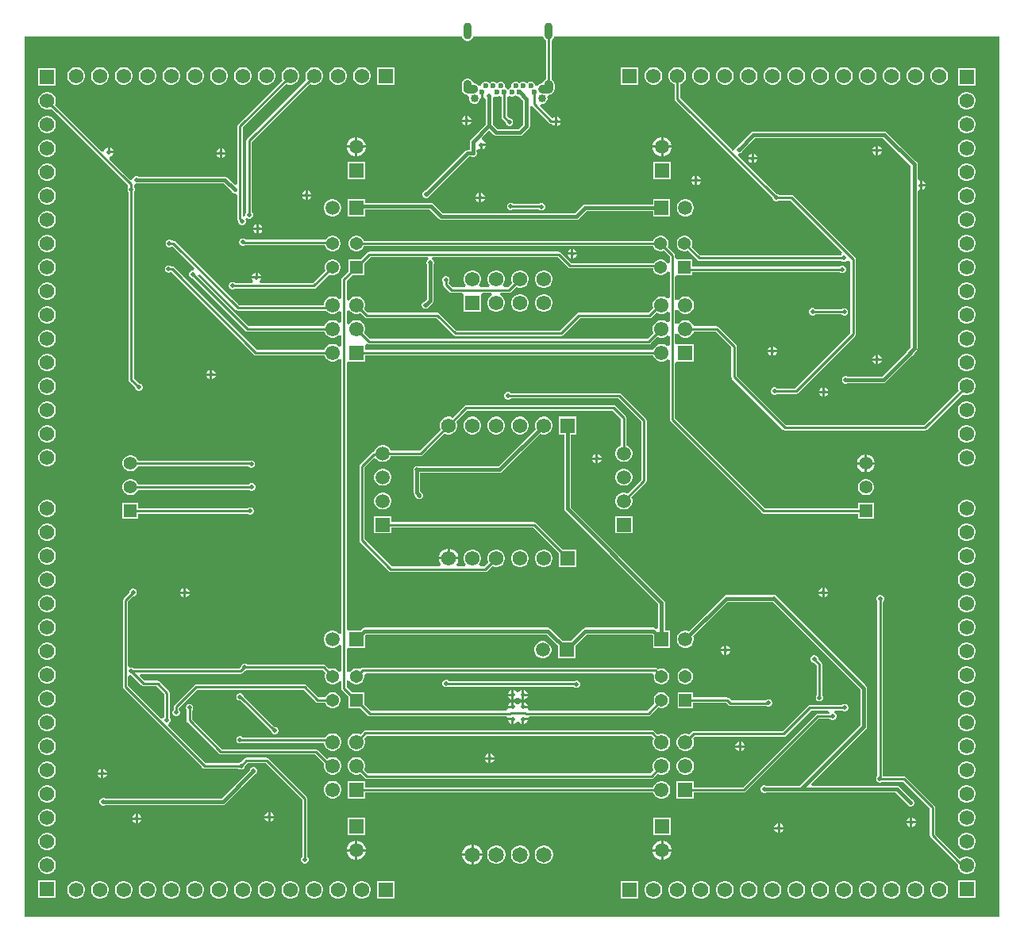
<source format=gbr>
G04*
G04 #@! TF.GenerationSoftware,Altium Limited,Altium Designer,25.8.1 (18)*
G04*
G04 Layer_Physical_Order=2*
G04 Layer_Color=16711680*
%FSLAX44Y44*%
%MOMM*%
G71*
G04*
G04 #@! TF.SameCoordinates,C16DD730-3532-4E92-A171-7A7C9FC4E97E*
G04*
G04*
G04 #@! TF.FilePolarity,Positive*
G04*
G01*
G75*
%ADD15C,0.2540*%
%ADD43C,1.5200*%
%ADD46C,1.5700*%
%ADD48R,1.5700X1.5700*%
%ADD51R,1.5200X1.5200*%
%ADD54R,1.5200X1.5200*%
%ADD56R,1.5700X1.5700*%
%ADD60C,0.5000*%
%ADD63C,0.3810*%
%ADD64C,0.6000*%
%ADD65C,1.3900*%
%ADD66C,1.6500*%
%ADD67C,1.3700*%
%ADD68R,1.3900X1.3900*%
%ADD69C,1.5500*%
%ADD70R,1.5500X1.5500*%
%ADD71R,1.3700X1.3700*%
%ADD72C,0.9000*%
%ADD73C,0.8500*%
%ADD74O,0.9000X1.8000*%
G36*
X1100000Y50000D02*
X60000D01*
Y990000D01*
X526757D01*
X527025Y988649D01*
X528357Y986657D01*
X530350Y985325D01*
X532700Y984858D01*
X535050Y985325D01*
X537043Y986657D01*
X538374Y988649D01*
X538643Y990000D01*
X613357D01*
X613626Y988649D01*
X614957Y986657D01*
X616451Y985658D01*
Y943949D01*
X616284Y943861D01*
X616232Y943798D01*
X616151Y943783D01*
X615751Y943523D01*
X615709Y943462D01*
X615637Y943442D01*
X615457Y943302D01*
X615429Y943252D01*
X615374Y943233D01*
X615194Y943073D01*
X615183Y943050D01*
X615159Y943041D01*
X614989Y942881D01*
X614967Y942832D01*
X614919Y942811D01*
X614759Y942641D01*
X614750Y942617D01*
X614727Y942606D01*
X614567Y942426D01*
X614548Y942371D01*
X614498Y942343D01*
X614358Y942163D01*
X614338Y942091D01*
X614277Y942049D01*
X614017Y941649D01*
X613702Y941159D01*
X612669Y940189D01*
X611721Y939617D01*
X611669Y939592D01*
X611160Y939428D01*
X610930Y939358D01*
X610893Y939328D01*
X610846Y939330D01*
X610626Y939250D01*
X610600Y939227D01*
X610565Y939227D01*
X610345Y939137D01*
X610310Y939102D01*
X610261Y939099D01*
X610051Y938999D01*
X610028Y938974D01*
X609995Y938971D01*
X609785Y938861D01*
X609732Y938798D01*
X609651Y938783D01*
X609451Y938653D01*
X609451Y938653D01*
X609451Y938653D01*
X609251Y938523D01*
X609209Y938462D01*
X609137Y938442D01*
X608957Y938302D01*
X608929Y938252D01*
X608874Y938233D01*
X608694Y938073D01*
X608683Y938050D01*
X608660Y938041D01*
X608489Y937881D01*
X607548Y937423D01*
X606900Y937226D01*
X606453Y937149D01*
X605467Y937140D01*
X604973Y937369D01*
X604524Y937900D01*
X603835Y939563D01*
X602562Y940835D01*
X600900Y941524D01*
X599100D01*
X597437Y940835D01*
X596000Y939694D01*
X594562Y940835D01*
X592900Y941524D01*
X591100D01*
X589437Y940835D01*
X588000Y939694D01*
X586562Y940835D01*
X584900Y941524D01*
X583100D01*
X581437Y940835D01*
X580164Y939563D01*
X579476Y937900D01*
Y936100D01*
X577631Y933915D01*
X577437Y933835D01*
X576000Y932693D01*
X574562Y933835D01*
X574368Y933915D01*
X572524Y936100D01*
Y937900D01*
X571835Y939563D01*
X570563Y940835D01*
X568900Y941524D01*
X567100D01*
X565437Y940835D01*
X564000Y939694D01*
X562562Y940835D01*
X560900Y941524D01*
X559100D01*
X557437Y940835D01*
X556000Y939694D01*
X554562Y940835D01*
X552900Y941524D01*
X551100D01*
X549437Y940835D01*
X548165Y939563D01*
X547476Y937900D01*
X547029Y937371D01*
X546533Y937141D01*
X545547Y937150D01*
X545101Y937226D01*
X544455Y937423D01*
X543511Y937881D01*
X543340Y938041D01*
X543317Y938050D01*
X543306Y938073D01*
X543126Y938233D01*
X543071Y938252D01*
X543043Y938302D01*
X542863Y938442D01*
X542791Y938462D01*
X542749Y938523D01*
X542549Y938653D01*
X542549Y938653D01*
X542549Y938653D01*
X542349Y938783D01*
X542268Y938798D01*
X542215Y938861D01*
X542005Y938971D01*
X541972Y938974D01*
X541949Y938999D01*
X541739Y939099D01*
X541690Y939102D01*
X541655Y939137D01*
X541435Y939227D01*
X541400Y939227D01*
X541374Y939250D01*
X541154Y939330D01*
X541107Y939328D01*
X541070Y939358D01*
X540840Y939428D01*
X540331Y939592D01*
X540279Y939617D01*
X539331Y940189D01*
X538298Y941159D01*
X537983Y941649D01*
X537723Y942049D01*
X537662Y942091D01*
X537642Y942163D01*
X537502Y942343D01*
X537452Y942371D01*
X537433Y942426D01*
X537273Y942606D01*
X537250Y942617D01*
X537241Y942641D01*
X537081Y942811D01*
X537033Y942832D01*
X537011Y942881D01*
X536841Y943041D01*
X536817Y943050D01*
X536806Y943073D01*
X536626Y943233D01*
X536571Y943252D01*
X536543Y943302D01*
X536363Y943442D01*
X536291Y943462D01*
X536249Y943523D01*
X535849Y943783D01*
X535768Y943798D01*
X535715Y943861D01*
X535505Y943971D01*
X535472Y943974D01*
X535449Y943999D01*
X535239Y944099D01*
X535190Y944102D01*
X535154Y944137D01*
X534935Y944227D01*
X534900Y944227D01*
X534874Y944250D01*
X534654Y944330D01*
X534607Y944328D01*
X534570Y944358D01*
X534340Y944428D01*
X534277Y944422D01*
X534226Y944459D01*
X534006Y944509D01*
X533956Y944500D01*
X533951Y944502D01*
X533911Y944527D01*
X533676Y944566D01*
X533453Y944605D01*
X533343Y944581D01*
X533242Y944628D01*
X533012Y944638D01*
X533010Y944638D01*
X533009Y944638D01*
X532769Y944648D01*
X532700Y944623D01*
X532631Y944648D01*
X532391Y944638D01*
X532390Y944638D01*
X532388Y944638D01*
X532159Y944628D01*
X532057Y944581D01*
X531947Y944605D01*
X531724Y944566D01*
X531489Y944527D01*
X531449Y944502D01*
X531444Y944500D01*
X531395Y944509D01*
X531175Y944459D01*
X531123Y944422D01*
X531060Y944428D01*
X530830Y944358D01*
X530793Y944328D01*
X530746Y944330D01*
X530526Y944250D01*
X530500Y944227D01*
X530466Y944227D01*
X530246Y944137D01*
X530210Y944102D01*
X530161Y944099D01*
X529951Y943999D01*
X529928Y943974D01*
X529895Y943971D01*
X529685Y943861D01*
X529632Y943798D01*
X529551Y943783D01*
X529151Y943523D01*
X529109Y943462D01*
X529037Y943442D01*
X528857Y943302D01*
X528829Y943252D01*
X528774Y943233D01*
X528594Y943073D01*
X528583Y943050D01*
X528559Y943041D01*
X528390Y942881D01*
X528368Y942832D01*
X528319Y942811D01*
X528159Y942641D01*
X528150Y942617D01*
X528127Y942606D01*
X527967Y942426D01*
X527948Y942371D01*
X527898Y942343D01*
X527758Y942163D01*
X527738Y942091D01*
X527677Y942049D01*
X527547Y941849D01*
X527547Y941849D01*
X527547Y941849D01*
X527417Y941649D01*
X527402Y941568D01*
X527339Y941515D01*
X527229Y941305D01*
X527226Y941272D01*
X527201Y941249D01*
X527101Y941039D01*
X527098Y940990D01*
X527063Y940955D01*
X526973Y940735D01*
X526973Y940699D01*
X526950Y940674D01*
X526870Y940454D01*
X526872Y940407D01*
X526842Y940370D01*
X526772Y940140D01*
X526778Y940077D01*
X526741Y940026D01*
X526692Y939806D01*
X526700Y939756D01*
X526698Y939751D01*
X526673Y939711D01*
X526634Y939475D01*
X526595Y939252D01*
X526619Y939143D01*
X526572Y939042D01*
X526562Y938812D01*
X526562Y938810D01*
X526562Y938809D01*
X526552Y938569D01*
X526564Y938534D01*
X526550Y938500D01*
Y933500D01*
X526564Y933466D01*
X526552Y933431D01*
X526562Y933191D01*
X526562Y933190D01*
X526562Y933188D01*
X526572Y932958D01*
X526619Y932857D01*
X526595Y932747D01*
X526634Y932521D01*
X526673Y932289D01*
X526698Y932249D01*
X526700Y932244D01*
X526692Y932194D01*
X526741Y931974D01*
X526778Y931923D01*
X526772Y931860D01*
X526842Y931630D01*
X526872Y931593D01*
X526870Y931546D01*
X526950Y931326D01*
X526973Y931300D01*
X526973Y931265D01*
X527063Y931045D01*
X527098Y931010D01*
X527101Y930961D01*
X527201Y930751D01*
X527226Y930728D01*
X527229Y930695D01*
X527339Y930485D01*
X527402Y930432D01*
X527417Y930351D01*
X527547Y930151D01*
X527547Y930151D01*
X527547Y930151D01*
X527677Y929951D01*
X527738Y929909D01*
X527758Y929837D01*
X527898Y929657D01*
X527948Y929629D01*
X527967Y929574D01*
X528127Y929394D01*
X528150Y929383D01*
X528159Y929359D01*
X528319Y929189D01*
X528368Y929167D01*
X528390Y929119D01*
X528559Y928959D01*
X528583Y928950D01*
X528594Y928927D01*
X528774Y928767D01*
X528829Y928748D01*
X528857Y928698D01*
X529037Y928558D01*
X529109Y928538D01*
X529151Y928477D01*
X529551Y928217D01*
X529632Y928202D01*
X529684Y928139D01*
X529895Y928029D01*
X529928Y928026D01*
X529951Y928001D01*
X530161Y927901D01*
X530210Y927898D01*
X530246Y927863D01*
X530466Y927773D01*
X530500Y927773D01*
X530526Y927750D01*
X530746Y927670D01*
X530793Y927672D01*
X530830Y927642D01*
X531060Y927572D01*
X531123Y927578D01*
X531175Y927541D01*
X531395Y927491D01*
X531444Y927500D01*
X531449Y927498D01*
X531489Y927473D01*
X531724Y927434D01*
X531947Y927395D01*
X532057Y927419D01*
X532159Y927372D01*
X532388Y927362D01*
X532390Y927363D01*
X532391Y927362D01*
X532631Y927352D01*
X532731Y927300D01*
X534293Y924810D01*
X534226Y924648D01*
Y922351D01*
X535105Y920229D01*
X536729Y918605D01*
X538851Y917726D01*
X541148D01*
X543271Y918605D01*
X544895Y920229D01*
X545712Y922202D01*
X546730Y924140D01*
Y930000D01*
X549270D01*
Y924529D01*
X549515Y924631D01*
X550517Y924770D01*
X552445Y923093D01*
Y895847D01*
X536008Y879410D01*
X535250Y878276D01*
X534984Y876938D01*
Y868366D01*
X532870D01*
X531532Y868100D01*
X530398Y867342D01*
X530398Y867342D01*
X488366Y825310D01*
X487734D01*
X486255Y824698D01*
X485123Y823566D01*
X484511Y822087D01*
Y820486D01*
X485123Y819007D01*
X486255Y817875D01*
X487734Y817262D01*
X489335D01*
X490814Y817875D01*
X491457Y818518D01*
X491472Y818528D01*
X491482Y818543D01*
X491946Y819007D01*
X492021Y819187D01*
X492353Y819409D01*
X534318Y861374D01*
X536405D01*
X537680Y860846D01*
X539280D01*
X540759Y861459D01*
X541891Y862591D01*
X542504Y864070D01*
Y865670D01*
X541976Y866945D01*
Y868688D01*
X544515Y869741D01*
X546100Y869085D01*
Y874014D01*
X547370D01*
Y875284D01*
X552299D01*
X551643Y876869D01*
X550225Y878287D01*
X548910Y878831D01*
X548190Y880639D01*
X548080Y881594D01*
X555941Y889455D01*
X560900Y884496D01*
X562034Y883738D01*
X563372Y883472D01*
X588772D01*
X590110Y883738D01*
X591244Y884496D01*
X598222Y891474D01*
X598222Y891474D01*
X598980Y892608D01*
X599246Y893946D01*
Y914798D01*
X601786Y915534D01*
X601985Y915236D01*
X619859Y897362D01*
X620783Y896745D01*
X621873Y896528D01*
X621873Y896528D01*
X622656D01*
X622853Y896051D01*
X624271Y894633D01*
X625856Y893977D01*
Y898906D01*
Y903835D01*
X624271Y903179D01*
X623318Y902225D01*
X623053D01*
X609899Y915379D01*
X610545Y916969D01*
X611145Y917726D01*
X613149D01*
X615271Y918605D01*
X616895Y920229D01*
X617774Y922351D01*
Y924648D01*
X617707Y924810D01*
X619269Y927300D01*
X619369Y927352D01*
X619609Y927362D01*
X619610Y927363D01*
X619612Y927362D01*
X619841Y927372D01*
X619943Y927419D01*
X620053Y927395D01*
X620276Y927434D01*
X620511Y927473D01*
X620551Y927498D01*
X620556Y927500D01*
X620605Y927491D01*
X620826Y927541D01*
X620877Y927578D01*
X620940Y927572D01*
X621170Y927642D01*
X621207Y927672D01*
X621254Y927670D01*
X621474Y927750D01*
X621500Y927773D01*
X621535Y927773D01*
X621754Y927863D01*
X621790Y927898D01*
X621839Y927901D01*
X622049Y928001D01*
X622072Y928026D01*
X622105Y928029D01*
X622315Y928139D01*
X622368Y928202D01*
X622449Y928217D01*
X622849Y928477D01*
X622891Y928538D01*
X622963Y928558D01*
X623143Y928698D01*
X623171Y928748D01*
X623226Y928767D01*
X623406Y928927D01*
X623417Y928950D01*
X623441Y928959D01*
X623610Y929119D01*
X623633Y929167D01*
X623681Y929189D01*
X623841Y929359D01*
X623850Y929383D01*
X623873Y929394D01*
X624033Y929574D01*
X624052Y929629D01*
X624102Y929657D01*
X624242Y929837D01*
X624262Y929909D01*
X624323Y929951D01*
X624453Y930151D01*
X624453Y930151D01*
X624453Y930151D01*
X624583Y930351D01*
X624598Y930432D01*
X624661Y930485D01*
X624771Y930695D01*
X624774Y930728D01*
X624799Y930751D01*
X624899Y930961D01*
X624902Y931010D01*
X624937Y931045D01*
X625027Y931265D01*
X625027Y931300D01*
X625050Y931326D01*
X625130Y931546D01*
X625128Y931593D01*
X625158Y931630D01*
X625228Y931860D01*
X625222Y931923D01*
X625258Y931974D01*
X625308Y932194D01*
X625300Y932243D01*
X625303Y932249D01*
X625327Y932289D01*
X625366Y932524D01*
X625405Y932747D01*
X625381Y932857D01*
X625428Y932958D01*
X625438Y933188D01*
X625438Y933190D01*
X625438Y933191D01*
X625448Y933431D01*
X625435Y933466D01*
X625450Y933500D01*
Y938500D01*
X625435Y938534D01*
X625448Y938569D01*
X625438Y938809D01*
X625438Y938810D01*
X625438Y938812D01*
X625428Y939042D01*
X625381Y939143D01*
X625405Y939252D01*
X625366Y939479D01*
X625327Y939711D01*
X625303Y939750D01*
X625300Y939756D01*
X625308Y939806D01*
X625258Y940026D01*
X625222Y940077D01*
X625228Y940140D01*
X625158Y940370D01*
X625128Y940407D01*
X625130Y940454D01*
X625050Y940674D01*
X625027Y940699D01*
X625027Y940735D01*
X624937Y940955D01*
X624902Y940990D01*
X624899Y941039D01*
X624799Y941249D01*
X624774Y941272D01*
X624771Y941305D01*
X624661Y941515D01*
X624598Y941568D01*
X624583Y941649D01*
X624453Y941849D01*
X624453Y941849D01*
X624453Y941849D01*
X624323Y942049D01*
X624262Y942091D01*
X624242Y942163D01*
X624102Y942343D01*
X624052Y942371D01*
X624033Y942426D01*
X623873Y942606D01*
X623850Y942617D01*
X623841Y942641D01*
X623681Y942811D01*
X623633Y942832D01*
X623610Y942881D01*
X623441Y943041D01*
X623417Y943050D01*
X623406Y943073D01*
X623226Y943233D01*
X623171Y943252D01*
X623143Y943302D01*
X622963Y943442D01*
X622891Y943462D01*
X622849Y943523D01*
X622449Y943783D01*
X622368Y943798D01*
X622315Y943861D01*
X622149Y943948D01*
Y985658D01*
X623643Y986657D01*
X624975Y988649D01*
X625243Y990000D01*
X1100000D01*
Y50000D01*
D02*
G37*
G36*
X619540Y942990D02*
X619770Y942980D01*
X620000Y942940D01*
X620240Y942900D01*
X620460Y942850D01*
X620690Y942780D01*
X620910Y942700D01*
X621130Y942610D01*
X621340Y942510D01*
X621550Y942400D01*
X621750Y942270D01*
X621950Y942140D01*
X622130Y942000D01*
X622310Y941840D01*
X622480Y941680D01*
X622640Y941510D01*
X622800Y941330D01*
X622940Y941150D01*
X623070Y940950D01*
X623200Y940750D01*
X623310Y940540D01*
X623410Y940330D01*
X623500Y940110D01*
X623580Y939890D01*
X623650Y939660D01*
X623700Y939440D01*
X623740Y939200D01*
X623780Y938970D01*
X623790Y938740D01*
X623800Y938500D01*
Y933500D01*
X623790Y933260D01*
X623780Y933030D01*
X623740Y932800D01*
X623700Y932560D01*
X623650Y932340D01*
X623580Y932110D01*
X623500Y931890D01*
X623410Y931670D01*
X623310Y931460D01*
X623200Y931250D01*
X623070Y931050D01*
X622940Y930850D01*
X622800Y930670D01*
X622640Y930490D01*
X622480Y930320D01*
X622310Y930160D01*
X622130Y930000D01*
X621950Y929860D01*
X621750Y929730D01*
X621550Y929600D01*
X621340Y929490D01*
X621130Y929390D01*
X620910Y929300D01*
X620690Y929220D01*
X620460Y929150D01*
X620240Y929100D01*
X620000Y929060D01*
X619770Y929020D01*
X619540Y929010D01*
X619300Y929000D01*
X612800D01*
X612560Y929010D01*
X612330Y929020D01*
X612100Y929060D01*
X611860Y929100D01*
X611640Y929150D01*
X611410Y929220D01*
X611190Y929300D01*
X610970Y929390D01*
X610760Y929490D01*
X610550Y929600D01*
X610350Y929730D01*
X610150Y929860D01*
X609970Y930000D01*
X609790Y930160D01*
X609620Y930320D01*
X609460Y930490D01*
X609300Y930670D01*
X609160Y930850D01*
X609030Y931050D01*
X608900Y931250D01*
X608790Y931460D01*
X608690Y931670D01*
X608600Y931890D01*
X608520Y932110D01*
X608450Y932340D01*
X608400Y932560D01*
X608360Y932800D01*
X608320Y933030D01*
X608310Y933260D01*
X608300Y933500D01*
X608310Y933740D01*
X608320Y933970D01*
X608360Y934200D01*
X608400Y934440D01*
X608450Y934660D01*
X608520Y934890D01*
X608600Y935110D01*
X608690Y935330D01*
X608790Y935540D01*
X608900Y935750D01*
X609030Y935950D01*
X609160Y936150D01*
X609300Y936330D01*
X609460Y936510D01*
X609620Y936680D01*
X609790Y936840D01*
X609970Y937000D01*
X610150Y937140D01*
X610350Y937270D01*
X610550Y937400D01*
X610760Y937510D01*
X610970Y937610D01*
X611190Y937700D01*
X611410Y937780D01*
X611640Y937850D01*
X611860Y937900D01*
X612100Y937940D01*
X612330Y937980D01*
X612560Y937990D01*
X612800Y938000D01*
X614800D01*
Y938500D01*
X614810Y938740D01*
X614820Y938970D01*
X614860Y939200D01*
X614900Y939440D01*
X614950Y939660D01*
X615020Y939890D01*
X615100Y940110D01*
X615190Y940330D01*
X615290Y940540D01*
X615400Y940750D01*
X615530Y940950D01*
X615660Y941150D01*
X615800Y941330D01*
X615960Y941510D01*
X616120Y941680D01*
X616290Y941840D01*
X616470Y942000D01*
X616650Y942140D01*
X616850Y942270D01*
X617050Y942400D01*
X617260Y942510D01*
X617470Y942610D01*
X617690Y942700D01*
X617910Y942780D01*
X618140Y942850D01*
X618360Y942900D01*
X618600Y942940D01*
X618830Y942980D01*
X619060Y942990D01*
X619300Y943000D01*
X619540Y942990D01*
D02*
G37*
G36*
X532940D02*
X533170Y942980D01*
X533400Y942940D01*
X533640Y942900D01*
X533860Y942850D01*
X534090Y942780D01*
X534310Y942700D01*
X534530Y942610D01*
X534740Y942510D01*
X534950Y942400D01*
X535150Y942270D01*
X535350Y942140D01*
X535530Y942000D01*
X535710Y941840D01*
X535880Y941680D01*
X536040Y941510D01*
X536200Y941330D01*
X536340Y941150D01*
X536470Y940950D01*
X536600Y940750D01*
X536710Y940540D01*
X536810Y940330D01*
X536900Y940110D01*
X536980Y939890D01*
X537050Y939660D01*
X537100Y939440D01*
X537140Y939200D01*
X537180Y938970D01*
X537190Y938740D01*
X537200Y938500D01*
Y938000D01*
X539200D01*
X539440Y937990D01*
X539670Y937980D01*
X539900Y937940D01*
X540140Y937900D01*
X540360Y937850D01*
X540590Y937780D01*
X540810Y937700D01*
X541030Y937610D01*
X541240Y937510D01*
X541450Y937400D01*
X541650Y937270D01*
X541850Y937140D01*
X542030Y937000D01*
X542210Y936840D01*
X542380Y936680D01*
X542540Y936510D01*
X542700Y936330D01*
X542840Y936150D01*
X542970Y935950D01*
X543100Y935750D01*
X543210Y935540D01*
X543310Y935330D01*
X543400Y935110D01*
X543480Y934890D01*
X543550Y934660D01*
X543600Y934440D01*
X543640Y934200D01*
X543680Y933970D01*
X543690Y933740D01*
X543700Y933500D01*
X543690Y933260D01*
X543680Y933030D01*
X543640Y932800D01*
X543600Y932560D01*
X543550Y932340D01*
X543480Y932110D01*
X543400Y931890D01*
X543310Y931670D01*
X543210Y931460D01*
X543100Y931250D01*
X542970Y931050D01*
X542840Y930850D01*
X542700Y930670D01*
X542540Y930490D01*
X542380Y930320D01*
X542210Y930160D01*
X542030Y930000D01*
X541850Y929860D01*
X541650Y929730D01*
X541450Y929600D01*
X541240Y929490D01*
X541030Y929390D01*
X540810Y929300D01*
X540590Y929220D01*
X540360Y929150D01*
X540140Y929100D01*
X539900Y929060D01*
X539670Y929020D01*
X539440Y929010D01*
X539200Y929000D01*
X532700D01*
X532460Y929010D01*
X532230Y929020D01*
X532000Y929060D01*
X531760Y929100D01*
X531540Y929150D01*
X531310Y929220D01*
X531090Y929300D01*
X530870Y929390D01*
X530660Y929490D01*
X530450Y929600D01*
X530250Y929730D01*
X530050Y929860D01*
X529870Y930000D01*
X529690Y930160D01*
X529520Y930320D01*
X529360Y930490D01*
X529200Y930670D01*
X529060Y930850D01*
X528930Y931050D01*
X528800Y931250D01*
X528690Y931460D01*
X528590Y931670D01*
X528500Y931890D01*
X528420Y932110D01*
X528350Y932340D01*
X528300Y932560D01*
X528260Y932800D01*
X528220Y933030D01*
X528210Y933260D01*
X528200Y933500D01*
Y938500D01*
X528210Y938740D01*
X528220Y938970D01*
X528260Y939200D01*
X528300Y939440D01*
X528350Y939660D01*
X528420Y939890D01*
X528500Y940110D01*
X528590Y940330D01*
X528690Y940540D01*
X528800Y940750D01*
X528930Y940950D01*
X529060Y941150D01*
X529200Y941330D01*
X529360Y941510D01*
X529520Y941680D01*
X529690Y941840D01*
X529870Y942000D01*
X530050Y942140D01*
X530250Y942270D01*
X530450Y942400D01*
X530660Y942510D01*
X530870Y942610D01*
X531090Y942700D01*
X531310Y942780D01*
X531540Y942850D01*
X531760Y942900D01*
X532000Y942940D01*
X532230Y942980D01*
X532460Y942990D01*
X532700Y943000D01*
X532940Y942990D01*
D02*
G37*
G36*
X585437Y926164D02*
X587100Y925476D01*
X588080D01*
X592254Y921302D01*
Y895394D01*
X587324Y890464D01*
X564820D01*
X559437Y895847D01*
Y923690D01*
X559707Y924341D01*
X559948Y924595D01*
X561663Y925471D01*
X562505Y925722D01*
X563100Y925476D01*
X564900D01*
X566562Y926164D01*
X566619Y926210D01*
X569151Y925161D01*
Y903356D01*
X569151Y903356D01*
X569368Y902266D01*
X569985Y901342D01*
X573253Y898074D01*
Y897279D01*
X573866Y895800D01*
X574998Y894668D01*
X576477Y894055D01*
X578078D01*
X579557Y894668D01*
X580688Y895800D01*
X581301Y897279D01*
Y898879D01*
X580688Y900359D01*
X579557Y901490D01*
X578078Y902103D01*
X577282D01*
X574849Y904536D01*
Y925161D01*
X577380Y926210D01*
X577437Y926164D01*
X579100Y925476D01*
X580900D01*
X582562Y926164D01*
X584000Y927306D01*
X585437Y926164D01*
D02*
G37*
%LPC*%
G36*
X1037044Y957024D02*
X1034576D01*
X1032192Y956385D01*
X1030054Y955151D01*
X1028309Y953406D01*
X1027075Y951268D01*
X1026436Y948884D01*
Y946416D01*
X1027075Y944032D01*
X1028309Y941894D01*
X1030054Y940149D01*
X1032192Y938915D01*
X1034576Y938276D01*
X1037044D01*
X1039428Y938915D01*
X1041566Y940149D01*
X1043311Y941894D01*
X1044545Y944032D01*
X1045184Y946416D01*
Y948884D01*
X1044545Y951268D01*
X1043311Y953406D01*
X1041566Y955151D01*
X1039428Y956385D01*
X1037044Y957024D01*
D02*
G37*
G36*
X1011644D02*
X1009176D01*
X1006792Y956385D01*
X1004654Y955151D01*
X1002909Y953406D01*
X1001675Y951268D01*
X1001036Y948884D01*
Y946416D01*
X1001675Y944032D01*
X1002909Y941894D01*
X1004654Y940149D01*
X1006792Y938915D01*
X1009176Y938276D01*
X1011644D01*
X1014028Y938915D01*
X1016166Y940149D01*
X1017911Y941894D01*
X1019145Y944032D01*
X1019784Y946416D01*
Y948884D01*
X1019145Y951268D01*
X1017911Y953406D01*
X1016166Y955151D01*
X1014028Y956385D01*
X1011644Y957024D01*
D02*
G37*
G36*
X986244D02*
X983776D01*
X981392Y956385D01*
X979254Y955151D01*
X977509Y953406D01*
X976275Y951268D01*
X975636Y948884D01*
Y946416D01*
X976275Y944032D01*
X977509Y941894D01*
X979254Y940149D01*
X981392Y938915D01*
X983776Y938276D01*
X986244D01*
X988628Y938915D01*
X990766Y940149D01*
X992511Y941894D01*
X993745Y944032D01*
X994384Y946416D01*
Y948884D01*
X993745Y951268D01*
X992511Y953406D01*
X990766Y955151D01*
X988628Y956385D01*
X986244Y957024D01*
D02*
G37*
G36*
X960844D02*
X958376D01*
X955992Y956385D01*
X953854Y955151D01*
X952109Y953406D01*
X950875Y951268D01*
X950236Y948884D01*
Y946416D01*
X950875Y944032D01*
X952109Y941894D01*
X953854Y940149D01*
X955992Y938915D01*
X958376Y938276D01*
X960844D01*
X963228Y938915D01*
X965366Y940149D01*
X967111Y941894D01*
X968345Y944032D01*
X968984Y946416D01*
Y948884D01*
X968345Y951268D01*
X967111Y953406D01*
X965366Y955151D01*
X963228Y956385D01*
X960844Y957024D01*
D02*
G37*
G36*
X935444D02*
X932976D01*
X930592Y956385D01*
X928454Y955151D01*
X926709Y953406D01*
X925475Y951268D01*
X924836Y948884D01*
Y946416D01*
X925475Y944032D01*
X926709Y941894D01*
X928454Y940149D01*
X930592Y938915D01*
X932976Y938276D01*
X935444D01*
X937828Y938915D01*
X939966Y940149D01*
X941711Y941894D01*
X942945Y944032D01*
X943584Y946416D01*
Y948884D01*
X942945Y951268D01*
X941711Y953406D01*
X939966Y955151D01*
X937828Y956385D01*
X935444Y957024D01*
D02*
G37*
G36*
X910044D02*
X907576D01*
X905192Y956385D01*
X903054Y955151D01*
X901309Y953406D01*
X900075Y951268D01*
X899436Y948884D01*
Y946416D01*
X900075Y944032D01*
X901309Y941894D01*
X903054Y940149D01*
X905192Y938915D01*
X907576Y938276D01*
X910044D01*
X912428Y938915D01*
X914566Y940149D01*
X916311Y941894D01*
X917545Y944032D01*
X918184Y946416D01*
Y948884D01*
X917545Y951268D01*
X916311Y953406D01*
X914566Y955151D01*
X912428Y956385D01*
X910044Y957024D01*
D02*
G37*
G36*
X884644D02*
X882176D01*
X879792Y956385D01*
X877654Y955151D01*
X875909Y953406D01*
X874675Y951268D01*
X874036Y948884D01*
Y946416D01*
X874675Y944032D01*
X875909Y941894D01*
X877654Y940149D01*
X879792Y938915D01*
X882176Y938276D01*
X884644D01*
X887028Y938915D01*
X889166Y940149D01*
X890911Y941894D01*
X892145Y944032D01*
X892784Y946416D01*
Y948884D01*
X892145Y951268D01*
X890911Y953406D01*
X889166Y955151D01*
X887028Y956385D01*
X884644Y957024D01*
D02*
G37*
G36*
X859244D02*
X856776D01*
X854392Y956385D01*
X852254Y955151D01*
X850509Y953406D01*
X849275Y951268D01*
X848636Y948884D01*
Y946416D01*
X849275Y944032D01*
X850509Y941894D01*
X852254Y940149D01*
X854392Y938915D01*
X856776Y938276D01*
X859244D01*
X861628Y938915D01*
X863766Y940149D01*
X865511Y941894D01*
X866745Y944032D01*
X867384Y946416D01*
Y948884D01*
X866745Y951268D01*
X865511Y953406D01*
X863766Y955151D01*
X861628Y956385D01*
X859244Y957024D01*
D02*
G37*
G36*
X833844D02*
X831376D01*
X828992Y956385D01*
X826854Y955151D01*
X825109Y953406D01*
X823875Y951268D01*
X823236Y948884D01*
Y946416D01*
X823875Y944032D01*
X825109Y941894D01*
X826854Y940149D01*
X828992Y938915D01*
X831376Y938276D01*
X833844D01*
X836228Y938915D01*
X838366Y940149D01*
X840111Y941894D01*
X841345Y944032D01*
X841984Y946416D01*
Y948884D01*
X841345Y951268D01*
X840111Y953406D01*
X838366Y955151D01*
X836228Y956385D01*
X833844Y957024D01*
D02*
G37*
G36*
X808444D02*
X805976D01*
X803592Y956385D01*
X801454Y955151D01*
X799709Y953406D01*
X798475Y951268D01*
X797836Y948884D01*
Y946416D01*
X798475Y944032D01*
X799709Y941894D01*
X801454Y940149D01*
X803592Y938915D01*
X805976Y938276D01*
X808444D01*
X810828Y938915D01*
X812966Y940149D01*
X814711Y941894D01*
X815945Y944032D01*
X816584Y946416D01*
Y948884D01*
X815945Y951268D01*
X814711Y953406D01*
X812966Y955151D01*
X810828Y956385D01*
X808444Y957024D01*
D02*
G37*
G36*
X783044D02*
X780576D01*
X778192Y956385D01*
X776054Y955151D01*
X774309Y953406D01*
X773075Y951268D01*
X772436Y948884D01*
Y946416D01*
X773075Y944032D01*
X774309Y941894D01*
X776054Y940149D01*
X778192Y938915D01*
X780576Y938276D01*
X783044D01*
X785428Y938915D01*
X787566Y940149D01*
X789311Y941894D01*
X790545Y944032D01*
X791184Y946416D01*
Y948884D01*
X790545Y951268D01*
X789311Y953406D01*
X787566Y955151D01*
X785428Y956385D01*
X783044Y957024D01*
D02*
G37*
G36*
X732244D02*
X729776D01*
X727392Y956385D01*
X725254Y955151D01*
X723509Y953406D01*
X722275Y951268D01*
X721636Y948884D01*
Y946416D01*
X722275Y944032D01*
X723509Y941894D01*
X725254Y940149D01*
X727392Y938915D01*
X729776Y938276D01*
X732244D01*
X734628Y938915D01*
X736766Y940149D01*
X738511Y941894D01*
X739745Y944032D01*
X740384Y946416D01*
Y948884D01*
X739745Y951268D01*
X738511Y953406D01*
X736766Y955151D01*
X734628Y956385D01*
X732244Y957024D01*
D02*
G37*
G36*
X714984D02*
X696236D01*
Y938276D01*
X714984D01*
Y957024D01*
D02*
G37*
G36*
X454634D02*
X435886D01*
Y938276D01*
X454634D01*
Y957024D01*
D02*
G37*
G36*
X421094D02*
X418626D01*
X416242Y956385D01*
X414104Y955151D01*
X412359Y953406D01*
X411125Y951268D01*
X410486Y948884D01*
Y946416D01*
X411125Y944032D01*
X412359Y941894D01*
X414104Y940149D01*
X416242Y938915D01*
X418626Y938276D01*
X421094D01*
X423478Y938915D01*
X425616Y940149D01*
X427361Y941894D01*
X428595Y944032D01*
X429234Y946416D01*
Y948884D01*
X428595Y951268D01*
X427361Y953406D01*
X425616Y955151D01*
X423478Y956385D01*
X421094Y957024D01*
D02*
G37*
G36*
X395694D02*
X393226D01*
X390842Y956385D01*
X388704Y955151D01*
X386959Y953406D01*
X385725Y951268D01*
X385086Y948884D01*
Y946416D01*
X385725Y944032D01*
X386959Y941894D01*
X388704Y940149D01*
X390842Y938915D01*
X393226Y938276D01*
X395694D01*
X398078Y938915D01*
X400216Y940149D01*
X401961Y941894D01*
X403195Y944032D01*
X403834Y946416D01*
Y948884D01*
X403195Y951268D01*
X401961Y953406D01*
X400216Y955151D01*
X398078Y956385D01*
X395694Y957024D01*
D02*
G37*
G36*
X370294D02*
X367826D01*
X365442Y956385D01*
X363304Y955151D01*
X361559Y953406D01*
X360325Y951268D01*
X359686Y948884D01*
Y946416D01*
X360325Y944032D01*
X360724Y943341D01*
X297706Y880322D01*
X297088Y879398D01*
X296871Y878308D01*
X296871Y878308D01*
Y802180D01*
X296309Y801617D01*
X295696Y800138D01*
Y798793D01*
X294867Y797895D01*
X293615Y796924D01*
X292663Y797334D01*
Y892622D01*
X339353Y939313D01*
X340042Y938915D01*
X342426Y938276D01*
X344894D01*
X347278Y938915D01*
X349416Y940149D01*
X351161Y941894D01*
X352395Y944032D01*
X353034Y946416D01*
Y948884D01*
X352395Y951268D01*
X351161Y953406D01*
X349416Y955151D01*
X347278Y956385D01*
X344894Y957024D01*
X342426D01*
X340042Y956385D01*
X337904Y955151D01*
X336159Y953406D01*
X334925Y951268D01*
X334286Y948884D01*
Y946416D01*
X334925Y944032D01*
X335324Y943341D01*
X287800Y895816D01*
X287182Y894892D01*
X286965Y893802D01*
X286965Y893802D01*
Y832230D01*
X286761Y831987D01*
X284425Y831019D01*
X276361Y839084D01*
X275226Y839842D01*
X273888Y840108D01*
X181775D01*
X180501Y840636D01*
X178900D01*
X177421Y840023D01*
X176290Y838891D01*
X175677Y837412D01*
Y837359D01*
X173137Y836307D01*
X150630Y858814D01*
X150852Y859975D01*
X151516Y861519D01*
X152969Y862121D01*
X154387Y863539D01*
X155043Y865124D01*
X150114D01*
Y866394D01*
X148844D01*
Y871323D01*
X147259Y870667D01*
X145841Y869249D01*
X145239Y867796D01*
X143695Y867132D01*
X142534Y866909D01*
X92609Y916835D01*
X93005Y917522D01*
X93644Y919906D01*
Y922374D01*
X93005Y924758D01*
X91771Y926896D01*
X90026Y928641D01*
X87888Y929875D01*
X85504Y930514D01*
X83036D01*
X80652Y929875D01*
X78514Y928641D01*
X76769Y926896D01*
X75535Y924758D01*
X74896Y922374D01*
Y919906D01*
X75535Y917522D01*
X76769Y915384D01*
X78514Y913639D01*
X80652Y912405D01*
X83036Y911766D01*
X85504D01*
X87888Y912405D01*
X88581Y912805D01*
X170383Y831003D01*
X170605Y828501D01*
X169993Y827022D01*
Y825421D01*
X170605Y823942D01*
X171168Y823380D01*
Y623289D01*
X171168Y623289D01*
X171385Y622199D01*
X172002Y621275D01*
X178094Y615183D01*
Y614388D01*
X178707Y612909D01*
X179839Y611777D01*
X181318Y611164D01*
X182918D01*
X184397Y611777D01*
X185529Y612909D01*
X186142Y614388D01*
Y615988D01*
X185529Y617467D01*
X184397Y618599D01*
X182918Y619212D01*
X182123D01*
X176865Y624469D01*
Y823380D01*
X177428Y823942D01*
X178041Y825421D01*
Y827022D01*
X177428Y828501D01*
X177222Y828708D01*
X177302Y830830D01*
X178900Y832588D01*
X180501D01*
X181775Y833115D01*
X272440D01*
X280311Y825245D01*
X280839Y823971D01*
X281971Y822839D01*
X283450Y822226D01*
X285050D01*
X286965Y820270D01*
Y794944D01*
X286965Y794944D01*
X287182Y793854D01*
X287800Y792930D01*
X288076Y792653D01*
Y791426D01*
X288689Y789947D01*
X289821Y788815D01*
X291300Y788202D01*
X292900D01*
X294379Y788815D01*
X295511Y789947D01*
X296124Y791426D01*
Y793026D01*
X295511Y794505D01*
Y794505D01*
X295738Y793957D01*
X295595Y794567D01*
X297411Y795905D01*
X297541Y795885D01*
X298920Y795314D01*
X300520D01*
X301999Y795927D01*
X303131Y797059D01*
X303744Y798538D01*
Y800138D01*
X303131Y801617D01*
X302569Y802180D01*
Y877128D01*
X364753Y939313D01*
X365442Y938915D01*
X367826Y938276D01*
X370294D01*
X372678Y938915D01*
X374816Y940149D01*
X376561Y941894D01*
X377795Y944032D01*
X378434Y946416D01*
Y948884D01*
X377795Y951268D01*
X376561Y953406D01*
X374816Y955151D01*
X372678Y956385D01*
X370294Y957024D01*
D02*
G37*
G36*
X319494D02*
X317026D01*
X314642Y956385D01*
X312504Y955151D01*
X310759Y953406D01*
X309525Y951268D01*
X308886Y948884D01*
Y946416D01*
X309525Y944032D01*
X310759Y941894D01*
X312504Y940149D01*
X314642Y938915D01*
X317026Y938276D01*
X319494D01*
X321878Y938915D01*
X324016Y940149D01*
X325761Y941894D01*
X326995Y944032D01*
X327634Y946416D01*
Y948884D01*
X326995Y951268D01*
X325761Y953406D01*
X324016Y955151D01*
X321878Y956385D01*
X319494Y957024D01*
D02*
G37*
G36*
X294094D02*
X291626D01*
X289242Y956385D01*
X287104Y955151D01*
X285359Y953406D01*
X284125Y951268D01*
X283486Y948884D01*
Y946416D01*
X284125Y944032D01*
X285359Y941894D01*
X287104Y940149D01*
X289242Y938915D01*
X291626Y938276D01*
X294094D01*
X296478Y938915D01*
X298616Y940149D01*
X300361Y941894D01*
X301595Y944032D01*
X302234Y946416D01*
Y948884D01*
X301595Y951268D01*
X300361Y953406D01*
X298616Y955151D01*
X296478Y956385D01*
X294094Y957024D01*
D02*
G37*
G36*
X268694D02*
X266226D01*
X263842Y956385D01*
X261704Y955151D01*
X259959Y953406D01*
X258725Y951268D01*
X258086Y948884D01*
Y946416D01*
X258725Y944032D01*
X259959Y941894D01*
X261704Y940149D01*
X263842Y938915D01*
X266226Y938276D01*
X268694D01*
X271078Y938915D01*
X273216Y940149D01*
X274961Y941894D01*
X276195Y944032D01*
X276834Y946416D01*
Y948884D01*
X276195Y951268D01*
X274961Y953406D01*
X273216Y955151D01*
X271078Y956385D01*
X268694Y957024D01*
D02*
G37*
G36*
X243294D02*
X240826D01*
X238442Y956385D01*
X236304Y955151D01*
X234559Y953406D01*
X233325Y951268D01*
X232686Y948884D01*
Y946416D01*
X233325Y944032D01*
X234559Y941894D01*
X236304Y940149D01*
X238442Y938915D01*
X240826Y938276D01*
X243294D01*
X245678Y938915D01*
X247816Y940149D01*
X249561Y941894D01*
X250795Y944032D01*
X251434Y946416D01*
Y948884D01*
X250795Y951268D01*
X249561Y953406D01*
X247816Y955151D01*
X245678Y956385D01*
X243294Y957024D01*
D02*
G37*
G36*
X217894D02*
X215426D01*
X213042Y956385D01*
X210904Y955151D01*
X209159Y953406D01*
X207925Y951268D01*
X207286Y948884D01*
Y946416D01*
X207925Y944032D01*
X209159Y941894D01*
X210904Y940149D01*
X213042Y938915D01*
X215426Y938276D01*
X217894D01*
X220278Y938915D01*
X222416Y940149D01*
X224161Y941894D01*
X225395Y944032D01*
X226034Y946416D01*
Y948884D01*
X225395Y951268D01*
X224161Y953406D01*
X222416Y955151D01*
X220278Y956385D01*
X217894Y957024D01*
D02*
G37*
G36*
X192494D02*
X190026D01*
X187642Y956385D01*
X185504Y955151D01*
X183759Y953406D01*
X182525Y951268D01*
X181886Y948884D01*
Y946416D01*
X182525Y944032D01*
X183759Y941894D01*
X185504Y940149D01*
X187642Y938915D01*
X190026Y938276D01*
X192494D01*
X194878Y938915D01*
X197016Y940149D01*
X198761Y941894D01*
X199995Y944032D01*
X200634Y946416D01*
Y948884D01*
X199995Y951268D01*
X198761Y953406D01*
X197016Y955151D01*
X194878Y956385D01*
X192494Y957024D01*
D02*
G37*
G36*
X167094D02*
X164626D01*
X162242Y956385D01*
X160104Y955151D01*
X158359Y953406D01*
X157125Y951268D01*
X156486Y948884D01*
Y946416D01*
X157125Y944032D01*
X158359Y941894D01*
X160104Y940149D01*
X162242Y938915D01*
X164626Y938276D01*
X167094D01*
X169478Y938915D01*
X171616Y940149D01*
X173361Y941894D01*
X174595Y944032D01*
X175234Y946416D01*
Y948884D01*
X174595Y951268D01*
X173361Y953406D01*
X171616Y955151D01*
X169478Y956385D01*
X167094Y957024D01*
D02*
G37*
G36*
X141694D02*
X139226D01*
X136842Y956385D01*
X134704Y955151D01*
X132959Y953406D01*
X131725Y951268D01*
X131086Y948884D01*
Y946416D01*
X131725Y944032D01*
X132959Y941894D01*
X134704Y940149D01*
X136842Y938915D01*
X139226Y938276D01*
X141694D01*
X144078Y938915D01*
X146216Y940149D01*
X147961Y941894D01*
X149195Y944032D01*
X149834Y946416D01*
Y948884D01*
X149195Y951268D01*
X147961Y953406D01*
X146216Y955151D01*
X144078Y956385D01*
X141694Y957024D01*
D02*
G37*
G36*
X116294D02*
X113826D01*
X111442Y956385D01*
X109304Y955151D01*
X107559Y953406D01*
X106325Y951268D01*
X105686Y948884D01*
Y946416D01*
X106325Y944032D01*
X107559Y941894D01*
X109304Y940149D01*
X111442Y938915D01*
X113826Y938276D01*
X116294D01*
X118678Y938915D01*
X120816Y940149D01*
X122561Y941894D01*
X123795Y944032D01*
X124434Y946416D01*
Y948884D01*
X123795Y951268D01*
X122561Y953406D01*
X120816Y955151D01*
X118678Y956385D01*
X116294Y957024D01*
D02*
G37*
G36*
X93644Y955914D02*
X74896D01*
Y937166D01*
X93644D01*
Y955914D01*
D02*
G37*
G36*
X1074394Y955914D02*
X1055646D01*
Y937166D01*
X1074394D01*
Y955914D01*
D02*
G37*
G36*
X1066254Y930514D02*
X1063786D01*
X1061402Y929875D01*
X1059264Y928641D01*
X1057519Y926896D01*
X1056285Y924758D01*
X1055646Y922374D01*
Y919906D01*
X1056285Y917522D01*
X1057519Y915384D01*
X1059264Y913639D01*
X1061402Y912405D01*
X1063786Y911766D01*
X1066254D01*
X1068638Y912405D01*
X1070776Y913639D01*
X1072521Y915384D01*
X1073755Y917522D01*
X1074394Y919906D01*
Y922374D01*
X1073755Y924758D01*
X1072521Y926896D01*
X1070776Y928641D01*
X1068638Y929875D01*
X1066254Y930514D01*
D02*
G37*
G36*
X532892Y904597D02*
Y900938D01*
X536551D01*
X535895Y902523D01*
X534477Y903941D01*
X532892Y904597D01*
D02*
G37*
G36*
X530352D02*
X528767Y903941D01*
X527349Y902523D01*
X526693Y900938D01*
X530352D01*
Y904597D01*
D02*
G37*
G36*
X628396Y903835D02*
Y900176D01*
X632055D01*
X631399Y901761D01*
X629981Y903179D01*
X628396Y903835D01*
D02*
G37*
G36*
X536551Y898398D02*
X532892D01*
Y894739D01*
X534477Y895395D01*
X535895Y896813D01*
X536551Y898398D01*
D02*
G37*
G36*
X530352D02*
X526693D01*
X527349Y896813D01*
X528767Y895395D01*
X530352Y894739D01*
Y898398D01*
D02*
G37*
G36*
X632055Y897636D02*
X628396D01*
Y893977D01*
X629981Y894633D01*
X631399Y896051D01*
X632055Y897636D01*
D02*
G37*
G36*
X85504Y905114D02*
X83036D01*
X80652Y904475D01*
X78514Y903241D01*
X76769Y901496D01*
X75535Y899358D01*
X74896Y896974D01*
Y894506D01*
X75535Y892122D01*
X76769Y889984D01*
X78514Y888239D01*
X80652Y887005D01*
X83036Y886366D01*
X85504D01*
X87888Y887005D01*
X90026Y888239D01*
X91771Y889984D01*
X93005Y892122D01*
X93644Y894506D01*
Y896974D01*
X93005Y899358D01*
X91771Y901496D01*
X90026Y903241D01*
X87888Y904475D01*
X85504Y905114D01*
D02*
G37*
G36*
X1066254Y905114D02*
X1063786D01*
X1061402Y904475D01*
X1059264Y903241D01*
X1057519Y901496D01*
X1056285Y899358D01*
X1055646Y896974D01*
Y894506D01*
X1056285Y892122D01*
X1057519Y889984D01*
X1059264Y888239D01*
X1061402Y887005D01*
X1063786Y886366D01*
X1066254D01*
X1068638Y887005D01*
X1070776Y888239D01*
X1072521Y889984D01*
X1073755Y892122D01*
X1074394Y894506D01*
Y896974D01*
X1073755Y899358D01*
X1072521Y901496D01*
X1070776Y903241D01*
X1068638Y904475D01*
X1066254Y905114D01*
D02*
G37*
G36*
X741495Y882120D02*
X741430D01*
Y873250D01*
X750300D01*
Y873315D01*
X749609Y875894D01*
X748274Y878206D01*
X746386Y880094D01*
X744074Y881429D01*
X741495Y882120D01*
D02*
G37*
G36*
X738890D02*
X738825D01*
X736246Y881429D01*
X733934Y880094D01*
X732046Y878206D01*
X730711Y875894D01*
X730020Y873315D01*
Y873250D01*
X738890D01*
Y882120D01*
D02*
G37*
G36*
X415355D02*
X415290D01*
Y873250D01*
X424160D01*
Y873315D01*
X423469Y875894D01*
X422134Y878206D01*
X420246Y880094D01*
X417934Y881429D01*
X415355Y882120D01*
D02*
G37*
G36*
X412750D02*
X412685D01*
X410106Y881429D01*
X407794Y880094D01*
X405906Y878206D01*
X404571Y875894D01*
X403880Y873315D01*
Y873250D01*
X412750D01*
Y882120D01*
D02*
G37*
G36*
X970788Y872847D02*
Y869188D01*
X974447D01*
X973791Y870773D01*
X972373Y872191D01*
X970788Y872847D01*
D02*
G37*
G36*
X968248D02*
X966663Y872191D01*
X965245Y870773D01*
X964589Y869188D01*
X968248D01*
Y872847D01*
D02*
G37*
G36*
X552299Y872744D02*
X548640D01*
Y869085D01*
X550225Y869741D01*
X551643Y871159D01*
X552299Y872744D01*
D02*
G37*
G36*
X151384Y871323D02*
Y867664D01*
X155043D01*
X154387Y869249D01*
X152969Y870667D01*
X151384Y871323D01*
D02*
G37*
G36*
X270960Y869850D02*
Y866191D01*
X274619D01*
X273963Y867776D01*
X272545Y869194D01*
X270960Y869850D01*
D02*
G37*
G36*
X268420D02*
X266835Y869194D01*
X265417Y867776D01*
X264761Y866191D01*
X268420D01*
Y869850D01*
D02*
G37*
G36*
X974447Y866648D02*
X970788D01*
Y862989D01*
X972373Y863645D01*
X973791Y865063D01*
X974447Y866648D01*
D02*
G37*
G36*
X968248D02*
X964589D01*
X965245Y865063D01*
X966663Y863645D01*
X968248Y862989D01*
Y866648D01*
D02*
G37*
G36*
X750300Y870710D02*
X741430D01*
Y861840D01*
X741495D01*
X744074Y862531D01*
X746386Y863866D01*
X748274Y865754D01*
X749609Y868066D01*
X750300Y870645D01*
Y870710D01*
D02*
G37*
G36*
X738890D02*
X730020D01*
Y870645D01*
X730711Y868066D01*
X732046Y865754D01*
X733934Y863866D01*
X736246Y862531D01*
X738825Y861840D01*
X738890D01*
Y870710D01*
D02*
G37*
G36*
X424160Y870710D02*
X415290D01*
Y861840D01*
X415355D01*
X417934Y862531D01*
X420246Y863866D01*
X422134Y865754D01*
X423469Y868066D01*
X424160Y870645D01*
Y870710D01*
D02*
G37*
G36*
X412750D02*
X403880D01*
Y870645D01*
X404571Y868066D01*
X405906Y865754D01*
X407794Y863866D01*
X410106Y862531D01*
X412685Y861840D01*
X412750D01*
Y870710D01*
D02*
G37*
G36*
X85504Y879714D02*
X83036D01*
X80652Y879075D01*
X78514Y877841D01*
X76769Y876096D01*
X75535Y873958D01*
X74896Y871574D01*
Y869106D01*
X75535Y866722D01*
X76769Y864584D01*
X78514Y862839D01*
X80652Y861605D01*
X83036Y860966D01*
X85504D01*
X87888Y861605D01*
X90026Y862839D01*
X91771Y864584D01*
X93005Y866722D01*
X93644Y869106D01*
Y871574D01*
X93005Y873958D01*
X91771Y876096D01*
X90026Y877841D01*
X87888Y879075D01*
X85504Y879714D01*
D02*
G37*
G36*
X1066254Y879714D02*
X1063786D01*
X1061402Y879075D01*
X1059264Y877841D01*
X1057519Y876096D01*
X1056285Y873958D01*
X1055646Y871574D01*
Y869106D01*
X1056285Y866721D01*
X1057519Y864584D01*
X1059264Y862839D01*
X1061402Y861605D01*
X1063786Y860966D01*
X1066254D01*
X1068638Y861605D01*
X1070776Y862839D01*
X1072521Y864584D01*
X1073755Y866721D01*
X1074394Y869106D01*
Y871574D01*
X1073755Y873958D01*
X1072521Y876096D01*
X1070776Y877841D01*
X1068638Y879075D01*
X1066254Y879714D01*
D02*
G37*
G36*
X838200Y864465D02*
Y860806D01*
X841859D01*
X841203Y862391D01*
X839785Y863809D01*
X838200Y864465D01*
D02*
G37*
G36*
X835660D02*
X834075Y863809D01*
X832657Y862391D01*
X832001Y860806D01*
X835660D01*
Y864465D01*
D02*
G37*
G36*
X274619Y863651D02*
X270960D01*
Y859992D01*
X272545Y860648D01*
X273963Y862066D01*
X274619Y863651D01*
D02*
G37*
G36*
X268420D02*
X264761D01*
X265417Y862066D01*
X266835Y860648D01*
X268420Y859992D01*
Y863651D01*
D02*
G37*
G36*
X841859Y858266D02*
X838200D01*
Y854607D01*
X839785Y855263D01*
X841203Y856681D01*
X841859Y858266D01*
D02*
G37*
G36*
X835660D02*
X832001D01*
X832657Y856681D01*
X834075Y855263D01*
X835660Y854607D01*
Y858266D01*
D02*
G37*
G36*
X749284Y855704D02*
X731036D01*
Y837456D01*
X749284D01*
Y855704D01*
D02*
G37*
G36*
X423144D02*
X404896D01*
Y837456D01*
X423144D01*
Y855704D01*
D02*
G37*
G36*
X777580Y840929D02*
Y837270D01*
X781239D01*
X780583Y838855D01*
X779165Y840273D01*
X777580Y840929D01*
D02*
G37*
G36*
X775040D02*
X773455Y840273D01*
X772037Y838855D01*
X771381Y837270D01*
X775040D01*
Y840929D01*
D02*
G37*
G36*
X85504Y854314D02*
X83036D01*
X80652Y853675D01*
X78514Y852441D01*
X76769Y850696D01*
X75535Y848558D01*
X74896Y846174D01*
Y843706D01*
X75535Y841322D01*
X76769Y839184D01*
X78514Y837439D01*
X80652Y836205D01*
X83036Y835566D01*
X85504D01*
X87888Y836205D01*
X90026Y837439D01*
X91771Y839184D01*
X93005Y841322D01*
X93644Y843706D01*
Y846174D01*
X93005Y848558D01*
X91771Y850696D01*
X90026Y852441D01*
X87888Y853675D01*
X85504Y854314D01*
D02*
G37*
G36*
X1066254Y854314D02*
X1063786D01*
X1061402Y853675D01*
X1059264Y852441D01*
X1057519Y850695D01*
X1056285Y848558D01*
X1055646Y846174D01*
Y843706D01*
X1056285Y841321D01*
X1057519Y839184D01*
X1059264Y837439D01*
X1061402Y836205D01*
X1063786Y835566D01*
X1066254D01*
X1068638Y836205D01*
X1070776Y837439D01*
X1072521Y839184D01*
X1073755Y841321D01*
X1074394Y843706D01*
Y846174D01*
X1073755Y848558D01*
X1072521Y850695D01*
X1070776Y852441D01*
X1068638Y853675D01*
X1066254Y854314D01*
D02*
G37*
G36*
X1017778Y835763D02*
Y832104D01*
X1021437D01*
X1020781Y833689D01*
X1019363Y835107D01*
X1017778Y835763D01*
D02*
G37*
G36*
X781239Y834730D02*
X777580D01*
Y831071D01*
X779165Y831727D01*
X780583Y833145D01*
X781239Y834730D01*
D02*
G37*
G36*
X775040D02*
X771381D01*
X772037Y833145D01*
X773455Y831727D01*
X775040Y831071D01*
Y834730D01*
D02*
G37*
G36*
X1021437Y829564D02*
X1017778D01*
Y825905D01*
X1019363Y826561D01*
X1020781Y827979D01*
X1021437Y829564D01*
D02*
G37*
G36*
X757644Y957024D02*
X755176D01*
X752792Y956385D01*
X750654Y955151D01*
X748909Y953406D01*
X747675Y951268D01*
X747036Y948884D01*
Y946416D01*
X747675Y944032D01*
X748909Y941894D01*
X750654Y940149D01*
X752792Y938915D01*
X753563Y938708D01*
Y922981D01*
X753563Y922981D01*
X753780Y921891D01*
X754398Y920967D01*
X857976Y817389D01*
Y816593D01*
X858589Y815114D01*
X859721Y813982D01*
X861200Y813369D01*
X862800D01*
X864279Y813982D01*
X864842Y814545D01*
X877350D01*
X932524Y759371D01*
X931841Y756461D01*
X931721Y756411D01*
X931158Y755849D01*
X780936D01*
X771761Y765024D01*
X771959Y765368D01*
X772530Y767497D01*
Y769702D01*
X771959Y771832D01*
X770857Y773742D01*
X769298Y775301D01*
X767388Y776403D01*
X765258Y776974D01*
X763054D01*
X760924Y776403D01*
X759014Y775301D01*
X757455Y773742D01*
X756353Y771832D01*
X755782Y769702D01*
Y767497D01*
X756353Y765368D01*
X757455Y763458D01*
X759014Y761899D01*
X760924Y760797D01*
X763054Y760226D01*
X765258D01*
X767388Y760797D01*
X767732Y760995D01*
X777741Y750986D01*
X777742Y750986D01*
X778666Y750368D01*
X779756Y750151D01*
X779756Y750151D01*
X931158D01*
X931721Y749589D01*
X933200Y748976D01*
X934800D01*
X936279Y749589D01*
X937411Y750721D01*
X939808Y750303D01*
X941151Y749195D01*
Y673180D01*
X881820Y613849D01*
X862842D01*
X862279Y614411D01*
X860800Y615024D01*
X859200D01*
X857721Y614411D01*
X856589Y613279D01*
X855976Y611800D01*
Y610200D01*
X856589Y608721D01*
X857721Y607589D01*
X859200Y606976D01*
X860800D01*
X862279Y607589D01*
X862842Y608151D01*
X883000D01*
X883000Y608151D01*
X884090Y608368D01*
X885014Y608986D01*
X946014Y669986D01*
X946632Y670910D01*
X946849Y672000D01*
X946849Y672000D01*
Y751924D01*
X946632Y753014D01*
X946014Y753938D01*
X946014Y753938D01*
X880545Y819408D01*
X879621Y820025D01*
X878531Y820242D01*
X878530Y820242D01*
X864842D01*
X864279Y820805D01*
X862800Y821417D01*
X862005D01*
X820987Y862435D01*
X822104Y864910D01*
X822744D01*
X824223Y865523D01*
X825355Y866655D01*
X825883Y867929D01*
X839140Y881186D01*
X975870D01*
X1005061Y851995D01*
X1005504Y850925D01*
Y658114D01*
X1002858Y655469D01*
X1002720Y655412D01*
X1001588Y654280D01*
X1001061Y653005D01*
X974551Y626496D01*
X938075D01*
X936800Y627024D01*
X935200D01*
X933721Y626411D01*
X932589Y625279D01*
X931976Y623800D01*
Y622200D01*
X932589Y620721D01*
X933721Y619589D01*
X935200Y618976D01*
X936800D01*
X938075Y619504D01*
X976000D01*
X977337Y619770D01*
X978472Y620528D01*
X1006005Y648061D01*
X1007279Y648589D01*
X1008411Y649721D01*
X1009024Y651200D01*
Y651746D01*
X1011472Y654194D01*
X1011472Y654194D01*
X1012230Y655328D01*
X1012496Y656666D01*
Y824399D01*
X1015036Y825988D01*
X1015238Y825905D01*
Y830834D01*
Y835763D01*
X1015036Y835680D01*
X1012496Y837269D01*
Y850925D01*
X1013024Y852200D01*
Y853800D01*
X1012411Y855279D01*
X1011279Y856411D01*
X1010005Y856939D01*
X979790Y887154D01*
X978656Y887912D01*
X977318Y888178D01*
X837692D01*
X836354Y887912D01*
X835220Y887154D01*
X835220Y887154D01*
X820939Y872873D01*
X819665Y872345D01*
X818533Y871213D01*
X817920Y869734D01*
Y869094D01*
X815445Y867977D01*
X759261Y924161D01*
Y938709D01*
X760028Y938915D01*
X762166Y940149D01*
X763911Y941894D01*
X765145Y944032D01*
X765784Y946416D01*
Y948884D01*
X765145Y951268D01*
X763911Y953406D01*
X762166Y955151D01*
X760028Y956385D01*
X757644Y957024D01*
D02*
G37*
G36*
X362458Y825095D02*
Y821436D01*
X366117D01*
X365461Y823021D01*
X364043Y824439D01*
X362458Y825095D01*
D02*
G37*
G36*
X359918D02*
X358333Y824439D01*
X356915Y823021D01*
X356259Y821436D01*
X359918D01*
Y825095D01*
D02*
G37*
G36*
X547270Y822429D02*
Y818770D01*
X550929D01*
X550273Y820355D01*
X548855Y821773D01*
X547270Y822429D01*
D02*
G37*
G36*
X544730D02*
X543145Y821773D01*
X541727Y820355D01*
X541071Y818770D01*
X544730D01*
Y822429D01*
D02*
G37*
G36*
X366117Y818896D02*
X362458D01*
Y815237D01*
X364043Y815893D01*
X365461Y817311D01*
X366117Y818896D01*
D02*
G37*
G36*
X359918D02*
X356259D01*
X356915Y817311D01*
X358333Y815893D01*
X359918Y815237D01*
Y818896D01*
D02*
G37*
G36*
X550929Y816230D02*
X547270D01*
Y812571D01*
X548855Y813227D01*
X550273Y814645D01*
X550929Y816230D01*
D02*
G37*
G36*
X544730D02*
X541071D01*
X541727Y814645D01*
X543145Y813227D01*
X544730Y812571D01*
Y816230D01*
D02*
G37*
G36*
X748724Y815844D02*
X730476D01*
Y810216D01*
X658205D01*
X658205Y810216D01*
X656867Y809950D01*
X655733Y809192D01*
X655733Y809192D01*
X647343Y800802D01*
X506277D01*
X496107Y810972D01*
X494973Y811730D01*
X493635Y811996D01*
X423144D01*
Y815844D01*
X404896D01*
Y797596D01*
X423144D01*
Y805004D01*
X492187D01*
X502357Y794834D01*
X502357Y794834D01*
X503491Y794076D01*
X504829Y793810D01*
X504829Y793810D01*
X648791D01*
X650129Y794076D01*
X651263Y794834D01*
X659653Y803224D01*
X730476D01*
Y797596D01*
X748724D01*
Y815844D01*
D02*
G37*
G36*
X85504Y828914D02*
X83036D01*
X80652Y828275D01*
X78514Y827041D01*
X76769Y825296D01*
X75535Y823158D01*
X74896Y820774D01*
Y818306D01*
X75535Y815922D01*
X76769Y813784D01*
X78514Y812039D01*
X80652Y810805D01*
X83036Y810166D01*
X85504D01*
X87888Y810805D01*
X90026Y812039D01*
X91771Y813784D01*
X93005Y815922D01*
X93644Y818306D01*
Y820774D01*
X93005Y823158D01*
X91771Y825296D01*
X90026Y827041D01*
X87888Y828275D01*
X85504Y828914D01*
D02*
G37*
G36*
X1066254Y828914D02*
X1063786D01*
X1061402Y828275D01*
X1059264Y827041D01*
X1057519Y825295D01*
X1056285Y823158D01*
X1055646Y820774D01*
Y818306D01*
X1056285Y815921D01*
X1057519Y813784D01*
X1059264Y812039D01*
X1061402Y810805D01*
X1063786Y810166D01*
X1066254D01*
X1068638Y810805D01*
X1070776Y812039D01*
X1072521Y813784D01*
X1073755Y815921D01*
X1074394Y818306D01*
Y820774D01*
X1073755Y823158D01*
X1072521Y825295D01*
X1070776Y827041D01*
X1068638Y828275D01*
X1066254Y828914D01*
D02*
G37*
G36*
X579460Y812252D02*
X577859D01*
X576380Y811639D01*
X575248Y810507D01*
X574635Y809028D01*
Y807428D01*
X575248Y805949D01*
X576380Y804817D01*
X577859Y804204D01*
X579460D01*
X580939Y804817D01*
X581340Y805218D01*
X608561D01*
X609285Y804495D01*
X610764Y803882D01*
X612365D01*
X613843Y804495D01*
X614976Y805627D01*
X615588Y807106D01*
Y808707D01*
X614976Y810185D01*
X613843Y811318D01*
X612365Y811930D01*
X610764D01*
X609285Y811318D01*
X608883Y810916D01*
X581662D01*
X580939Y811639D01*
X579460Y812252D01*
D02*
G37*
G36*
X766201Y815844D02*
X763799D01*
X761478Y815222D01*
X759398Y814021D01*
X757699Y812322D01*
X756497Y810242D01*
X755876Y807921D01*
Y805519D01*
X756497Y803198D01*
X757699Y801118D01*
X759398Y799419D01*
X761478Y798218D01*
X763799Y797596D01*
X766201D01*
X768521Y798218D01*
X770602Y799419D01*
X772301Y801118D01*
X773502Y803198D01*
X774124Y805519D01*
Y807921D01*
X773502Y810242D01*
X772301Y812322D01*
X770602Y814021D01*
X768521Y815222D01*
X766201Y815844D01*
D02*
G37*
G36*
X389821Y815844D02*
X387419D01*
X385098Y815222D01*
X383018Y814021D01*
X381319Y812322D01*
X380118Y810241D01*
X379496Y807921D01*
Y805519D01*
X380118Y803198D01*
X381319Y801117D01*
X383018Y799419D01*
X385098Y798218D01*
X387419Y797596D01*
X389821D01*
X392142Y798218D01*
X394222Y799419D01*
X395921Y801117D01*
X397122Y803198D01*
X397744Y805519D01*
Y807921D01*
X397122Y810241D01*
X395921Y812322D01*
X394222Y814021D01*
X392142Y815222D01*
X389821Y815844D01*
D02*
G37*
G36*
X310134Y789281D02*
Y785622D01*
X313793D01*
X313137Y787207D01*
X311719Y788625D01*
X310134Y789281D01*
D02*
G37*
G36*
X307594D02*
X306009Y788625D01*
X304591Y787207D01*
X303935Y785622D01*
X307594D01*
Y789281D01*
D02*
G37*
G36*
X85504Y803514D02*
X83036D01*
X80652Y802875D01*
X78514Y801641D01*
X76769Y799896D01*
X75535Y797758D01*
X74896Y795374D01*
Y792906D01*
X75535Y790522D01*
X76769Y788384D01*
X78514Y786639D01*
X80652Y785405D01*
X83036Y784766D01*
X85504D01*
X87888Y785405D01*
X90026Y786639D01*
X91771Y788384D01*
X93005Y790522D01*
X93644Y792906D01*
Y795374D01*
X93005Y797758D01*
X91771Y799896D01*
X90026Y801641D01*
X87888Y802875D01*
X85504Y803514D01*
D02*
G37*
G36*
X1066254Y803514D02*
X1063786D01*
X1061402Y802875D01*
X1059264Y801641D01*
X1057519Y799895D01*
X1056285Y797758D01*
X1055646Y795374D01*
Y792906D01*
X1056285Y790521D01*
X1057519Y788384D01*
X1059264Y786639D01*
X1061402Y785405D01*
X1063786Y784766D01*
X1066254D01*
X1068638Y785405D01*
X1070776Y786639D01*
X1072521Y788384D01*
X1073755Y790521D01*
X1074394Y792906D01*
Y795374D01*
X1073755Y797758D01*
X1072521Y799895D01*
X1070776Y801641D01*
X1068638Y802875D01*
X1066254Y803514D01*
D02*
G37*
G36*
X313793Y783082D02*
X310134D01*
Y779423D01*
X311719Y780079D01*
X313137Y781497D01*
X313793Y783082D01*
D02*
G37*
G36*
X307594D02*
X303935D01*
X304591Y781497D01*
X306009Y780079D01*
X307594Y779423D01*
Y783082D01*
D02*
G37*
G36*
X389723Y776974D02*
X387518D01*
X385388Y776403D01*
X383478Y775301D01*
X381919Y773742D01*
X381206Y772506D01*
X296429D01*
X295395Y773539D01*
X293916Y774152D01*
X292316D01*
X290837Y773539D01*
X289705Y772407D01*
X289092Y770928D01*
Y769328D01*
X289705Y767849D01*
X290837Y766717D01*
X292316Y766104D01*
X293916D01*
X295395Y766717D01*
X295487Y766809D01*
X380431D01*
X380817Y765368D01*
X381919Y763458D01*
X383478Y761899D01*
X385388Y760797D01*
X387518Y760226D01*
X389723D01*
X391852Y760797D01*
X393762Y761899D01*
X395321Y763458D01*
X396423Y765368D01*
X396994Y767498D01*
Y769703D01*
X396423Y771832D01*
X395321Y773742D01*
X393762Y775301D01*
X391852Y776403D01*
X389723Y776974D01*
D02*
G37*
G36*
X85504Y778114D02*
X83036D01*
X80652Y777475D01*
X78514Y776241D01*
X76769Y774496D01*
X75535Y772358D01*
X74896Y769974D01*
Y767506D01*
X75535Y765122D01*
X76769Y762984D01*
X78514Y761239D01*
X80652Y760005D01*
X83036Y759366D01*
X85504D01*
X87888Y760005D01*
X90026Y761239D01*
X91771Y762984D01*
X93005Y765122D01*
X93644Y767506D01*
Y769974D01*
X93005Y772358D01*
X91771Y774496D01*
X90026Y776241D01*
X87888Y777475D01*
X85504Y778114D01*
D02*
G37*
G36*
X1066254Y778114D02*
X1063786D01*
X1061402Y777475D01*
X1059264Y776241D01*
X1057519Y774495D01*
X1056285Y772358D01*
X1055646Y769974D01*
Y767506D01*
X1056285Y765122D01*
X1057519Y762984D01*
X1059264Y761239D01*
X1061402Y760005D01*
X1063786Y759366D01*
X1066254D01*
X1068638Y760005D01*
X1070776Y761239D01*
X1072521Y762984D01*
X1073755Y765122D01*
X1074394Y767506D01*
Y769974D01*
X1073755Y772358D01*
X1072521Y774495D01*
X1070776Y776241D01*
X1068638Y777475D01*
X1066254Y778114D01*
D02*
G37*
G36*
X645520Y762679D02*
Y759020D01*
X649179D01*
X648523Y760605D01*
X647105Y762023D01*
X645520Y762679D01*
D02*
G37*
G36*
X642980D02*
X641395Y762023D01*
X639977Y760605D01*
X639321Y759020D01*
X642980D01*
Y762679D01*
D02*
G37*
G36*
X649179Y756480D02*
X645520D01*
Y752821D01*
X647105Y753477D01*
X648523Y754895D01*
X649179Y756480D01*
D02*
G37*
G36*
X642980D02*
X639321D01*
X639977Y754895D01*
X641395Y753477D01*
X642980Y752821D01*
Y756480D01*
D02*
G37*
G36*
X415122Y776974D02*
X412918D01*
X410788Y776403D01*
X408878Y775301D01*
X407319Y773742D01*
X406217Y771832D01*
X405646Y769703D01*
Y767498D01*
X406217Y765368D01*
X407319Y763458D01*
X408878Y761899D01*
X410788Y760797D01*
X412918Y760226D01*
X415122D01*
X417252Y760797D01*
X419162Y761899D01*
X420721Y763458D01*
X421823Y765368D01*
X421926Y765751D01*
X730850D01*
X730953Y765368D01*
X732055Y763458D01*
X733614Y761899D01*
X735524Y760797D01*
X737654Y760226D01*
X739858D01*
X741988Y760797D01*
X742332Y760995D01*
X748311Y755016D01*
Y748478D01*
X745771Y747797D01*
X745457Y748342D01*
X743898Y749901D01*
X741988Y751003D01*
X739858Y751574D01*
X737654D01*
X735524Y751003D01*
X733614Y749901D01*
X732055Y748342D01*
X731770Y747849D01*
X643180D01*
X632014Y759014D01*
X631090Y759632D01*
X630000Y759849D01*
X630000Y759849D01*
X427820D01*
X427820Y759849D01*
X426730Y759632D01*
X425806Y759014D01*
X425806Y759014D01*
X418365Y751574D01*
X405646D01*
Y738855D01*
X398986Y732194D01*
X398368Y731270D01*
X398151Y730180D01*
X398151Y730180D01*
Y710033D01*
X397942Y709880D01*
X395611Y709154D01*
X394444Y710321D01*
X392330Y711542D01*
X389971Y712174D01*
X387529D01*
X385170Y711542D01*
X383056Y710321D01*
X381329Y708594D01*
X380108Y706479D01*
X379476Y704121D01*
Y702619D01*
X288962D01*
X220708Y770872D01*
X219784Y771490D01*
X218694Y771707D01*
X218694Y771707D01*
X217472D01*
X216909Y772269D01*
X215430Y772882D01*
X213830D01*
X212351Y772269D01*
X211219Y771137D01*
X210606Y769658D01*
Y768058D01*
X211219Y766579D01*
X212351Y765447D01*
X213830Y764834D01*
X215430D01*
X216909Y765447D01*
X217472Y766009D01*
X217514D01*
X241329Y742194D01*
X240605Y740516D01*
X240069Y739862D01*
X238722D01*
X237243Y739249D01*
X236111Y738117D01*
X235498Y736638D01*
Y735038D01*
X236111Y733559D01*
X237243Y732427D01*
X238722Y731814D01*
X239517D01*
X295846Y675486D01*
X295846Y675485D01*
X296770Y674868D01*
X297860Y674651D01*
X379912D01*
X380108Y673920D01*
X381329Y671805D01*
X383056Y670079D01*
X385170Y668858D01*
X387529Y668226D01*
X389971D01*
X392330Y668858D01*
X394444Y670079D01*
X395611Y671246D01*
X397942Y670519D01*
X398151Y670367D01*
Y659233D01*
X397942Y659080D01*
X395611Y658354D01*
X394444Y659521D01*
X392330Y660742D01*
X389971Y661374D01*
X387529D01*
X385170Y660742D01*
X383056Y659521D01*
X381329Y657794D01*
X380108Y655679D01*
X379912Y654949D01*
X308184D01*
X219946Y743186D01*
X219022Y743804D01*
X217932Y744021D01*
X217932Y744021D01*
X216710D01*
X216147Y744583D01*
X214668Y745196D01*
X213068D01*
X211589Y744583D01*
X210457Y743451D01*
X209844Y741972D01*
Y740372D01*
X210457Y738893D01*
X211589Y737761D01*
X213068Y737148D01*
X214668D01*
X216147Y737761D01*
X216710Y738323D01*
X216752D01*
X304990Y650086D01*
X304990Y650085D01*
X305914Y649468D01*
X307004Y649251D01*
X307004Y649251D01*
X379912D01*
X380108Y648520D01*
X381329Y646405D01*
X383056Y644679D01*
X385170Y643458D01*
X387529Y642826D01*
X389971D01*
X392330Y643458D01*
X394444Y644679D01*
X395611Y645846D01*
X397942Y645119D01*
X398151Y644967D01*
Y353069D01*
X396894Y352383D01*
X395611Y352162D01*
X394222Y353551D01*
X392142Y354753D01*
X389821Y355374D01*
X387419D01*
X385098Y354753D01*
X383018Y353551D01*
X381319Y351852D01*
X380118Y349772D01*
X379496Y347452D01*
Y345049D01*
X380118Y342729D01*
X381319Y340648D01*
X383018Y338949D01*
X385098Y337748D01*
X387419Y337126D01*
X389821D01*
X392142Y337748D01*
X394222Y338949D01*
X395611Y340338D01*
X396894Y340117D01*
X398151Y339431D01*
Y312019D01*
X395611Y311339D01*
X395321Y311842D01*
X393762Y313401D01*
X391852Y314503D01*
X389722Y315074D01*
X387517D01*
X385388Y314503D01*
X385044Y314305D01*
X381084Y318264D01*
X380160Y318882D01*
X379070Y319099D01*
X379070Y319099D01*
X297842D01*
X297279Y319661D01*
X295800Y320274D01*
X294200D01*
X292721Y319661D01*
X291589Y318529D01*
X290976Y317050D01*
Y316678D01*
X289146Y314849D01*
X176842D01*
X176279Y315411D01*
X174800Y316024D01*
X173200D01*
X173079Y315974D01*
X170539Y317548D01*
Y386510D01*
X176005Y391976D01*
X176800D01*
X178279Y392589D01*
X179411Y393721D01*
X180024Y395200D01*
Y396800D01*
X179411Y398279D01*
X178279Y399411D01*
X176800Y400024D01*
X175200D01*
X173721Y399411D01*
X172589Y398279D01*
X171976Y396800D01*
Y396005D01*
X165676Y389704D01*
X165058Y388780D01*
X164841Y387690D01*
X164841Y387690D01*
Y295386D01*
X164841Y295386D01*
X165058Y294296D01*
X165676Y293372D01*
X250062Y208986D01*
X250062Y208986D01*
X250986Y208368D01*
X252076Y208151D01*
X252076Y208151D01*
X288158D01*
X288721Y207589D01*
X290200Y206976D01*
X291800D01*
X293279Y207589D01*
X294411Y208721D01*
X295024Y210200D01*
Y210995D01*
X297930Y213901D01*
X317070D01*
X356151Y174820D01*
Y113842D01*
X355589Y113279D01*
X354976Y111800D01*
Y110200D01*
X355589Y108721D01*
X356721Y107589D01*
X358200Y106976D01*
X359800D01*
X361279Y107589D01*
X362411Y108721D01*
X363024Y110200D01*
Y111800D01*
X362411Y113279D01*
X361849Y113842D01*
Y176000D01*
X361632Y177090D01*
X361014Y178014D01*
X361014Y178015D01*
X320264Y218764D01*
X319340Y219382D01*
X318250Y219599D01*
X318250Y219599D01*
X296750D01*
X296750Y219599D01*
X295660Y219382D01*
X294736Y218764D01*
X294736Y218764D01*
X290995Y215024D01*
X290200D01*
X288721Y214411D01*
X288158Y213849D01*
X253256D01*
X213476Y253629D01*
X214159Y256539D01*
X214279Y256589D01*
X215411Y257721D01*
X216024Y259200D01*
Y260800D01*
X215411Y262279D01*
X214849Y262842D01*
Y289000D01*
X214632Y290090D01*
X214014Y291014D01*
X214014Y291014D01*
X204104Y300925D01*
X203179Y301543D01*
X202089Y301760D01*
X202089Y301760D01*
X188269D01*
X183224Y306805D01*
X184196Y309151D01*
X290326D01*
X290326Y309151D01*
X291416Y309368D01*
X292341Y309986D01*
X294581Y312226D01*
X295800D01*
X297279Y312839D01*
X297842Y313401D01*
X377890D01*
X381015Y310276D01*
X380816Y309932D01*
X380246Y307803D01*
Y305598D01*
X380816Y303468D01*
X381919Y301558D01*
X383478Y299999D01*
X385388Y298897D01*
X387517Y298326D01*
X389722D01*
X391852Y298897D01*
X393762Y299999D01*
X395321Y301558D01*
X395611Y302062D01*
X398151Y301381D01*
Y293985D01*
X398151Y293985D01*
X398368Y292894D01*
X398986Y291970D01*
X405646Y285310D01*
Y272926D01*
X418365D01*
X426306Y264986D01*
X426306Y264986D01*
X427230Y264368D01*
X428320Y264151D01*
X428320Y264151D01*
X573923D01*
X575504Y262096D01*
X580750D01*
Y260826D01*
X582020D01*
Y255897D01*
X583605Y256553D01*
X584815Y257763D01*
X586250Y257875D01*
X587686Y257763D01*
X588895Y256553D01*
X590480Y255897D01*
Y260826D01*
X591750D01*
Y262096D01*
X596996D01*
X598577Y264151D01*
X725300D01*
X725300Y264151D01*
X726390Y264368D01*
X727314Y264986D01*
X736024Y273695D01*
X736368Y273497D01*
X738497Y272926D01*
X740702D01*
X742832Y273497D01*
X744742Y274599D01*
X746301Y276159D01*
X747403Y278068D01*
X747974Y280198D01*
Y282403D01*
X747403Y284533D01*
X746301Y286442D01*
X744742Y288001D01*
X742832Y289104D01*
X740702Y289674D01*
X738497D01*
X736368Y289104D01*
X734458Y288001D01*
X732899Y286442D01*
X731796Y284533D01*
X731226Y282403D01*
Y280198D01*
X731796Y278068D01*
X731995Y277724D01*
X724120Y269849D01*
X598219D01*
X596610Y272389D01*
X596679Y272556D01*
X591750D01*
Y273826D01*
X590480D01*
Y278755D01*
X588895Y278099D01*
X587686Y276889D01*
X586250Y276777D01*
X584815Y276889D01*
X583605Y278099D01*
X582020Y278755D01*
Y273826D01*
X580750D01*
Y272556D01*
X575821D01*
X575890Y272389D01*
X574281Y269849D01*
X429500D01*
X422394Y276955D01*
Y289674D01*
X409506D01*
X409090Y289952D01*
X409054Y289959D01*
X403849Y295165D01*
Y301553D01*
X404233Y301824D01*
X407319Y301558D01*
X408878Y299999D01*
X410788Y298897D01*
X412917Y298326D01*
X415122D01*
X417252Y298897D01*
X419162Y299999D01*
X420721Y301558D01*
X421823Y303468D01*
X422394Y305598D01*
Y307803D01*
X424394Y310151D01*
X729225D01*
X731226Y307803D01*
Y305598D01*
X731796Y303468D01*
X732899Y301558D01*
X734458Y299999D01*
X736368Y298897D01*
X738497Y298326D01*
X740702D01*
X742832Y298897D01*
X744742Y299999D01*
X746301Y301558D01*
X747403Y303468D01*
X747974Y305598D01*
Y307803D01*
X747403Y309932D01*
X746301Y311842D01*
X744742Y313401D01*
X742832Y314504D01*
X740702Y315074D01*
X738497D01*
X736368Y314504D01*
X735788Y314169D01*
X734943Y315014D01*
X734018Y315632D01*
X732928Y315849D01*
X732928Y315849D01*
X420691D01*
X420691Y315849D01*
X419601Y315632D01*
X418677Y315014D01*
X418677Y315014D01*
X417831Y314169D01*
X417252Y314503D01*
X415122Y315074D01*
X412917D01*
X410788Y314503D01*
X408878Y313401D01*
X407319Y311842D01*
X404233Y311577D01*
X403849Y311847D01*
Y335020D01*
X404896Y337126D01*
X406389Y337126D01*
X423144D01*
Y350430D01*
X424218Y351504D01*
X616952D01*
X629276Y339180D01*
Y325876D01*
X647524D01*
Y339180D01*
X659848Y351504D01*
X729402D01*
X730476Y350430D01*
Y337126D01*
X748724D01*
Y355374D01*
X743096D01*
Y385400D01*
X743096Y385400D01*
X742830Y386738D01*
X742072Y387872D01*
X642996Y486948D01*
Y564920D01*
X648874D01*
Y583668D01*
X630126D01*
Y564920D01*
X636004D01*
Y485500D01*
X636270Y484162D01*
X637028Y483028D01*
X736104Y383952D01*
Y358283D01*
X733564Y357231D01*
X733322Y357472D01*
X732188Y358230D01*
X730850Y358496D01*
X658400D01*
X658400Y358496D01*
X657062Y358230D01*
X655928Y357472D01*
X655928Y357472D01*
X642580Y344124D01*
X634220D01*
X620872Y357472D01*
X619738Y358230D01*
X618400Y358496D01*
X422770D01*
X421432Y358230D01*
X420297Y357472D01*
X420297Y357472D01*
X418200Y355374D01*
X406389D01*
X404896Y355374D01*
X403849Y357481D01*
Y640711D01*
X404876Y642826D01*
X406389Y642826D01*
X423424D01*
Y649251D01*
X730762D01*
X730958Y648521D01*
X732179Y646406D01*
X733906Y644679D01*
X736020Y643458D01*
X738379Y642826D01*
X740821D01*
X743180Y643458D01*
X745294Y644679D01*
X745771Y645156D01*
X748311Y644104D01*
Y580840D01*
X748311Y580840D01*
X748528Y579750D01*
X749146Y578826D01*
X846886Y481086D01*
X846886Y481086D01*
X847810Y480468D01*
X848900Y480251D01*
X848900Y480251D01*
X949026D01*
Y474626D01*
X965974D01*
Y491574D01*
X949026D01*
Y485949D01*
X850080D01*
X754009Y582020D01*
Y640997D01*
X755726Y642826D01*
X756549Y642826D01*
X774274D01*
Y661374D01*
X756549D01*
X755726Y661374D01*
X754009Y663203D01*
Y671839D01*
X754439Y672164D01*
X757579Y671806D01*
X759306Y670079D01*
X761420Y668858D01*
X763779Y668226D01*
X766221D01*
X768580Y668858D01*
X770694Y670079D01*
X772421Y671806D01*
X773642Y673921D01*
X773838Y674651D01*
X797320D01*
X814151Y657820D01*
Y626000D01*
X814151Y626000D01*
X814368Y624910D01*
X814986Y623986D01*
X868986Y569986D01*
X868986Y569986D01*
X869910Y569368D01*
X871000Y569151D01*
X1020682D01*
X1020682Y569151D01*
X1021772Y569368D01*
X1022697Y569986D01*
X1060713Y608002D01*
X1061402Y607605D01*
X1063786Y606966D01*
X1066254D01*
X1068638Y607605D01*
X1070776Y608839D01*
X1072521Y610584D01*
X1073755Y612721D01*
X1074394Y615106D01*
Y617574D01*
X1073755Y619958D01*
X1072521Y622095D01*
X1070776Y623841D01*
X1068638Y625075D01*
X1066254Y625714D01*
X1063786D01*
X1061402Y625075D01*
X1059264Y623841D01*
X1057519Y622095D01*
X1056285Y619958D01*
X1055646Y617574D01*
Y615106D01*
X1056285Y612721D01*
X1056684Y612030D01*
X1019502Y574849D01*
X872180D01*
X819849Y627180D01*
Y659000D01*
X819849Y659000D01*
X819632Y660090D01*
X819014Y661014D01*
X819014Y661014D01*
X800514Y679515D01*
X799590Y680132D01*
X798500Y680349D01*
X798500Y680349D01*
X773838D01*
X773642Y681080D01*
X772421Y683195D01*
X770694Y684921D01*
X768580Y686142D01*
X766221Y686774D01*
X763779D01*
X761420Y686142D01*
X759306Y684921D01*
X757579Y683195D01*
X754439Y682837D01*
X754009Y683162D01*
Y697239D01*
X754439Y697564D01*
X757579Y697206D01*
X759306Y695479D01*
X761420Y694258D01*
X763779Y693626D01*
X766221D01*
X768580Y694258D01*
X770694Y695479D01*
X772421Y697206D01*
X773642Y699321D01*
X774274Y701679D01*
Y704121D01*
X773642Y706480D01*
X772421Y708595D01*
X770694Y710321D01*
X768580Y711542D01*
X766221Y712174D01*
X763779D01*
X761420Y711542D01*
X759306Y710321D01*
X757579Y708595D01*
X754439Y708237D01*
X754009Y708562D01*
Y733020D01*
X755782Y734826D01*
X756549Y734826D01*
X772530D01*
Y738142D01*
X929547D01*
X930109Y737580D01*
X931588Y736967D01*
X933189D01*
X934668Y737580D01*
X935800Y738712D01*
X936413Y740191D01*
Y741792D01*
X935800Y743270D01*
X934668Y744402D01*
X933189Y745015D01*
X931588D01*
X930109Y744402D01*
X929547Y743840D01*
X772530D01*
Y751574D01*
X756549D01*
X755782Y751574D01*
X754009Y753380D01*
Y756196D01*
X753792Y757286D01*
X753174Y758210D01*
X753174Y758210D01*
X746361Y765024D01*
X746559Y765368D01*
X747130Y767497D01*
Y769702D01*
X746559Y771832D01*
X745457Y773742D01*
X743898Y775301D01*
X741988Y776403D01*
X739858Y776974D01*
X737654D01*
X735524Y776403D01*
X733614Y775301D01*
X732055Y773742D01*
X730953Y771832D01*
X730850Y771449D01*
X421926D01*
X421823Y771832D01*
X420721Y773742D01*
X419162Y775301D01*
X417252Y776403D01*
X415122Y776974D01*
D02*
G37*
G36*
X389723Y751574D02*
X387518D01*
X385388Y751003D01*
X383478Y749901D01*
X381919Y748342D01*
X380817Y746432D01*
X380246Y744303D01*
Y742098D01*
X380817Y739968D01*
X381014Y739626D01*
X367628Y726241D01*
X311745D01*
X311660Y726374D01*
X310966Y728781D01*
X311867Y729681D01*
X312523Y731266D01*
X302665D01*
X303321Y729681D01*
X304222Y728781D01*
X303528Y726374D01*
X303443Y726241D01*
X284782D01*
X284219Y726803D01*
X282740Y727416D01*
X281140D01*
X279661Y726803D01*
X278529Y725671D01*
X277916Y724192D01*
Y722592D01*
X278529Y721113D01*
X279661Y719981D01*
X281140Y719368D01*
X282740D01*
X284219Y719981D01*
X284782Y720543D01*
X368808D01*
X368808Y720543D01*
X369898Y720760D01*
X370822Y721378D01*
X385041Y735597D01*
X385388Y735397D01*
X387518Y734826D01*
X389723D01*
X391852Y735397D01*
X393762Y736499D01*
X395321Y738058D01*
X396423Y739968D01*
X396994Y742098D01*
Y744303D01*
X396423Y746432D01*
X395321Y748342D01*
X393762Y749901D01*
X391852Y751003D01*
X389723Y751574D01*
D02*
G37*
G36*
X85504Y752714D02*
X83036D01*
X80652Y752075D01*
X78514Y750841D01*
X76769Y749096D01*
X75535Y746958D01*
X74896Y744574D01*
Y742106D01*
X75535Y739722D01*
X76769Y737584D01*
X78514Y735839D01*
X80652Y734605D01*
X83036Y733966D01*
X85504D01*
X87888Y734605D01*
X90026Y735839D01*
X91771Y737584D01*
X93005Y739722D01*
X93644Y742106D01*
Y744574D01*
X93005Y746958D01*
X91771Y749096D01*
X90026Y750841D01*
X87888Y752075D01*
X85504Y752714D01*
D02*
G37*
G36*
X1066254Y752714D02*
X1063786D01*
X1061402Y752075D01*
X1059264Y750841D01*
X1057519Y749096D01*
X1056285Y746958D01*
X1055646Y744574D01*
Y742106D01*
X1056285Y739722D01*
X1057519Y737584D01*
X1059264Y735839D01*
X1061402Y734605D01*
X1063786Y733966D01*
X1066254D01*
X1068638Y734605D01*
X1070776Y735839D01*
X1072521Y737584D01*
X1073755Y739722D01*
X1074394Y742106D01*
Y744574D01*
X1073755Y746958D01*
X1072521Y749096D01*
X1070776Y750841D01*
X1068638Y752075D01*
X1066254Y752714D01*
D02*
G37*
G36*
X308864Y737465D02*
Y733806D01*
X312523D01*
X311867Y735391D01*
X310449Y736809D01*
X308864Y737465D01*
D02*
G37*
G36*
X306324D02*
X304739Y736809D01*
X303321Y735391D01*
X302665Y733806D01*
X306324D01*
Y737465D01*
D02*
G37*
G36*
X85504Y727314D02*
X83036D01*
X80652Y726675D01*
X78514Y725441D01*
X76769Y723696D01*
X75535Y721558D01*
X74896Y719174D01*
Y716706D01*
X75535Y714322D01*
X76769Y712184D01*
X78514Y710439D01*
X80652Y709205D01*
X83036Y708566D01*
X85504D01*
X87888Y709205D01*
X90026Y710439D01*
X91771Y712184D01*
X93005Y714322D01*
X93644Y716706D01*
Y719174D01*
X93005Y721558D01*
X91771Y723696D01*
X90026Y725441D01*
X87888Y726675D01*
X85504Y727314D01*
D02*
G37*
G36*
X1066254Y727314D02*
X1063786D01*
X1061402Y726675D01*
X1059264Y725441D01*
X1057519Y723696D01*
X1056285Y721558D01*
X1055646Y719174D01*
Y716706D01*
X1056285Y714322D01*
X1057519Y712184D01*
X1059264Y710439D01*
X1061402Y709205D01*
X1063786Y708566D01*
X1066254D01*
X1068638Y709205D01*
X1070776Y710439D01*
X1072521Y712184D01*
X1073755Y714322D01*
X1074394Y716706D01*
Y719174D01*
X1073755Y721558D01*
X1072521Y723696D01*
X1070776Y725441D01*
X1068638Y726675D01*
X1066254Y727314D01*
D02*
G37*
G36*
X901506Y700024D02*
X899906D01*
X898427Y699411D01*
X897295Y698279D01*
X896682Y696800D01*
Y695200D01*
X897295Y693721D01*
X898427Y692589D01*
X899906Y691976D01*
X901506D01*
X902985Y692589D01*
X903298Y692901D01*
X931408D01*
X932221Y692089D01*
X933700Y691476D01*
X935300D01*
X936779Y692089D01*
X937911Y693221D01*
X938524Y694700D01*
Y696300D01*
X937911Y697779D01*
X936779Y698911D01*
X935300Y699524D01*
X933700D01*
X932221Y698911D01*
X931908Y698599D01*
X903798D01*
X902985Y699411D01*
X901506Y700024D01*
D02*
G37*
G36*
X85504Y701914D02*
X83036D01*
X80652Y701275D01*
X78514Y700041D01*
X76769Y698296D01*
X75535Y696158D01*
X74896Y693774D01*
Y691306D01*
X75535Y688922D01*
X76769Y686784D01*
X78514Y685039D01*
X80652Y683805D01*
X83036Y683166D01*
X85504D01*
X87888Y683805D01*
X90026Y685039D01*
X91771Y686784D01*
X93005Y688922D01*
X93644Y691306D01*
Y693774D01*
X93005Y696158D01*
X91771Y698296D01*
X90026Y700041D01*
X87888Y701275D01*
X85504Y701914D01*
D02*
G37*
G36*
X1066254Y701914D02*
X1063786D01*
X1061402Y701275D01*
X1059264Y700041D01*
X1057519Y698296D01*
X1056285Y696158D01*
X1055646Y693774D01*
Y691306D01*
X1056285Y688922D01*
X1057519Y686784D01*
X1059264Y685039D01*
X1061402Y683805D01*
X1063786Y683166D01*
X1066254D01*
X1068638Y683805D01*
X1070776Y685039D01*
X1072521Y686784D01*
X1073755Y688922D01*
X1074394Y691306D01*
Y693774D01*
X1073755Y696158D01*
X1072521Y698296D01*
X1070776Y700041D01*
X1068638Y701275D01*
X1066254Y701914D01*
D02*
G37*
G36*
X85504Y676514D02*
X83036D01*
X80652Y675875D01*
X78514Y674641D01*
X76769Y672896D01*
X75535Y670758D01*
X74896Y668374D01*
Y665906D01*
X75535Y663522D01*
X76769Y661384D01*
X78514Y659639D01*
X80652Y658405D01*
X83036Y657766D01*
X85504D01*
X87888Y658405D01*
X90026Y659639D01*
X91771Y661384D01*
X93005Y663522D01*
X93644Y665906D01*
Y668374D01*
X93005Y670758D01*
X91771Y672896D01*
X90026Y674641D01*
X87888Y675875D01*
X85504Y676514D01*
D02*
G37*
G36*
X1066254Y676514D02*
X1063786D01*
X1061402Y675875D01*
X1059264Y674641D01*
X1057519Y672896D01*
X1056285Y670758D01*
X1055646Y668374D01*
Y665906D01*
X1056285Y663521D01*
X1057519Y661384D01*
X1059264Y659639D01*
X1061402Y658405D01*
X1063786Y657766D01*
X1066254D01*
X1068638Y658405D01*
X1070776Y659639D01*
X1072521Y661384D01*
X1073755Y663521D01*
X1074394Y665906D01*
Y668374D01*
X1073755Y670758D01*
X1072521Y672896D01*
X1070776Y674641D01*
X1068638Y675875D01*
X1066254Y676514D01*
D02*
G37*
G36*
X859028Y658725D02*
Y655066D01*
X862687D01*
X862031Y656651D01*
X860613Y658069D01*
X859028Y658725D01*
D02*
G37*
G36*
X856488D02*
X854903Y658069D01*
X853485Y656651D01*
X852829Y655066D01*
X856488D01*
Y658725D01*
D02*
G37*
G36*
X862687Y652526D02*
X859028D01*
Y648867D01*
X860613Y649523D01*
X862031Y650941D01*
X862687Y652526D01*
D02*
G37*
G36*
X856488D02*
X852829D01*
X853485Y650941D01*
X854903Y649523D01*
X856488Y648867D01*
Y652526D01*
D02*
G37*
G36*
X970788Y649835D02*
Y646176D01*
X974447D01*
X973791Y647761D01*
X972373Y649179D01*
X970788Y649835D01*
D02*
G37*
G36*
X968248D02*
X966663Y649179D01*
X965245Y647761D01*
X964589Y646176D01*
X968248D01*
Y649835D01*
D02*
G37*
G36*
X974447Y643636D02*
X970788D01*
Y639977D01*
X972373Y640633D01*
X973791Y642051D01*
X974447Y643636D01*
D02*
G37*
G36*
X968248D02*
X964589D01*
X965245Y642051D01*
X966663Y640633D01*
X968248Y639977D01*
Y643636D01*
D02*
G37*
G36*
X85504Y651114D02*
X83036D01*
X80652Y650475D01*
X78514Y649241D01*
X76769Y647496D01*
X75535Y645358D01*
X74896Y642974D01*
Y640506D01*
X75535Y638122D01*
X76769Y635984D01*
X78514Y634239D01*
X80652Y633005D01*
X83036Y632366D01*
X85504D01*
X87888Y633005D01*
X90026Y634239D01*
X91771Y635984D01*
X93005Y638122D01*
X93644Y640506D01*
Y642974D01*
X93005Y645358D01*
X91771Y647496D01*
X90026Y649241D01*
X87888Y650475D01*
X85504Y651114D01*
D02*
G37*
G36*
X1066254Y651114D02*
X1063786D01*
X1061402Y650475D01*
X1059264Y649241D01*
X1057519Y647495D01*
X1056285Y645358D01*
X1055646Y642974D01*
Y640506D01*
X1056285Y638121D01*
X1057519Y635984D01*
X1059264Y634239D01*
X1061402Y633005D01*
X1063786Y632366D01*
X1066254D01*
X1068638Y633005D01*
X1070776Y634239D01*
X1072521Y635984D01*
X1073755Y638121D01*
X1074394Y640506D01*
Y642974D01*
X1073755Y645358D01*
X1072521Y647495D01*
X1070776Y649241D01*
X1068638Y650475D01*
X1066254Y651114D01*
D02*
G37*
G36*
X260350Y633579D02*
Y629920D01*
X264009D01*
X263353Y631505D01*
X261935Y632923D01*
X260350Y633579D01*
D02*
G37*
G36*
X257810D02*
X256225Y632923D01*
X254807Y631505D01*
X254151Y629920D01*
X257810D01*
Y633579D01*
D02*
G37*
G36*
X264009Y627380D02*
X260350D01*
Y623721D01*
X261935Y624377D01*
X263353Y625795D01*
X264009Y627380D01*
D02*
G37*
G36*
X257810D02*
X254151D01*
X254807Y625795D01*
X256225Y624377D01*
X257810Y623721D01*
Y627380D01*
D02*
G37*
G36*
X913770Y614929D02*
Y611270D01*
X917429D01*
X916773Y612855D01*
X915355Y614273D01*
X913770Y614929D01*
D02*
G37*
G36*
X911230D02*
X909645Y614273D01*
X908227Y612855D01*
X907571Y611270D01*
X911230D01*
Y614929D01*
D02*
G37*
G36*
X85504Y625714D02*
X83036D01*
X80652Y625075D01*
X78514Y623841D01*
X76769Y622096D01*
X75535Y619958D01*
X74896Y617574D01*
Y615106D01*
X75535Y612722D01*
X76769Y610584D01*
X78514Y608839D01*
X80652Y607605D01*
X83036Y606966D01*
X85504D01*
X87888Y607605D01*
X90026Y608839D01*
X91771Y610584D01*
X93005Y612722D01*
X93644Y615106D01*
Y617574D01*
X93005Y619958D01*
X91771Y622096D01*
X90026Y623841D01*
X87888Y625075D01*
X85504Y625714D01*
D02*
G37*
G36*
X917429Y608730D02*
X913770D01*
Y605071D01*
X915355Y605727D01*
X916773Y607145D01*
X917429Y608730D01*
D02*
G37*
G36*
X911230D02*
X907571D01*
X908227Y607145D01*
X909645Y605727D01*
X911230Y605071D01*
Y608730D01*
D02*
G37*
G36*
X688594Y595939D02*
X688594Y595939D01*
X558143D01*
X558143Y595939D01*
X558143Y595939D01*
X531296D01*
X531296Y595939D01*
X530206Y595722D01*
X529282Y595104D01*
X516808Y582631D01*
X516118Y583029D01*
X513734Y583668D01*
X511266D01*
X508882Y583029D01*
X506744Y581795D01*
X504999Y580050D01*
X503765Y577912D01*
X503126Y575528D01*
Y573060D01*
X503765Y570676D01*
X504163Y569986D01*
X481576Y547399D01*
X450896D01*
X450716Y548072D01*
X449515Y550152D01*
X447816Y551851D01*
X445736Y553052D01*
X443415Y553674D01*
X441013D01*
X438692Y553052D01*
X436612Y551851D01*
X434913Y550152D01*
X433712Y548072D01*
X433177Y546075D01*
X432482D01*
X432482Y546075D01*
X431392Y545858D01*
X430467Y545240D01*
X430467Y545240D01*
X418102Y532874D01*
X417484Y531950D01*
X417267Y530860D01*
X417267Y530860D01*
Y451612D01*
X417267Y451612D01*
X417484Y450522D01*
X418102Y449598D01*
X448812Y418888D01*
X449736Y418270D01*
X450826Y418053D01*
X450826Y418053D01*
X551640D01*
X551640Y418053D01*
X552730Y418270D01*
X553654Y418888D01*
X558992Y424225D01*
X559682Y423827D01*
X562066Y423188D01*
X564534D01*
X566918Y423827D01*
X569056Y425061D01*
X570801Y426806D01*
X572035Y428944D01*
X572674Y431328D01*
Y433796D01*
X572035Y436180D01*
X570801Y438318D01*
X569056Y440063D01*
X566918Y441297D01*
X564534Y441936D01*
X562066D01*
X559682Y441297D01*
X557544Y440063D01*
X555799Y438318D01*
X554565Y436180D01*
X553926Y433796D01*
Y431328D01*
X554565Y428944D01*
X554963Y428254D01*
X550460Y423751D01*
X545938D01*
X544886Y426291D01*
X545401Y426806D01*
X546635Y428944D01*
X547274Y431328D01*
Y433796D01*
X546635Y436180D01*
X545401Y438318D01*
X543656Y440063D01*
X541518Y441297D01*
X539134Y441936D01*
X536666D01*
X534282Y441297D01*
X532144Y440063D01*
X530399Y438318D01*
X529165Y436180D01*
X528526Y433796D01*
Y431328D01*
X529165Y428944D01*
X530399Y426806D01*
X530914Y426291D01*
X529862Y423751D01*
X521974D01*
X520998Y425798D01*
X520877Y426291D01*
X522182Y428552D01*
X522890Y431194D01*
Y431292D01*
X512500D01*
X502110D01*
Y431194D01*
X502818Y428552D01*
X504123Y426291D01*
X504002Y425798D01*
X503025Y423751D01*
X452006D01*
X422965Y452792D01*
Y529680D01*
X432072Y538788D01*
X433745Y538882D01*
X435369Y538492D01*
X436612Y537249D01*
X438692Y536048D01*
X441013Y535426D01*
X443415D01*
X445736Y536048D01*
X447816Y537249D01*
X449515Y538948D01*
X450716Y541028D01*
X450896Y541701D01*
X482756D01*
X482756Y541701D01*
X483846Y541918D01*
X484770Y542536D01*
X508192Y565957D01*
X508882Y565559D01*
X511266Y564920D01*
X513734D01*
X516118Y565559D01*
X518256Y566793D01*
X520001Y568538D01*
X521235Y570676D01*
X521874Y573060D01*
Y575528D01*
X521235Y577912D01*
X520837Y578602D01*
X532476Y590241D01*
X558143D01*
X558143Y590241D01*
X558143Y590241D01*
X687414D01*
X696413Y581242D01*
Y553232D01*
X695740Y553052D01*
X693660Y551851D01*
X691961Y550152D01*
X690760Y548072D01*
X690138Y545751D01*
Y543349D01*
X690760Y541028D01*
X691961Y538948D01*
X693660Y537249D01*
X695740Y536048D01*
X698061Y535426D01*
X700463D01*
X702784Y536048D01*
X704864Y537249D01*
X706563Y538948D01*
X707764Y541028D01*
X708386Y543349D01*
Y545751D01*
X707764Y548072D01*
X706563Y550152D01*
X704864Y551851D01*
X702784Y553052D01*
X702111Y553232D01*
Y582422D01*
X701894Y583512D01*
X701276Y584436D01*
X701276Y584436D01*
X690608Y595104D01*
X689684Y595722D01*
X688594Y595939D01*
D02*
G37*
G36*
X85504Y600314D02*
X83036D01*
X80652Y599675D01*
X78514Y598441D01*
X76769Y596696D01*
X75535Y594558D01*
X74896Y592174D01*
Y589706D01*
X75535Y587322D01*
X76769Y585184D01*
X78514Y583439D01*
X80652Y582205D01*
X83036Y581566D01*
X85504D01*
X87888Y582205D01*
X90026Y583439D01*
X91771Y585184D01*
X93005Y587322D01*
X93644Y589706D01*
Y592174D01*
X93005Y594558D01*
X91771Y596696D01*
X90026Y598441D01*
X87888Y599675D01*
X85504Y600314D01*
D02*
G37*
G36*
X1066254Y600314D02*
X1063786D01*
X1061402Y599675D01*
X1059264Y598441D01*
X1057519Y596696D01*
X1056285Y594558D01*
X1055646Y592174D01*
Y589706D01*
X1056285Y587322D01*
X1057519Y585184D01*
X1059264Y583439D01*
X1061402Y582205D01*
X1063786Y581566D01*
X1066254D01*
X1068638Y582205D01*
X1070776Y583439D01*
X1072521Y585184D01*
X1073755Y587322D01*
X1074394Y589706D01*
Y592174D01*
X1073755Y594558D01*
X1072521Y596696D01*
X1070776Y598441D01*
X1068638Y599675D01*
X1066254Y600314D01*
D02*
G37*
G36*
X615334Y583668D02*
X612866D01*
X610482Y583029D01*
X608344Y581795D01*
X606599Y580050D01*
X605365Y577912D01*
X604726Y575528D01*
Y573060D01*
X605365Y570676D01*
X605428Y570566D01*
X565408Y530546D01*
X480865D01*
X479590Y531074D01*
X477990D01*
X476511Y530461D01*
X475379Y529329D01*
X474766Y527850D01*
Y526250D01*
X475294Y524975D01*
Y502727D01*
X475560Y501389D01*
X476318Y500255D01*
X477116Y499457D01*
Y498911D01*
X477729Y497432D01*
X478860Y496300D01*
X480339Y495688D01*
X481940D01*
X483419Y496300D01*
X484551Y497432D01*
X485164Y498911D01*
Y500512D01*
X484551Y501991D01*
X483419Y503123D01*
X483281Y503180D01*
X482286Y504175D01*
Y523554D01*
X566856D01*
X568194Y523820D01*
X569328Y524578D01*
X610372Y565622D01*
X610482Y565559D01*
X612866Y564920D01*
X615334D01*
X617718Y565559D01*
X619856Y566793D01*
X621601Y568538D01*
X622835Y570676D01*
X623474Y573060D01*
Y575528D01*
X622835Y577912D01*
X621601Y580050D01*
X619856Y581795D01*
X617718Y583029D01*
X615334Y583668D01*
D02*
G37*
G36*
X589934D02*
X587466D01*
X585082Y583029D01*
X582944Y581795D01*
X581199Y580050D01*
X579965Y577912D01*
X579326Y575528D01*
Y573060D01*
X579965Y570676D01*
X581199Y568538D01*
X582944Y566793D01*
X585082Y565559D01*
X587466Y564920D01*
X589934D01*
X592318Y565559D01*
X594456Y566793D01*
X596201Y568538D01*
X597435Y570676D01*
X598074Y573060D01*
Y575528D01*
X597435Y577912D01*
X596201Y580050D01*
X594456Y581795D01*
X592318Y583029D01*
X589934Y583668D01*
D02*
G37*
G36*
X564534D02*
X562066D01*
X559682Y583029D01*
X557544Y581795D01*
X555799Y580050D01*
X554565Y577912D01*
X553926Y575528D01*
Y573060D01*
X554565Y570676D01*
X555799Y568538D01*
X557544Y566793D01*
X559682Y565559D01*
X562066Y564920D01*
X564534D01*
X566918Y565559D01*
X569056Y566793D01*
X570801Y568538D01*
X572035Y570676D01*
X572674Y573060D01*
Y575528D01*
X572035Y577912D01*
X570801Y580050D01*
X569056Y581795D01*
X566918Y583029D01*
X564534Y583668D01*
D02*
G37*
G36*
X539134D02*
X536666D01*
X534282Y583029D01*
X532144Y581795D01*
X530399Y580050D01*
X529165Y577912D01*
X528526Y575528D01*
Y573060D01*
X529165Y570676D01*
X530399Y568538D01*
X532144Y566793D01*
X534282Y565559D01*
X536666Y564920D01*
X539134D01*
X541518Y565559D01*
X543656Y566793D01*
X545401Y568538D01*
X546635Y570676D01*
X547274Y573060D01*
Y575528D01*
X546635Y577912D01*
X545401Y580050D01*
X543656Y581795D01*
X541518Y583029D01*
X539134Y583668D01*
D02*
G37*
G36*
X85504Y574914D02*
X83036D01*
X80652Y574275D01*
X78514Y573041D01*
X76769Y571296D01*
X75535Y569158D01*
X74896Y566774D01*
Y564306D01*
X75535Y561922D01*
X76769Y559784D01*
X78514Y558039D01*
X80652Y556805D01*
X83036Y556166D01*
X85504D01*
X87888Y556805D01*
X90026Y558039D01*
X91771Y559784D01*
X93005Y561922D01*
X93644Y564306D01*
Y566774D01*
X93005Y569158D01*
X91771Y571296D01*
X90026Y573041D01*
X87888Y574275D01*
X85504Y574914D01*
D02*
G37*
G36*
X1066254Y574914D02*
X1063786D01*
X1061402Y574275D01*
X1059264Y573041D01*
X1057519Y571296D01*
X1056285Y569158D01*
X1055646Y566774D01*
Y564306D01*
X1056285Y561922D01*
X1057519Y559784D01*
X1059264Y558039D01*
X1061402Y556805D01*
X1063786Y556166D01*
X1066254D01*
X1068638Y556805D01*
X1070776Y558039D01*
X1072521Y559784D01*
X1073755Y561922D01*
X1074394Y564306D01*
Y566774D01*
X1073755Y569158D01*
X1072521Y571296D01*
X1070776Y573041D01*
X1068638Y574275D01*
X1066254Y574914D01*
D02*
G37*
G36*
X671770Y543865D02*
Y540206D01*
X675429D01*
X674773Y541791D01*
X673355Y543209D01*
X671770Y543865D01*
D02*
G37*
G36*
X669230D02*
X667645Y543209D01*
X666227Y541791D01*
X665571Y540206D01*
X669230D01*
Y543865D01*
D02*
G37*
G36*
X958770Y543385D02*
Y535170D01*
X966984D01*
X966343Y537563D01*
X965094Y539727D01*
X963327Y541494D01*
X961163Y542743D01*
X958770Y543385D01*
D02*
G37*
G36*
X956230Y543385D02*
X953837Y542743D01*
X951673Y541494D01*
X949906Y539727D01*
X948657Y537563D01*
X948016Y535170D01*
X956230D01*
Y543385D01*
D02*
G37*
G36*
X675429Y537666D02*
X671770D01*
Y534007D01*
X673355Y534663D01*
X674773Y536081D01*
X675429Y537666D01*
D02*
G37*
G36*
X669230D02*
X665571D01*
X666227Y536081D01*
X667645Y534663D01*
X669230Y534007D01*
Y537666D01*
D02*
G37*
G36*
X85504Y549514D02*
X83036D01*
X80652Y548875D01*
X78514Y547641D01*
X76769Y545896D01*
X75535Y543758D01*
X74896Y541374D01*
Y538906D01*
X75535Y536522D01*
X76769Y534384D01*
X78514Y532639D01*
X80652Y531405D01*
X83036Y530766D01*
X85504D01*
X87888Y531405D01*
X90026Y532639D01*
X91771Y534384D01*
X93005Y536522D01*
X93644Y538906D01*
Y541374D01*
X93005Y543758D01*
X91771Y545896D01*
X90026Y547641D01*
X87888Y548875D01*
X85504Y549514D01*
D02*
G37*
G36*
X1066254Y549514D02*
X1063786D01*
X1061402Y548875D01*
X1059264Y547641D01*
X1057519Y545896D01*
X1056285Y543758D01*
X1055646Y541374D01*
Y538906D01*
X1056285Y536521D01*
X1057519Y534384D01*
X1059264Y532639D01*
X1061402Y531405D01*
X1063786Y530766D01*
X1066254D01*
X1068638Y531405D01*
X1070776Y532639D01*
X1072521Y534384D01*
X1073755Y536521D01*
X1074394Y538906D01*
Y541374D01*
X1073755Y543758D01*
X1072521Y545896D01*
X1070776Y547641D01*
X1068638Y548875D01*
X1066254Y549514D01*
D02*
G37*
G36*
X174366Y542374D02*
X172134D01*
X169979Y541796D01*
X168047Y540681D01*
X166469Y539103D01*
X165354Y537171D01*
X164776Y535016D01*
Y532784D01*
X165354Y530629D01*
X166469Y528697D01*
X168047Y527119D01*
X169979Y526003D01*
X172134Y525426D01*
X174366D01*
X176521Y526003D01*
X178453Y527119D01*
X180031Y528697D01*
X181147Y530629D01*
X181259Y531051D01*
X298452D01*
X298589Y530721D01*
X299721Y529589D01*
X301200Y528976D01*
X302800D01*
X304279Y529589D01*
X305411Y530721D01*
X306024Y532200D01*
Y533800D01*
X305411Y535279D01*
X304279Y536411D01*
X302800Y537024D01*
X301200D01*
X300502Y536735D01*
X300434Y536749D01*
X300434Y536749D01*
X181260D01*
X181147Y537171D01*
X180031Y539103D01*
X178453Y540681D01*
X176521Y541796D01*
X174366Y542374D01*
D02*
G37*
G36*
X956230Y532630D02*
X948016D01*
X948657Y530237D01*
X949906Y528073D01*
X951673Y526306D01*
X953837Y525057D01*
X956230Y524416D01*
Y532630D01*
D02*
G37*
G36*
X966984D02*
X958770D01*
Y524416D01*
X961163Y525057D01*
X963327Y526306D01*
X965094Y528073D01*
X966343Y530237D01*
X966984Y532630D01*
D02*
G37*
G36*
X700463Y528274D02*
X698061D01*
X695740Y527652D01*
X693660Y526451D01*
X691961Y524752D01*
X690760Y522672D01*
X690138Y520351D01*
Y517949D01*
X690760Y515628D01*
X691961Y513548D01*
X693660Y511849D01*
X695740Y510648D01*
X698061Y510026D01*
X700463D01*
X702784Y510648D01*
X704864Y511849D01*
X706563Y513548D01*
X707764Y515628D01*
X708386Y517949D01*
Y520351D01*
X707764Y522672D01*
X706563Y524752D01*
X704864Y526451D01*
X702784Y527652D01*
X700463Y528274D01*
D02*
G37*
G36*
X443415D02*
X441013D01*
X438692Y527652D01*
X436612Y526451D01*
X434913Y524752D01*
X433712Y522672D01*
X433090Y520351D01*
Y517949D01*
X433712Y515628D01*
X434913Y513548D01*
X436612Y511849D01*
X438692Y510648D01*
X441013Y510026D01*
X443415D01*
X445736Y510648D01*
X447816Y511849D01*
X449515Y513548D01*
X450716Y515628D01*
X451338Y517949D01*
Y520351D01*
X450716Y522672D01*
X449515Y524752D01*
X447816Y526451D01*
X445736Y527652D01*
X443415Y528274D01*
D02*
G37*
G36*
X174366Y516974D02*
X172134D01*
X169979Y516396D01*
X168047Y515281D01*
X166469Y513703D01*
X165354Y511771D01*
X164776Y509616D01*
Y507384D01*
X165354Y505229D01*
X166469Y503297D01*
X168047Y501719D01*
X169979Y500603D01*
X172134Y500026D01*
X174366D01*
X176521Y500603D01*
X178453Y501719D01*
X180031Y503297D01*
X181147Y505229D01*
X181287Y505755D01*
X299803D01*
X300261Y505296D01*
X301740Y504684D01*
X303341D01*
X304820Y505296D01*
X305952Y506428D01*
X306565Y507907D01*
Y509508D01*
X305952Y510987D01*
X304820Y512119D01*
X303341Y512732D01*
X301740D01*
X300261Y512119D01*
X299595Y511453D01*
X181232D01*
X181147Y511771D01*
X180031Y513703D01*
X178453Y515281D01*
X176521Y516396D01*
X174366Y516974D01*
D02*
G37*
G36*
X576800Y610024D02*
X575200D01*
X573721Y609411D01*
X572589Y608279D01*
X571976Y606800D01*
Y605200D01*
X572589Y603721D01*
X573721Y602589D01*
X575200Y601976D01*
X576800D01*
X578279Y602589D01*
X578842Y603151D01*
X693590D01*
X718003Y578738D01*
Y516520D01*
X703387Y501904D01*
X702784Y502252D01*
X700463Y502874D01*
X698061D01*
X695740Y502252D01*
X693660Y501051D01*
X691961Y499352D01*
X690760Y497272D01*
X690138Y494951D01*
Y492549D01*
X690760Y490228D01*
X691961Y488148D01*
X693660Y486449D01*
X695740Y485248D01*
X698061Y484626D01*
X700463D01*
X702784Y485248D01*
X704864Y486449D01*
X706563Y488148D01*
X707764Y490228D01*
X708386Y492549D01*
Y494951D01*
X707764Y497272D01*
X707416Y497875D01*
X722866Y513326D01*
X722866Y513326D01*
X723484Y514250D01*
X723701Y515340D01*
X723701Y515340D01*
Y579918D01*
X723701Y579918D01*
X723484Y581008D01*
X722866Y581932D01*
X696785Y608014D01*
X695860Y608632D01*
X694770Y608849D01*
X694770Y608849D01*
X578842D01*
X578279Y609411D01*
X576800Y610024D01*
D02*
G37*
G36*
X958616Y516974D02*
X956384D01*
X954229Y516397D01*
X952297Y515281D01*
X950719Y513703D01*
X949604Y511771D01*
X949026Y509616D01*
Y507384D01*
X949604Y505229D01*
X950719Y503297D01*
X952297Y501719D01*
X954229Y500604D01*
X956384Y500026D01*
X958616D01*
X960771Y500604D01*
X962703Y501719D01*
X964281Y503297D01*
X965396Y505229D01*
X965974Y507384D01*
Y509616D01*
X965396Y511771D01*
X964281Y513703D01*
X962703Y515281D01*
X960771Y516397D01*
X958616Y516974D01*
D02*
G37*
G36*
X443415Y502874D02*
X441013D01*
X438692Y502252D01*
X436612Y501051D01*
X434913Y499352D01*
X433712Y497272D01*
X433090Y494951D01*
Y492549D01*
X433712Y490228D01*
X434913Y488148D01*
X436612Y486449D01*
X438692Y485248D01*
X441013Y484626D01*
X443415D01*
X445736Y485248D01*
X447816Y486449D01*
X449515Y488148D01*
X450716Y490228D01*
X451338Y492549D01*
Y494951D01*
X450716Y497272D01*
X449515Y499352D01*
X447816Y501051D01*
X445736Y502252D01*
X443415Y502874D01*
D02*
G37*
G36*
X181724Y491574D02*
X164776D01*
Y474626D01*
X181724D01*
Y480151D01*
X298158D01*
X298721Y479589D01*
X300200Y478976D01*
X301800D01*
X303279Y479589D01*
X304411Y480721D01*
X305024Y482200D01*
Y483800D01*
X304411Y485279D01*
X303279Y486411D01*
X301800Y487024D01*
X300200D01*
X298721Y486411D01*
X298158Y485849D01*
X181724D01*
Y491574D01*
D02*
G37*
G36*
X1066254Y495374D02*
X1063786D01*
X1061402Y494735D01*
X1059264Y493501D01*
X1057519Y491756D01*
X1056285Y489618D01*
X1055646Y487234D01*
Y484766D01*
X1056285Y482382D01*
X1057519Y480244D01*
X1059264Y478499D01*
X1061402Y477265D01*
X1063786Y476626D01*
X1066254D01*
X1068638Y477265D01*
X1070776Y478499D01*
X1072521Y480244D01*
X1073755Y482382D01*
X1074394Y484766D01*
Y487234D01*
X1073755Y489618D01*
X1072521Y491756D01*
X1070776Y493501D01*
X1068638Y494735D01*
X1066254Y495374D01*
D02*
G37*
G36*
X85504Y495374D02*
X83036D01*
X80652Y494735D01*
X78514Y493501D01*
X76769Y491756D01*
X75535Y489618D01*
X74896Y487234D01*
Y484766D01*
X75535Y482382D01*
X76769Y480244D01*
X78514Y478499D01*
X80652Y477265D01*
X83036Y476626D01*
X85504D01*
X87888Y477265D01*
X90026Y478499D01*
X91771Y480244D01*
X93005Y482382D01*
X93644Y484766D01*
Y487234D01*
X93005Y489618D01*
X91771Y491756D01*
X90026Y493501D01*
X87888Y494735D01*
X85504Y495374D01*
D02*
G37*
G36*
X708386Y477474D02*
X690138D01*
Y459226D01*
X708386D01*
Y477474D01*
D02*
G37*
G36*
X1066254Y469974D02*
X1063786D01*
X1061402Y469335D01*
X1059264Y468101D01*
X1057519Y466356D01*
X1056285Y464218D01*
X1055646Y461834D01*
Y459366D01*
X1056285Y456982D01*
X1057519Y454845D01*
X1059264Y453099D01*
X1061402Y451865D01*
X1063786Y451226D01*
X1066254D01*
X1068638Y451865D01*
X1070776Y453099D01*
X1072521Y454845D01*
X1073755Y456982D01*
X1074394Y459366D01*
Y461834D01*
X1073755Y464218D01*
X1072521Y466356D01*
X1070776Y468101D01*
X1068638Y469335D01*
X1066254Y469974D01*
D02*
G37*
G36*
X85504Y469974D02*
X83036D01*
X80652Y469335D01*
X78514Y468101D01*
X76769Y466356D01*
X75535Y464218D01*
X74896Y461834D01*
Y459366D01*
X75535Y456982D01*
X76769Y454844D01*
X78514Y453099D01*
X80652Y451865D01*
X83036Y451226D01*
X85504D01*
X87888Y451865D01*
X90026Y453099D01*
X91771Y454844D01*
X93005Y456982D01*
X93644Y459366D01*
Y461834D01*
X93005Y464218D01*
X91771Y466356D01*
X90026Y468101D01*
X87888Y469335D01*
X85504Y469974D01*
D02*
G37*
G36*
X513868Y442952D02*
X513770D01*
Y433832D01*
X522890D01*
Y433930D01*
X522182Y436572D01*
X520814Y438942D01*
X518880Y440876D01*
X516510Y442244D01*
X513868Y442952D01*
D02*
G37*
G36*
X511230D02*
X511132D01*
X508490Y442244D01*
X506120Y440876D01*
X504186Y438942D01*
X502818Y436572D01*
X502110Y433930D01*
Y433832D01*
X511230D01*
Y442952D01*
D02*
G37*
G36*
X1066254Y444574D02*
X1063786D01*
X1061402Y443935D01*
X1059264Y442701D01*
X1057519Y440956D01*
X1056285Y438819D01*
X1055646Y436434D01*
Y433966D01*
X1056285Y431582D01*
X1057519Y429445D01*
X1059264Y427699D01*
X1061402Y426465D01*
X1063786Y425826D01*
X1066254D01*
X1068638Y426465D01*
X1070776Y427699D01*
X1072521Y429445D01*
X1073755Y431582D01*
X1074394Y433966D01*
Y436434D01*
X1073755Y438819D01*
X1072521Y440956D01*
X1070776Y442701D01*
X1068638Y443935D01*
X1066254Y444574D01*
D02*
G37*
G36*
X85504Y444574D02*
X83036D01*
X80652Y443935D01*
X78514Y442701D01*
X76769Y440956D01*
X75535Y438818D01*
X74896Y436434D01*
Y433966D01*
X75535Y431582D01*
X76769Y429444D01*
X78514Y427699D01*
X80652Y426465D01*
X83036Y425826D01*
X85504D01*
X87888Y426465D01*
X90026Y427699D01*
X91771Y429444D01*
X93005Y431582D01*
X93644Y433966D01*
Y436434D01*
X93005Y438818D01*
X91771Y440956D01*
X90026Y442701D01*
X87888Y443935D01*
X85504Y444574D01*
D02*
G37*
G36*
X451338Y477474D02*
X433090D01*
Y459226D01*
X451338D01*
Y465501D01*
X602532D01*
X630126Y437907D01*
Y423188D01*
X648874D01*
Y441936D01*
X634155D01*
X605726Y470364D01*
X604802Y470982D01*
X603712Y471199D01*
X603712Y471199D01*
X451338D01*
Y477474D01*
D02*
G37*
G36*
X615334Y441936D02*
X612866D01*
X610482Y441297D01*
X608344Y440063D01*
X606599Y438318D01*
X605365Y436180D01*
X604726Y433796D01*
Y431328D01*
X605365Y428944D01*
X606599Y426806D01*
X608344Y425061D01*
X610482Y423827D01*
X612866Y423188D01*
X615334D01*
X617718Y423827D01*
X619856Y425061D01*
X621601Y426806D01*
X622835Y428944D01*
X623474Y431328D01*
Y433796D01*
X622835Y436180D01*
X621601Y438318D01*
X619856Y440063D01*
X617718Y441297D01*
X615334Y441936D01*
D02*
G37*
G36*
X589934D02*
X587466D01*
X585082Y441297D01*
X582944Y440063D01*
X581199Y438318D01*
X579965Y436180D01*
X579326Y433796D01*
Y431328D01*
X579965Y428944D01*
X581199Y426806D01*
X582944Y425061D01*
X585082Y423827D01*
X587466Y423188D01*
X589934D01*
X592318Y423827D01*
X594456Y425061D01*
X596201Y426806D01*
X597435Y428944D01*
X598074Y431328D01*
Y433796D01*
X597435Y436180D01*
X596201Y438318D01*
X594456Y440063D01*
X592318Y441297D01*
X589934Y441936D01*
D02*
G37*
G36*
X1066254Y419174D02*
X1063786D01*
X1061402Y418535D01*
X1059264Y417301D01*
X1057519Y415556D01*
X1056285Y413419D01*
X1055646Y411034D01*
Y408566D01*
X1056285Y406182D01*
X1057519Y404044D01*
X1059264Y402299D01*
X1061402Y401065D01*
X1063786Y400426D01*
X1066254D01*
X1068638Y401065D01*
X1070776Y402299D01*
X1072521Y404044D01*
X1073755Y406182D01*
X1074394Y408566D01*
Y411034D01*
X1073755Y413419D01*
X1072521Y415556D01*
X1070776Y417301D01*
X1068638Y418535D01*
X1066254Y419174D01*
D02*
G37*
G36*
X85504Y419174D02*
X83036D01*
X80652Y418535D01*
X78514Y417301D01*
X76769Y415556D01*
X75535Y413418D01*
X74896Y411034D01*
Y408566D01*
X75535Y406182D01*
X76769Y404044D01*
X78514Y402299D01*
X80652Y401065D01*
X83036Y400426D01*
X85504D01*
X87888Y401065D01*
X90026Y402299D01*
X91771Y404044D01*
X93005Y406182D01*
X93644Y408566D01*
Y411034D01*
X93005Y413418D01*
X91771Y415556D01*
X90026Y417301D01*
X87888Y418535D01*
X85504Y419174D01*
D02*
G37*
G36*
X913395Y400929D02*
Y397270D01*
X917054D01*
X916397Y398855D01*
X914980Y400273D01*
X913395Y400929D01*
D02*
G37*
G36*
X910855D02*
X909270Y400273D01*
X907852Y398855D01*
X907196Y397270D01*
X910855D01*
Y400929D01*
D02*
G37*
G36*
X232270Y400679D02*
Y397020D01*
X235929D01*
X235273Y398605D01*
X233855Y400023D01*
X232270Y400679D01*
D02*
G37*
G36*
X229730D02*
X228145Y400023D01*
X226727Y398605D01*
X226071Y397020D01*
X229730D01*
Y400679D01*
D02*
G37*
G36*
X917054Y394730D02*
X913395D01*
Y391071D01*
X914980Y391727D01*
X916397Y393145D01*
X917054Y394730D01*
D02*
G37*
G36*
X910855D02*
X907196D01*
X907852Y393145D01*
X909270Y391727D01*
X910855Y391071D01*
Y394730D01*
D02*
G37*
G36*
X235929Y394480D02*
X232270D01*
Y390821D01*
X233855Y391477D01*
X235273Y392895D01*
X235929Y394480D01*
D02*
G37*
G36*
X229730D02*
X226071D01*
X226727Y392895D01*
X228145Y391477D01*
X229730Y390821D01*
Y394480D01*
D02*
G37*
G36*
X1066254Y393774D02*
X1063786D01*
X1061402Y393135D01*
X1059264Y391901D01*
X1057519Y390156D01*
X1056285Y388018D01*
X1055646Y385634D01*
Y383166D01*
X1056285Y380782D01*
X1057519Y378644D01*
X1059264Y376899D01*
X1061402Y375665D01*
X1063786Y375026D01*
X1066254D01*
X1068638Y375665D01*
X1070776Y376899D01*
X1072521Y378644D01*
X1073755Y380782D01*
X1074394Y383166D01*
Y385634D01*
X1073755Y388018D01*
X1072521Y390156D01*
X1070776Y391901D01*
X1068638Y393135D01*
X1066254Y393774D01*
D02*
G37*
G36*
X85504Y393774D02*
X83036D01*
X80652Y393135D01*
X78514Y391901D01*
X76769Y390156D01*
X75535Y388018D01*
X74896Y385634D01*
Y383166D01*
X75535Y380782D01*
X76769Y378644D01*
X78514Y376899D01*
X80652Y375665D01*
X83036Y375026D01*
X85504D01*
X87888Y375665D01*
X90026Y376899D01*
X91771Y378644D01*
X93005Y380782D01*
X93644Y383166D01*
Y385634D01*
X93005Y388018D01*
X91771Y390156D01*
X90026Y391901D01*
X87888Y393135D01*
X85504Y393774D01*
D02*
G37*
G36*
X1066254Y368374D02*
X1063786D01*
X1061402Y367735D01*
X1059264Y366501D01*
X1057519Y364756D01*
X1056285Y362618D01*
X1055646Y360234D01*
Y357766D01*
X1056285Y355382D01*
X1057519Y353245D01*
X1059264Y351499D01*
X1061402Y350265D01*
X1063786Y349626D01*
X1066254D01*
X1068638Y350265D01*
X1070776Y351499D01*
X1072521Y353245D01*
X1073755Y355382D01*
X1074394Y357766D01*
Y360234D01*
X1073755Y362618D01*
X1072521Y364756D01*
X1070776Y366501D01*
X1068638Y367735D01*
X1066254Y368374D01*
D02*
G37*
G36*
X85504Y368374D02*
X83036D01*
X80652Y367735D01*
X78514Y366501D01*
X76769Y364756D01*
X75535Y362618D01*
X74896Y360234D01*
Y357766D01*
X75535Y355382D01*
X76769Y353244D01*
X78514Y351499D01*
X80652Y350265D01*
X83036Y349626D01*
X85504D01*
X87888Y350265D01*
X90026Y351499D01*
X91771Y353244D01*
X93005Y355382D01*
X93644Y357766D01*
Y360234D01*
X93005Y362618D01*
X91771Y364756D01*
X90026Y366501D01*
X87888Y367735D01*
X85504Y368374D01*
D02*
G37*
G36*
X809020Y339429D02*
Y335770D01*
X812679D01*
X812023Y337355D01*
X810605Y338773D01*
X809020Y339429D01*
D02*
G37*
G36*
X806480D02*
X804895Y338773D01*
X803477Y337355D01*
X802821Y335770D01*
X806480D01*
Y339429D01*
D02*
G37*
G36*
X812679Y333230D02*
X809020D01*
Y329571D01*
X810605Y330227D01*
X812023Y331645D01*
X812679Y333230D01*
D02*
G37*
G36*
X806480D02*
X802821D01*
X803477Y331645D01*
X804895Y330227D01*
X806480Y329571D01*
Y333230D01*
D02*
G37*
G36*
X614201Y344124D02*
X611799D01*
X609478Y343502D01*
X607398Y342301D01*
X605699Y340602D01*
X604498Y338522D01*
X603876Y336201D01*
Y333799D01*
X604498Y331478D01*
X605699Y329398D01*
X607398Y327699D01*
X609478Y326498D01*
X611799Y325876D01*
X614201D01*
X616522Y326498D01*
X618602Y327699D01*
X620301Y329398D01*
X621502Y331478D01*
X622124Y333799D01*
Y336201D01*
X621502Y338522D01*
X620301Y340602D01*
X618602Y342301D01*
X616522Y343502D01*
X614201Y344124D01*
D02*
G37*
G36*
X1066254Y342974D02*
X1063786D01*
X1061402Y342335D01*
X1059264Y341101D01*
X1057519Y339356D01*
X1056285Y337219D01*
X1055646Y334834D01*
Y332366D01*
X1056285Y329982D01*
X1057519Y327845D01*
X1059264Y326099D01*
X1061402Y324865D01*
X1063786Y324226D01*
X1066254D01*
X1068638Y324865D01*
X1070776Y326099D01*
X1072521Y327845D01*
X1073755Y329982D01*
X1074394Y332366D01*
Y334834D01*
X1073755Y337219D01*
X1072521Y339356D01*
X1070776Y341101D01*
X1068638Y342335D01*
X1066254Y342974D01*
D02*
G37*
G36*
X85504Y342974D02*
X83036D01*
X80652Y342335D01*
X78514Y341101D01*
X76769Y339356D01*
X75535Y337218D01*
X74896Y334834D01*
Y332366D01*
X75535Y329982D01*
X76769Y327844D01*
X78514Y326099D01*
X80652Y324865D01*
X83036Y324226D01*
X85504D01*
X87888Y324865D01*
X90026Y326099D01*
X91771Y327844D01*
X93005Y329982D01*
X93644Y332366D01*
Y334834D01*
X93005Y337218D01*
X91771Y339356D01*
X90026Y341101D01*
X87888Y342335D01*
X85504Y342974D01*
D02*
G37*
G36*
X1066254Y317574D02*
X1063786D01*
X1061402Y316935D01*
X1059264Y315701D01*
X1057519Y313956D01*
X1056285Y311819D01*
X1055646Y309434D01*
Y306966D01*
X1056285Y304582D01*
X1057519Y302444D01*
X1059264Y300699D01*
X1061402Y299465D01*
X1063786Y298826D01*
X1066254D01*
X1068638Y299465D01*
X1070776Y300699D01*
X1072521Y302444D01*
X1073755Y304582D01*
X1074394Y306966D01*
Y309434D01*
X1073755Y311819D01*
X1072521Y313956D01*
X1070776Y315701D01*
X1068638Y316935D01*
X1066254Y317574D01*
D02*
G37*
G36*
X85504Y317574D02*
X83036D01*
X80652Y316935D01*
X78514Y315701D01*
X76769Y313956D01*
X75535Y311818D01*
X74896Y309434D01*
Y306966D01*
X75535Y304582D01*
X76769Y302444D01*
X78514Y300699D01*
X80652Y299465D01*
X83036Y298826D01*
X85504D01*
X87888Y299465D01*
X90026Y300699D01*
X91771Y302444D01*
X93005Y304582D01*
X93644Y306966D01*
Y309434D01*
X93005Y311818D01*
X91771Y313956D01*
X90026Y315701D01*
X87888Y316935D01*
X85504Y317574D01*
D02*
G37*
G36*
X766102Y315074D02*
X763897D01*
X761768Y314504D01*
X759858Y313401D01*
X758299Y311842D01*
X757197Y309932D01*
X756626Y307803D01*
Y305598D01*
X757197Y303468D01*
X758299Y301558D01*
X759858Y299999D01*
X761768Y298897D01*
X763897Y298326D01*
X766102D01*
X768232Y298897D01*
X770142Y299999D01*
X771701Y301558D01*
X772803Y303468D01*
X773374Y305598D01*
Y307803D01*
X772803Y309932D01*
X771701Y311842D01*
X770142Y313401D01*
X768232Y314504D01*
X766102Y315074D01*
D02*
G37*
G36*
X510800Y303024D02*
X509200D01*
X507721Y302411D01*
X506589Y301279D01*
X505976Y299800D01*
Y298200D01*
X506589Y296721D01*
X507721Y295589D01*
X509200Y294976D01*
X510800D01*
X512279Y295589D01*
X512467Y295776D01*
X645783D01*
X646721Y294839D01*
X648200Y294226D01*
X649800D01*
X651279Y294839D01*
X652411Y295971D01*
X653024Y297450D01*
Y299050D01*
X652411Y300529D01*
X651279Y301661D01*
X649800Y302274D01*
X648200D01*
X646721Y301661D01*
X646533Y301474D01*
X513217D01*
X512279Y302411D01*
X510800Y303024D01*
D02*
G37*
G36*
X590480Y291756D02*
X588895Y291099D01*
X587686Y289889D01*
X586250Y289777D01*
X584815Y289889D01*
X583605Y291099D01*
X582020Y291756D01*
Y286826D01*
Y281897D01*
X583605Y282554D01*
X584815Y283763D01*
X586250Y283875D01*
X587686Y283763D01*
X588895Y282554D01*
X590480Y281897D01*
Y286826D01*
Y291756D01*
D02*
G37*
G36*
X593020D02*
Y288096D01*
X596679D01*
X596023Y289681D01*
X594605Y291099D01*
X593020Y291756D01*
D02*
G37*
G36*
X579480D02*
X577895Y291099D01*
X576477Y289681D01*
X575821Y288096D01*
X579480D01*
Y291756D01*
D02*
G37*
G36*
X596679Y285556D02*
X593020D01*
Y281897D01*
X594605Y282554D01*
X596023Y283971D01*
X596679Y285556D01*
D02*
G37*
G36*
X579480D02*
X575821D01*
X576477Y283971D01*
X577895Y282554D01*
X579480Y281897D01*
Y285556D01*
D02*
G37*
G36*
X903300Y329024D02*
X901700D01*
X900221Y328411D01*
X899089Y327279D01*
X898476Y325800D01*
Y324200D01*
X899089Y322721D01*
X900221Y321589D01*
X901700Y320976D01*
X902495D01*
X905151Y318320D01*
Y286592D01*
X904589Y286029D01*
X903976Y284550D01*
Y282950D01*
X904589Y281471D01*
X905721Y280339D01*
X907200Y279726D01*
X908800D01*
X910279Y280339D01*
X911411Y281471D01*
X912024Y282950D01*
Y284550D01*
X911411Y286029D01*
X910849Y286592D01*
Y319500D01*
X910849Y319500D01*
X910632Y320590D01*
X910014Y321514D01*
X910014Y321514D01*
X906524Y325005D01*
Y325800D01*
X905911Y327279D01*
X904779Y328411D01*
X903300Y329024D01*
D02*
G37*
G36*
X593020Y278755D02*
Y275096D01*
X596679D01*
X596023Y276681D01*
X594605Y278099D01*
X593020Y278755D01*
D02*
G37*
G36*
X579480D02*
X577895Y278099D01*
X576477Y276681D01*
X575821Y275096D01*
X579480D01*
Y278755D01*
D02*
G37*
G36*
X773374Y289674D02*
X756626D01*
Y272926D01*
X773374D01*
Y278451D01*
X808520D01*
X810986Y275986D01*
X810986Y275986D01*
X811910Y275368D01*
X813000Y275151D01*
X813000Y275151D01*
X851098D01*
X851471Y274778D01*
X852950Y274166D01*
X854550D01*
X856029Y274778D01*
X857161Y275910D01*
X857774Y277390D01*
Y278990D01*
X857161Y280469D01*
X856029Y281601D01*
X854550Y282214D01*
X852950D01*
X851471Y281601D01*
X850718Y280849D01*
X814180D01*
X811714Y283315D01*
X810790Y283932D01*
X809700Y284149D01*
X809700Y284149D01*
X773374D01*
Y289674D01*
D02*
G37*
G36*
X1066254Y292174D02*
X1063786D01*
X1061402Y291535D01*
X1059264Y290301D01*
X1057519Y288556D01*
X1056285Y286418D01*
X1055646Y284034D01*
Y281566D01*
X1056285Y279182D01*
X1057519Y277045D01*
X1059264Y275299D01*
X1061402Y274065D01*
X1063786Y273426D01*
X1066254D01*
X1068638Y274065D01*
X1070776Y275299D01*
X1072521Y277045D01*
X1073755Y279182D01*
X1074394Y281566D01*
Y284034D01*
X1073755Y286418D01*
X1072521Y288556D01*
X1070776Y290301D01*
X1068638Y291535D01*
X1066254Y292174D01*
D02*
G37*
G36*
X85504Y292174D02*
X83036D01*
X80652Y291535D01*
X78514Y290301D01*
X76769Y288556D01*
X75535Y286418D01*
X74896Y284034D01*
Y281566D01*
X75535Y279182D01*
X76769Y277044D01*
X78514Y275299D01*
X80652Y274065D01*
X83036Y273426D01*
X85504D01*
X87888Y274065D01*
X90026Y275299D01*
X91771Y277044D01*
X93005Y279182D01*
X93644Y281566D01*
Y284034D01*
X93005Y286418D01*
X91771Y288556D01*
X90026Y290301D01*
X87888Y291535D01*
X85504Y292174D01*
D02*
G37*
G36*
X359000Y297849D02*
X359000Y297849D01*
X243076D01*
X241986Y297632D01*
X241062Y297014D01*
X241062Y297014D01*
X219986Y275938D01*
X219368Y275014D01*
X219151Y273924D01*
X219151Y273924D01*
Y270842D01*
X218589Y270279D01*
X217976Y268800D01*
Y267200D01*
X218589Y265721D01*
X219721Y264589D01*
X221200Y263976D01*
X222800D01*
X224279Y264589D01*
X225411Y265721D01*
X226024Y267200D01*
Y268800D01*
X225411Y270279D01*
X224849Y270842D01*
Y272744D01*
X244256Y292151D01*
X357820D01*
X370686Y279286D01*
X370686Y279286D01*
X371610Y278668D01*
X372700Y278451D01*
X372700Y278451D01*
X380714D01*
X380816Y278068D01*
X381919Y276158D01*
X383478Y274599D01*
X385388Y273497D01*
X387517Y272926D01*
X389722D01*
X391852Y273497D01*
X393762Y274599D01*
X395321Y276158D01*
X396423Y278068D01*
X396994Y280198D01*
Y282403D01*
X396423Y284532D01*
X395321Y286442D01*
X393762Y288001D01*
X391852Y289103D01*
X389722Y289674D01*
X387517D01*
X385388Y289103D01*
X383478Y288001D01*
X381919Y286442D01*
X380816Y284532D01*
X380714Y284149D01*
X373880D01*
X361014Y297014D01*
X360090Y297632D01*
X359000Y297849D01*
D02*
G37*
G36*
X935800Y277024D02*
X934200D01*
X932721Y276411D01*
X932158Y275849D01*
X897924D01*
X896833Y275632D01*
X895909Y275014D01*
X895909Y275014D01*
X868744Y247849D01*
X773836D01*
X772746Y247632D01*
X771821Y247014D01*
X771821Y247014D01*
X769235Y244428D01*
X768579Y244806D01*
X766221Y245438D01*
X763779D01*
X761420Y244806D01*
X759305Y243585D01*
X757579Y241859D01*
X756358Y239744D01*
X755726Y237385D01*
Y234943D01*
X756358Y232584D01*
X757579Y230470D01*
X759305Y228743D01*
X761420Y227522D01*
X763779Y226890D01*
X766221D01*
X768579Y227522D01*
X770694Y228743D01*
X772421Y230470D01*
X773642Y232584D01*
X774274Y234943D01*
Y237385D01*
X773642Y239744D01*
X773264Y240399D01*
X775016Y242151D01*
X869924D01*
X869924Y242151D01*
X871014Y242368D01*
X871938Y242986D01*
X899104Y270151D01*
X917457D01*
X918582Y267611D01*
X917890Y266849D01*
X906000D01*
X906000Y266849D01*
X904910Y266632D01*
X903986Y266014D01*
X903986Y266014D01*
X826184Y188213D01*
X774274D01*
Y194638D01*
X755726D01*
Y176090D01*
X774274D01*
Y182515D01*
X827364D01*
X827364Y182515D01*
X828454Y182732D01*
X829379Y183350D01*
X907180Y261151D01*
X919158D01*
X919721Y260589D01*
X921200Y259976D01*
X922800D01*
X924279Y260589D01*
X925411Y261721D01*
X926024Y263200D01*
Y264800D01*
X925411Y266279D01*
X924279Y267411D01*
X923797Y267611D01*
X924302Y270151D01*
X932158D01*
X932721Y269589D01*
X934200Y268976D01*
X935800D01*
X937279Y269589D01*
X938411Y270721D01*
X939024Y272200D01*
Y273800D01*
X938411Y275279D01*
X937279Y276411D01*
X935800Y277024D01*
D02*
G37*
G36*
X596679Y259556D02*
X593020D01*
Y255897D01*
X594605Y256553D01*
X596023Y257971D01*
X596679Y259556D01*
D02*
G37*
G36*
X579480D02*
X575821D01*
X576477Y257971D01*
X577895Y256553D01*
X579480Y255897D01*
Y259556D01*
D02*
G37*
G36*
X729764Y248849D02*
X729764Y248849D01*
X423620D01*
X423620Y248849D01*
X422529Y248632D01*
X421605Y248014D01*
X421605Y248014D01*
X418255Y244664D01*
X417599Y245042D01*
X415241Y245674D01*
X412799D01*
X410440Y245042D01*
X408326Y243821D01*
X406599Y242095D01*
X405378Y239980D01*
X404746Y237621D01*
Y235179D01*
X405378Y232821D01*
X406599Y230706D01*
X408326Y228979D01*
X410440Y227758D01*
X412799Y227126D01*
X415241D01*
X417599Y227758D01*
X419714Y228979D01*
X421441Y230706D01*
X422662Y232821D01*
X423294Y235179D01*
Y237621D01*
X422662Y239980D01*
X422284Y240635D01*
X424800Y243151D01*
X728584D01*
X731336Y240399D01*
X730958Y239744D01*
X730326Y237385D01*
Y234943D01*
X730958Y232584D01*
X732179Y230470D01*
X733905Y228743D01*
X736020Y227522D01*
X738379Y226890D01*
X740821D01*
X743179Y227522D01*
X745294Y228743D01*
X747021Y230470D01*
X748242Y232584D01*
X748874Y234943D01*
Y237385D01*
X748242Y239744D01*
X747021Y241859D01*
X745294Y243585D01*
X743179Y244806D01*
X740821Y245438D01*
X738379D01*
X736020Y244806D01*
X735365Y244428D01*
X731778Y248014D01*
X730854Y248632D01*
X729764Y248849D01*
D02*
G37*
G36*
X1066254Y266774D02*
X1063786D01*
X1061402Y266135D01*
X1059264Y264901D01*
X1057519Y263156D01*
X1056285Y261019D01*
X1055646Y258634D01*
Y256166D01*
X1056285Y253782D01*
X1057519Y251644D01*
X1059264Y249899D01*
X1061402Y248665D01*
X1063786Y248026D01*
X1066254D01*
X1068638Y248665D01*
X1070776Y249899D01*
X1072521Y251644D01*
X1073755Y253782D01*
X1074394Y256166D01*
Y258634D01*
X1073755Y261019D01*
X1072521Y263156D01*
X1070776Y264901D01*
X1068638Y266135D01*
X1066254Y266774D01*
D02*
G37*
G36*
X85504Y266774D02*
X83036D01*
X80652Y266135D01*
X78514Y264901D01*
X76769Y263156D01*
X75535Y261018D01*
X74896Y258634D01*
Y256166D01*
X75535Y253782D01*
X76769Y251644D01*
X78514Y249899D01*
X80652Y248665D01*
X83036Y248026D01*
X85504D01*
X87888Y248665D01*
X90026Y249899D01*
X91771Y251644D01*
X93005Y253782D01*
X93644Y256166D01*
Y258634D01*
X93005Y261018D01*
X91771Y263156D01*
X90026Y264901D01*
X87888Y266135D01*
X85504Y266774D01*
D02*
G37*
G36*
X290800Y288774D02*
X289200D01*
X287721Y288161D01*
X286589Y287029D01*
X285976Y285550D01*
Y283950D01*
X286589Y282471D01*
X287721Y281339D01*
X289200Y280726D01*
X290495D01*
X323226Y247995D01*
Y247700D01*
X323839Y246221D01*
X324971Y245089D01*
X326450Y244476D01*
X328050D01*
X329529Y245089D01*
X330661Y246221D01*
X331274Y247700D01*
Y249300D01*
X330661Y250779D01*
X329529Y251911D01*
X328050Y252524D01*
X326755D01*
X294024Y285255D01*
Y285550D01*
X293411Y287029D01*
X292279Y288161D01*
X290800Y288774D01*
D02*
G37*
G36*
X389841Y245674D02*
X387399D01*
X385040Y245042D01*
X382925Y243821D01*
X381199Y242095D01*
X380785Y241378D01*
X293313D01*
X292279Y242411D01*
X290800Y243024D01*
X289200D01*
X287721Y242411D01*
X286589Y241279D01*
X285976Y239800D01*
Y238200D01*
X286589Y236721D01*
X287721Y235589D01*
X289200Y234976D01*
X290800D01*
X292279Y235589D01*
X292371Y235681D01*
X379346D01*
Y235179D01*
X379978Y232821D01*
X381199Y230706D01*
X382925Y228979D01*
X385040Y227758D01*
X387399Y227126D01*
X389841D01*
X392200Y227758D01*
X394314Y228979D01*
X396041Y230706D01*
X397262Y232821D01*
X397894Y235179D01*
Y237621D01*
X397262Y239980D01*
X396041Y242095D01*
X394314Y243821D01*
X392200Y245042D01*
X389841Y245674D01*
D02*
G37*
G36*
X824520Y236679D02*
Y233020D01*
X828179D01*
X827523Y234605D01*
X826105Y236023D01*
X824520Y236679D01*
D02*
G37*
G36*
X821980D02*
X820395Y236023D01*
X818977Y234605D01*
X818321Y233020D01*
X821980D01*
Y236679D01*
D02*
G37*
G36*
X828179Y230480D02*
X824520D01*
Y226821D01*
X826105Y227477D01*
X827523Y228895D01*
X828179Y230480D01*
D02*
G37*
G36*
X821980D02*
X818321D01*
X818977Y228895D01*
X820395Y227477D01*
X821980Y226821D01*
Y230480D01*
D02*
G37*
G36*
X1066254Y241374D02*
X1063786D01*
X1061402Y240735D01*
X1059264Y239501D01*
X1057519Y237756D01*
X1056285Y235618D01*
X1055646Y233234D01*
Y230766D01*
X1056285Y228382D01*
X1057519Y226245D01*
X1059264Y224499D01*
X1061402Y223265D01*
X1063786Y222626D01*
X1066254D01*
X1068638Y223265D01*
X1070776Y224499D01*
X1072521Y226245D01*
X1073755Y228382D01*
X1074394Y230766D01*
Y233234D01*
X1073755Y235618D01*
X1072521Y237756D01*
X1070776Y239501D01*
X1068638Y240735D01*
X1066254Y241374D01*
D02*
G37*
G36*
X85504Y241374D02*
X83036D01*
X80652Y240735D01*
X78514Y239501D01*
X76769Y237756D01*
X75535Y235618D01*
X74896Y233234D01*
Y230766D01*
X75535Y228382D01*
X76769Y226244D01*
X78514Y224499D01*
X80652Y223265D01*
X83036Y222626D01*
X85504D01*
X87888Y223265D01*
X90026Y224499D01*
X91771Y226244D01*
X93005Y228382D01*
X93644Y230766D01*
Y233234D01*
X93005Y235618D01*
X91771Y237756D01*
X90026Y239501D01*
X87888Y240735D01*
X85504Y241374D01*
D02*
G37*
G36*
X557538Y223929D02*
Y220270D01*
X561197D01*
X560541Y221855D01*
X559123Y223273D01*
X557538Y223929D01*
D02*
G37*
G36*
X554998D02*
X553413Y223273D01*
X551995Y221855D01*
X551339Y220270D01*
X554998D01*
Y223929D01*
D02*
G37*
G36*
X561197Y217730D02*
X557538D01*
Y214071D01*
X559123Y214727D01*
X560541Y216145D01*
X561197Y217730D01*
D02*
G37*
G36*
X554998D02*
X551339D01*
X551995Y216145D01*
X553413Y214727D01*
X554998Y214071D01*
Y217730D01*
D02*
G37*
G36*
X144270Y207679D02*
Y204020D01*
X147929D01*
X147273Y205605D01*
X145855Y207023D01*
X144270Y207679D01*
D02*
G37*
G36*
X141730D02*
X140145Y207023D01*
X138727Y205605D01*
X138071Y204020D01*
X141730D01*
Y207679D01*
D02*
G37*
G36*
X236800Y277024D02*
X235200D01*
X233721Y276411D01*
X232589Y275279D01*
X231976Y273800D01*
Y272200D01*
X232589Y270721D01*
X233151Y270158D01*
Y259397D01*
X233151Y259397D01*
X233368Y258307D01*
X233986Y257383D01*
X267383Y223986D01*
X267383Y223986D01*
X268307Y223368D01*
X269397Y223151D01*
X369820D01*
X379643Y213329D01*
X379346Y212221D01*
Y209779D01*
X379978Y207421D01*
X381199Y205306D01*
X382925Y203579D01*
X385040Y202358D01*
X387399Y201726D01*
X389841D01*
X392200Y202358D01*
X394314Y203579D01*
X396041Y205306D01*
X397262Y207421D01*
X397894Y209779D01*
Y212221D01*
X397262Y214580D01*
X396041Y216695D01*
X394314Y218421D01*
X392200Y219642D01*
X389841Y220274D01*
X387399D01*
X385040Y219642D01*
X382925Y218421D01*
X382766Y218262D01*
X373014Y228014D01*
X372090Y228632D01*
X371000Y228849D01*
X371000Y228849D01*
X270577D01*
X238849Y260577D01*
Y270158D01*
X239411Y270721D01*
X240024Y272200D01*
Y273800D01*
X239411Y275279D01*
X238279Y276411D01*
X236800Y277024D01*
D02*
G37*
G36*
X766221Y220038D02*
X763779D01*
X761420Y219406D01*
X759305Y218185D01*
X757579Y216458D01*
X756358Y214344D01*
X755726Y211985D01*
Y209543D01*
X756358Y207185D01*
X757579Y205070D01*
X759305Y203343D01*
X761420Y202122D01*
X763779Y201490D01*
X766221D01*
X768579Y202122D01*
X770694Y203343D01*
X772421Y205070D01*
X773642Y207185D01*
X774274Y209543D01*
Y211985D01*
X773642Y214344D01*
X772421Y216458D01*
X770694Y218185D01*
X768579Y219406D01*
X766221Y220038D01*
D02*
G37*
G36*
X415241Y220274D02*
X412799D01*
X410440Y219642D01*
X408326Y218421D01*
X406599Y216695D01*
X405378Y214580D01*
X404746Y212221D01*
Y209779D01*
X405378Y207421D01*
X406599Y205306D01*
X408326Y203579D01*
X410440Y202358D01*
X412799Y201726D01*
X415241D01*
X417599Y202358D01*
X418255Y202737D01*
X423006Y197986D01*
X423930Y197368D01*
X425020Y197151D01*
X425020Y197151D01*
X728836D01*
X728836Y197151D01*
X729926Y197368D01*
X730850Y197986D01*
X735365Y202500D01*
X736020Y202122D01*
X738379Y201490D01*
X740821D01*
X743179Y202122D01*
X745294Y203343D01*
X747021Y205070D01*
X748242Y207185D01*
X748874Y209543D01*
Y211985D01*
X748242Y214344D01*
X747021Y216458D01*
X745294Y218185D01*
X743179Y219406D01*
X740821Y220038D01*
X738379D01*
X736020Y219406D01*
X733905Y218185D01*
X732179Y216458D01*
X730958Y214344D01*
X730326Y211985D01*
Y209543D01*
X730958Y207185D01*
X731336Y206529D01*
X727656Y202849D01*
X426200D01*
X422284Y206765D01*
X422662Y207421D01*
X423294Y209779D01*
Y212221D01*
X422662Y214580D01*
X421441Y216695D01*
X419714Y218421D01*
X417599Y219642D01*
X415241Y220274D01*
D02*
G37*
G36*
X147929Y201480D02*
X144270D01*
Y197821D01*
X145855Y198477D01*
X147273Y199895D01*
X147929Y201480D01*
D02*
G37*
G36*
X141730D02*
X138071D01*
X138727Y199895D01*
X140145Y198477D01*
X141730Y197821D01*
Y201480D01*
D02*
G37*
G36*
X1066254Y215974D02*
X1063786D01*
X1061402Y215335D01*
X1059264Y214101D01*
X1057519Y212356D01*
X1056285Y210219D01*
X1055646Y207834D01*
Y205366D01*
X1056285Y202982D01*
X1057519Y200844D01*
X1059264Y199099D01*
X1061402Y197865D01*
X1063786Y197226D01*
X1066254D01*
X1068638Y197865D01*
X1070776Y199099D01*
X1072521Y200844D01*
X1073755Y202982D01*
X1074394Y205366D01*
Y207834D01*
X1073755Y210219D01*
X1072521Y212356D01*
X1070776Y214101D01*
X1068638Y215335D01*
X1066254Y215974D01*
D02*
G37*
G36*
X85504Y215974D02*
X83036D01*
X80652Y215335D01*
X78514Y214101D01*
X76769Y212356D01*
X75535Y210218D01*
X74896Y207834D01*
Y205366D01*
X75535Y202982D01*
X76769Y200844D01*
X78514Y199099D01*
X80652Y197865D01*
X83036Y197226D01*
X85504D01*
X87888Y197865D01*
X90026Y199099D01*
X91771Y200844D01*
X93005Y202982D01*
X93644Y205366D01*
Y207834D01*
X93005Y210218D01*
X91771Y212356D01*
X90026Y214101D01*
X87888Y215335D01*
X85504Y215974D01*
D02*
G37*
G36*
X860300Y393774D02*
X858700D01*
X857425Y393246D01*
X808500D01*
X807162Y392980D01*
X806027Y392222D01*
X768544Y354739D01*
X768522Y354753D01*
X766201Y355374D01*
X763799D01*
X761478Y354753D01*
X759398Y353551D01*
X757699Y351852D01*
X756498Y349772D01*
X755876Y347452D01*
Y345049D01*
X756498Y342729D01*
X757699Y340648D01*
X759398Y338949D01*
X761478Y337748D01*
X763799Y337126D01*
X766201D01*
X768522Y337748D01*
X770602Y338949D01*
X772301Y340648D01*
X773502Y342729D01*
X774124Y345049D01*
Y347452D01*
X773502Y349772D01*
X773489Y349795D01*
X809948Y386254D01*
X857425D01*
X858495Y385811D01*
X951754Y292552D01*
Y254448D01*
X887052Y189746D01*
X851325D01*
X850050Y190274D01*
X848450D01*
X846971Y189661D01*
X845839Y188529D01*
X845226Y187050D01*
Y185450D01*
X845839Y183971D01*
X846971Y182839D01*
X848450Y182226D01*
X850050D01*
X851325Y182754D01*
X989084D01*
X1001393Y170445D01*
X1001921Y169171D01*
X1003053Y168039D01*
X1004532Y167426D01*
X1006132D01*
X1007611Y168039D01*
X1008743Y169171D01*
X1009356Y170650D01*
Y172250D01*
X1008743Y173729D01*
X1007611Y174861D01*
X1006337Y175389D01*
X993004Y188722D01*
X991870Y189480D01*
X990532Y189746D01*
X900259D01*
X899287Y192093D01*
X957722Y250528D01*
X958480Y251662D01*
X958746Y253000D01*
X958746Y253000D01*
Y294000D01*
X958746Y294000D01*
X958480Y295338D01*
X957722Y296472D01*
X957722Y296472D01*
X863439Y390755D01*
X862911Y392029D01*
X861779Y393161D01*
X860300Y393774D01*
D02*
G37*
G36*
X389841Y194874D02*
X387399D01*
X385040Y194242D01*
X382925Y193021D01*
X381199Y191295D01*
X379978Y189180D01*
X379346Y186821D01*
Y184379D01*
X379978Y182021D01*
X381199Y179906D01*
X382925Y178179D01*
X385040Y176958D01*
X387399Y176326D01*
X389841D01*
X392200Y176958D01*
X394314Y178179D01*
X396041Y179906D01*
X397262Y182021D01*
X397894Y184379D01*
Y186821D01*
X397262Y189180D01*
X396041Y191295D01*
X394314Y193021D01*
X392200Y194242D01*
X389841Y194874D01*
D02*
G37*
G36*
X305050Y209524D02*
X303450D01*
X301971Y208911D01*
X300839Y207779D01*
X300311Y206505D01*
X270052Y176246D01*
X146325D01*
X145050Y176774D01*
X143450D01*
X141971Y176161D01*
X140839Y175029D01*
X140226Y173550D01*
Y171950D01*
X140839Y170471D01*
X141971Y169339D01*
X143450Y168726D01*
X145050D01*
X146325Y169254D01*
X271500D01*
X272838Y169520D01*
X273972Y170278D01*
X305255Y201561D01*
X306529Y202089D01*
X307661Y203221D01*
X308274Y204700D01*
Y206300D01*
X307661Y207779D01*
X306529Y208911D01*
X305050Y209524D01*
D02*
G37*
G36*
X423294Y194874D02*
X404746D01*
Y176326D01*
X423294D01*
Y182515D01*
X730762D01*
X730958Y181784D01*
X732179Y179670D01*
X733905Y177943D01*
X736020Y176722D01*
X738379Y176090D01*
X740821D01*
X743179Y176722D01*
X745294Y177943D01*
X747021Y179670D01*
X748242Y181784D01*
X748874Y184143D01*
Y186585D01*
X748242Y188944D01*
X747021Y191059D01*
X745294Y192785D01*
X743179Y194006D01*
X740821Y194638D01*
X738379D01*
X736020Y194006D01*
X733905Y192785D01*
X732179Y191059D01*
X730958Y188944D01*
X730762Y188213D01*
X423294D01*
Y194874D01*
D02*
G37*
G36*
X1066254Y190574D02*
X1063786D01*
X1061402Y189935D01*
X1059264Y188701D01*
X1057519Y186956D01*
X1056285Y184818D01*
X1055646Y182434D01*
Y179966D01*
X1056285Y177582D01*
X1057519Y175445D01*
X1059264Y173699D01*
X1061402Y172465D01*
X1063786Y171826D01*
X1066254D01*
X1068638Y172465D01*
X1070776Y173699D01*
X1072521Y175445D01*
X1073755Y177582D01*
X1074394Y179966D01*
Y182434D01*
X1073755Y184818D01*
X1072521Y186956D01*
X1070776Y188701D01*
X1068638Y189935D01*
X1066254Y190574D01*
D02*
G37*
G36*
X85504Y190574D02*
X83036D01*
X80652Y189935D01*
X78514Y188701D01*
X76769Y186956D01*
X75535Y184818D01*
X74896Y182434D01*
Y179966D01*
X75535Y177582D01*
X76769Y175444D01*
X78514Y173699D01*
X80652Y172465D01*
X83036Y171826D01*
X85504D01*
X87888Y172465D01*
X90026Y173699D01*
X91771Y175444D01*
X93005Y177582D01*
X93644Y179966D01*
Y182434D01*
X93005Y184818D01*
X91771Y186956D01*
X90026Y188701D01*
X87888Y189935D01*
X85504Y190574D01*
D02*
G37*
G36*
X322520Y161179D02*
Y157520D01*
X326179D01*
X325523Y159105D01*
X324105Y160523D01*
X322520Y161179D01*
D02*
G37*
G36*
X319980D02*
X318395Y160523D01*
X316977Y159105D01*
X316321Y157520D01*
X319980D01*
Y161179D01*
D02*
G37*
G36*
X181270Y159679D02*
Y156020D01*
X184929D01*
X184273Y157605D01*
X182855Y159023D01*
X181270Y159679D01*
D02*
G37*
G36*
X178730D02*
X177145Y159023D01*
X175727Y157605D01*
X175071Y156020D01*
X178730D01*
Y159679D01*
D02*
G37*
G36*
X1007110Y155683D02*
Y152024D01*
X1010769D01*
X1010113Y153609D01*
X1008695Y155027D01*
X1007110Y155683D01*
D02*
G37*
G36*
X1004570D02*
X1002985Y155027D01*
X1001567Y153609D01*
X1000911Y152024D01*
X1004570D01*
Y155683D01*
D02*
G37*
G36*
X326179Y154980D02*
X322520D01*
Y151321D01*
X324105Y151977D01*
X325523Y153395D01*
X326179Y154980D01*
D02*
G37*
G36*
X319980D02*
X316321D01*
X316977Y153395D01*
X318395Y151977D01*
X319980Y151321D01*
Y154980D01*
D02*
G37*
G36*
X184929Y153480D02*
X181270D01*
Y149821D01*
X182855Y150477D01*
X184273Y151895D01*
X184929Y153480D01*
D02*
G37*
G36*
X178730D02*
X175071D01*
X175727Y151895D01*
X177145Y150477D01*
X178730Y149821D01*
Y153480D01*
D02*
G37*
G36*
X1066254Y165174D02*
X1063786D01*
X1061402Y164535D01*
X1059264Y163301D01*
X1057519Y161556D01*
X1056285Y159418D01*
X1055646Y157034D01*
Y154566D01*
X1056285Y152182D01*
X1057519Y150044D01*
X1059264Y148299D01*
X1061402Y147065D01*
X1063786Y146426D01*
X1066254D01*
X1068638Y147065D01*
X1070776Y148299D01*
X1072521Y150044D01*
X1073755Y152182D01*
X1074394Y154566D01*
Y157034D01*
X1073755Y159418D01*
X1072521Y161556D01*
X1070776Y163301D01*
X1068638Y164535D01*
X1066254Y165174D01*
D02*
G37*
G36*
X85504Y165174D02*
X83036D01*
X80652Y164535D01*
X78514Y163301D01*
X76769Y161556D01*
X75535Y159418D01*
X74896Y157034D01*
Y154566D01*
X75535Y152182D01*
X76769Y150044D01*
X78514Y148299D01*
X80652Y147065D01*
X83036Y146426D01*
X85504D01*
X87888Y147065D01*
X90026Y148299D01*
X91771Y150044D01*
X93005Y152182D01*
X93644Y154566D01*
Y157034D01*
X93005Y159418D01*
X91771Y161556D01*
X90026Y163301D01*
X87888Y164535D01*
X85504Y165174D01*
D02*
G37*
G36*
X1010769Y149484D02*
X1007110D01*
Y145825D01*
X1008695Y146481D01*
X1010113Y147899D01*
X1010769Y149484D01*
D02*
G37*
G36*
X1004570D02*
X1000911D01*
X1001567Y147899D01*
X1002985Y146481D01*
X1004570Y145825D01*
Y149484D01*
D02*
G37*
G36*
X866020Y149429D02*
Y145770D01*
X869679D01*
X869023Y147355D01*
X867605Y148773D01*
X866020Y149429D01*
D02*
G37*
G36*
X863480D02*
X861895Y148773D01*
X860477Y147355D01*
X859821Y145770D01*
X863480D01*
Y149429D01*
D02*
G37*
G36*
X869679Y143230D02*
X866020D01*
Y139571D01*
X867605Y140227D01*
X869023Y141645D01*
X869679Y143230D01*
D02*
G37*
G36*
X863480D02*
X859821D01*
X860477Y141645D01*
X861895Y140227D01*
X863480Y139571D01*
Y143230D01*
D02*
G37*
G36*
X749284Y155424D02*
X731036D01*
Y137176D01*
X749284D01*
Y155424D01*
D02*
G37*
G36*
X423144D02*
X404896D01*
Y137176D01*
X423144D01*
Y155424D01*
D02*
G37*
G36*
X415355Y131040D02*
X415290D01*
Y122170D01*
X424160D01*
Y122235D01*
X423469Y124814D01*
X422134Y127126D01*
X420246Y129014D01*
X417934Y130349D01*
X415355Y131040D01*
D02*
G37*
G36*
X412750D02*
X412685D01*
X410106Y130349D01*
X407794Y129014D01*
X405906Y127126D01*
X404571Y124814D01*
X403880Y122235D01*
Y122170D01*
X412750D01*
Y131040D01*
D02*
G37*
G36*
X741495D02*
X741430D01*
Y122170D01*
X750300D01*
Y122235D01*
X749609Y124814D01*
X748274Y127126D01*
X746386Y129014D01*
X744074Y130349D01*
X741495Y131040D01*
D02*
G37*
G36*
X738890D02*
X738825D01*
X736246Y130349D01*
X733934Y129014D01*
X732046Y127126D01*
X730711Y124814D01*
X730020Y122235D01*
Y122170D01*
X738890D01*
Y131040D01*
D02*
G37*
G36*
X1066254Y139774D02*
X1063786D01*
X1061402Y139135D01*
X1059264Y137901D01*
X1057519Y136156D01*
X1056285Y134018D01*
X1055646Y131634D01*
Y129166D01*
X1056285Y126782D01*
X1057519Y124644D01*
X1059264Y122899D01*
X1061402Y121665D01*
X1063786Y121026D01*
X1066254D01*
X1068638Y121665D01*
X1070776Y122899D01*
X1072521Y124644D01*
X1073755Y126782D01*
X1074394Y129166D01*
Y131634D01*
X1073755Y134018D01*
X1072521Y136156D01*
X1070776Y137901D01*
X1068638Y139135D01*
X1066254Y139774D01*
D02*
G37*
G36*
X85504Y139774D02*
X83036D01*
X80652Y139135D01*
X78514Y137901D01*
X76769Y136156D01*
X75535Y134018D01*
X74896Y131634D01*
Y129166D01*
X75535Y126782D01*
X76769Y124644D01*
X78514Y122899D01*
X80652Y121665D01*
X83036Y121026D01*
X85504D01*
X87888Y121665D01*
X90026Y122899D01*
X91771Y124644D01*
X93005Y126782D01*
X93644Y129166D01*
Y131634D01*
X93005Y134018D01*
X91771Y136156D01*
X90026Y137901D01*
X87888Y139135D01*
X85504Y139774D01*
D02*
G37*
G36*
X539321Y127040D02*
X539170D01*
Y117520D01*
X548690D01*
Y117671D01*
X547955Y120415D01*
X546534Y122875D01*
X544525Y124884D01*
X542065Y126305D01*
X539321Y127040D01*
D02*
G37*
G36*
X536630D02*
X536479D01*
X533735Y126305D01*
X531275Y124884D01*
X529266Y122875D01*
X527845Y120415D01*
X527110Y117671D01*
Y117520D01*
X536630D01*
Y127040D01*
D02*
G37*
G36*
X750300Y119630D02*
X741430D01*
Y110760D01*
X741495D01*
X744074Y111451D01*
X746386Y112786D01*
X748274Y114674D01*
X749609Y116986D01*
X750300Y119565D01*
Y119630D01*
D02*
G37*
G36*
X738890D02*
X730020D01*
Y119565D01*
X730711Y116986D01*
X732046Y114674D01*
X733934Y112786D01*
X736246Y111451D01*
X738825Y110760D01*
X738890D01*
Y119630D01*
D02*
G37*
G36*
X424160Y119630D02*
X415290D01*
Y110760D01*
X415355D01*
X417934Y111451D01*
X420246Y112786D01*
X422134Y114674D01*
X423469Y116986D01*
X424160Y119565D01*
Y119630D01*
D02*
G37*
G36*
X412750D02*
X403880D01*
Y119565D01*
X404571Y116986D01*
X405906Y114674D01*
X407794Y112786D01*
X410106Y111451D01*
X412685Y110760D01*
X412750D01*
Y119630D01*
D02*
G37*
G36*
X615387Y126024D02*
X612813D01*
X610327Y125358D01*
X608099Y124071D01*
X606279Y122252D01*
X604992Y120023D01*
X604326Y117537D01*
Y114963D01*
X604992Y112478D01*
X606279Y110249D01*
X608099Y108429D01*
X610327Y107142D01*
X612813Y106476D01*
X615387D01*
X617873Y107142D01*
X620101Y108429D01*
X621921Y110249D01*
X623208Y112478D01*
X623874Y114963D01*
Y117537D01*
X623208Y120023D01*
X621921Y122252D01*
X620101Y124071D01*
X617873Y125358D01*
X615387Y126024D01*
D02*
G37*
G36*
X589987D02*
X587413D01*
X584927Y125358D01*
X582699Y124071D01*
X580879Y122252D01*
X579592Y120023D01*
X578926Y117537D01*
Y114963D01*
X579592Y112478D01*
X580879Y110249D01*
X582699Y108429D01*
X584927Y107142D01*
X587413Y106476D01*
X589987D01*
X592473Y107142D01*
X594701Y108429D01*
X596521Y110249D01*
X597808Y112478D01*
X598474Y114963D01*
Y117537D01*
X597808Y120023D01*
X596521Y122252D01*
X594701Y124071D01*
X592473Y125358D01*
X589987Y126024D01*
D02*
G37*
G36*
X564587D02*
X562013D01*
X559527Y125358D01*
X557299Y124071D01*
X555479Y122252D01*
X554192Y120023D01*
X553526Y117537D01*
Y114963D01*
X554192Y112478D01*
X555479Y110249D01*
X557299Y108429D01*
X559527Y107142D01*
X562013Y106476D01*
X564587D01*
X567073Y107142D01*
X569301Y108429D01*
X571121Y110249D01*
X572408Y112478D01*
X573074Y114963D01*
Y117537D01*
X572408Y120023D01*
X571121Y122252D01*
X569301Y124071D01*
X567073Y125358D01*
X564587Y126024D01*
D02*
G37*
G36*
X548690Y114980D02*
X539170D01*
Y105460D01*
X539321D01*
X542065Y106195D01*
X544525Y107616D01*
X546534Y109625D01*
X547955Y112085D01*
X548690Y114830D01*
Y114980D01*
D02*
G37*
G36*
X536630D02*
X527110D01*
Y114830D01*
X527845Y112085D01*
X529266Y109625D01*
X531275Y107616D01*
X533735Y106195D01*
X536479Y105460D01*
X536630D01*
Y114980D01*
D02*
G37*
G36*
X973550Y393274D02*
X971950D01*
X970471Y392661D01*
X969339Y391529D01*
X968726Y390050D01*
Y388450D01*
X969339Y386971D01*
X969776Y386533D01*
Y199967D01*
X969089Y199279D01*
X968476Y197800D01*
Y196200D01*
X969089Y194721D01*
X970221Y193589D01*
X971700Y192976D01*
X973300D01*
X974779Y193589D01*
X975342Y194151D01*
X997070D01*
X1025651Y165570D01*
Y136750D01*
X1025651Y136750D01*
X1025868Y135660D01*
X1026486Y134736D01*
X1055646Y105575D01*
Y103766D01*
X1056285Y101382D01*
X1057519Y99244D01*
X1059264Y97499D01*
X1061402Y96265D01*
X1063786Y95626D01*
X1066254D01*
X1068638Y96265D01*
X1070776Y97499D01*
X1072521Y99244D01*
X1073755Y101382D01*
X1074394Y103766D01*
Y106234D01*
X1073755Y108618D01*
X1072521Y110756D01*
X1070776Y112501D01*
X1068638Y113735D01*
X1066254Y114374D01*
X1063786D01*
X1061402Y113735D01*
X1059264Y112501D01*
X1058021Y111258D01*
X1031349Y137930D01*
Y166750D01*
X1031349Y166750D01*
X1031132Y167840D01*
X1030514Y168764D01*
X1030514Y168764D01*
X1000264Y199014D01*
X999340Y199632D01*
X998250Y199849D01*
X998250Y199849D01*
X975474D01*
Y386283D01*
X976161Y386971D01*
X976774Y388450D01*
Y390050D01*
X976161Y391529D01*
X975029Y392661D01*
X973550Y393274D01*
D02*
G37*
G36*
X85504Y114374D02*
X83036D01*
X80652Y113735D01*
X78514Y112501D01*
X76769Y110756D01*
X75535Y108618D01*
X74896Y106234D01*
Y103766D01*
X75535Y101382D01*
X76769Y99244D01*
X78514Y97499D01*
X80652Y96265D01*
X83036Y95626D01*
X85504D01*
X87888Y96265D01*
X90026Y97499D01*
X91771Y99244D01*
X93005Y101382D01*
X93644Y103766D01*
Y106234D01*
X93005Y108618D01*
X91771Y110756D01*
X90026Y112501D01*
X87888Y113735D01*
X85504Y114374D01*
D02*
G37*
G36*
X1074394Y88974D02*
X1055646D01*
Y70226D01*
X1074394D01*
Y88974D01*
D02*
G37*
G36*
X93644Y88974D02*
X74896D01*
Y70226D01*
X93644D01*
Y88974D01*
D02*
G37*
G36*
X1037044Y88074D02*
X1034576D01*
X1032192Y87435D01*
X1030054Y86201D01*
X1028309Y84456D01*
X1027075Y82318D01*
X1026436Y79934D01*
Y77466D01*
X1027075Y75082D01*
X1028309Y72944D01*
X1030054Y71199D01*
X1032192Y69965D01*
X1034576Y69326D01*
X1037044D01*
X1039428Y69965D01*
X1041566Y71199D01*
X1043311Y72944D01*
X1044545Y75082D01*
X1045184Y77466D01*
Y79934D01*
X1044545Y82318D01*
X1043311Y84456D01*
X1041566Y86201D01*
X1039428Y87435D01*
X1037044Y88074D01*
D02*
G37*
G36*
X1011644D02*
X1009176D01*
X1006792Y87435D01*
X1004654Y86201D01*
X1002909Y84456D01*
X1001675Y82318D01*
X1001036Y79934D01*
Y77466D01*
X1001675Y75082D01*
X1002909Y72944D01*
X1004654Y71199D01*
X1006792Y69965D01*
X1009176Y69326D01*
X1011644D01*
X1014028Y69965D01*
X1016166Y71199D01*
X1017911Y72944D01*
X1019145Y75082D01*
X1019784Y77466D01*
Y79934D01*
X1019145Y82318D01*
X1017911Y84456D01*
X1016166Y86201D01*
X1014028Y87435D01*
X1011644Y88074D01*
D02*
G37*
G36*
X986244D02*
X983776D01*
X981392Y87435D01*
X979254Y86201D01*
X977509Y84456D01*
X976275Y82318D01*
X975636Y79934D01*
Y77466D01*
X976275Y75082D01*
X977509Y72944D01*
X979254Y71199D01*
X981392Y69965D01*
X983776Y69326D01*
X986244D01*
X988628Y69965D01*
X990766Y71199D01*
X992511Y72944D01*
X993745Y75082D01*
X994384Y77466D01*
Y79934D01*
X993745Y82318D01*
X992511Y84456D01*
X990766Y86201D01*
X988628Y87435D01*
X986244Y88074D01*
D02*
G37*
G36*
X960844D02*
X958376D01*
X955992Y87435D01*
X953854Y86201D01*
X952109Y84456D01*
X950875Y82318D01*
X950236Y79934D01*
Y77466D01*
X950875Y75082D01*
X952109Y72944D01*
X953854Y71199D01*
X955992Y69965D01*
X958376Y69326D01*
X960844D01*
X963228Y69965D01*
X965366Y71199D01*
X967111Y72944D01*
X968345Y75082D01*
X968984Y77466D01*
Y79934D01*
X968345Y82318D01*
X967111Y84456D01*
X965366Y86201D01*
X963228Y87435D01*
X960844Y88074D01*
D02*
G37*
G36*
X935444D02*
X932976D01*
X930592Y87435D01*
X928454Y86201D01*
X926709Y84456D01*
X925475Y82318D01*
X924836Y79934D01*
Y77466D01*
X925475Y75082D01*
X926709Y72944D01*
X928454Y71199D01*
X930592Y69965D01*
X932976Y69326D01*
X935444D01*
X937828Y69965D01*
X939966Y71199D01*
X941711Y72944D01*
X942945Y75082D01*
X943584Y77466D01*
Y79934D01*
X942945Y82318D01*
X941711Y84456D01*
X939966Y86201D01*
X937828Y87435D01*
X935444Y88074D01*
D02*
G37*
G36*
X910044D02*
X907576D01*
X905192Y87435D01*
X903054Y86201D01*
X901309Y84456D01*
X900075Y82318D01*
X899436Y79934D01*
Y77466D01*
X900075Y75082D01*
X901309Y72944D01*
X903054Y71199D01*
X905192Y69965D01*
X907576Y69326D01*
X910044D01*
X912428Y69965D01*
X914566Y71199D01*
X916311Y72944D01*
X917545Y75082D01*
X918184Y77466D01*
Y79934D01*
X917545Y82318D01*
X916311Y84456D01*
X914566Y86201D01*
X912428Y87435D01*
X910044Y88074D01*
D02*
G37*
G36*
X859244D02*
X856776D01*
X854392Y87435D01*
X852254Y86201D01*
X850509Y84456D01*
X849275Y82318D01*
X848636Y79934D01*
Y77466D01*
X849275Y75082D01*
X850509Y72944D01*
X852254Y71199D01*
X854392Y69965D01*
X856776Y69326D01*
X859244D01*
X861628Y69965D01*
X863766Y71199D01*
X865511Y72944D01*
X866745Y75082D01*
X867384Y77466D01*
Y79934D01*
X866745Y82318D01*
X865511Y84456D01*
X863766Y86201D01*
X861628Y87435D01*
X859244Y88074D01*
D02*
G37*
G36*
X833844D02*
X831376D01*
X828992Y87435D01*
X826854Y86201D01*
X825109Y84456D01*
X823875Y82318D01*
X823236Y79934D01*
Y77466D01*
X823875Y75082D01*
X825109Y72944D01*
X826854Y71199D01*
X828992Y69965D01*
X831376Y69326D01*
X833844D01*
X836228Y69965D01*
X838366Y71199D01*
X840111Y72944D01*
X841345Y75082D01*
X841984Y77466D01*
Y79934D01*
X841345Y82318D01*
X840111Y84456D01*
X838366Y86201D01*
X836228Y87435D01*
X833844Y88074D01*
D02*
G37*
G36*
X808444D02*
X805976D01*
X803592Y87435D01*
X801454Y86201D01*
X799709Y84456D01*
X798475Y82318D01*
X797836Y79934D01*
Y77466D01*
X798475Y75082D01*
X799709Y72944D01*
X801454Y71199D01*
X803592Y69965D01*
X805976Y69326D01*
X808444D01*
X810828Y69965D01*
X812966Y71199D01*
X814711Y72944D01*
X815945Y75082D01*
X816584Y77466D01*
Y79934D01*
X815945Y82318D01*
X814711Y84456D01*
X812966Y86201D01*
X810828Y87435D01*
X808444Y88074D01*
D02*
G37*
G36*
X783044D02*
X780576D01*
X778192Y87435D01*
X776054Y86201D01*
X774309Y84456D01*
X773075Y82318D01*
X772436Y79934D01*
Y77466D01*
X773075Y75082D01*
X774309Y72944D01*
X776054Y71199D01*
X778192Y69965D01*
X780576Y69326D01*
X783044D01*
X785428Y69965D01*
X787566Y71199D01*
X789311Y72944D01*
X790545Y75082D01*
X791184Y77466D01*
Y79934D01*
X790545Y82318D01*
X789311Y84456D01*
X787566Y86201D01*
X785428Y87435D01*
X783044Y88074D01*
D02*
G37*
G36*
X757644D02*
X755176D01*
X752792Y87435D01*
X750654Y86201D01*
X748909Y84456D01*
X747675Y82318D01*
X747036Y79934D01*
Y77466D01*
X747675Y75082D01*
X748909Y72944D01*
X750654Y71199D01*
X752792Y69965D01*
X755176Y69326D01*
X757644D01*
X760028Y69965D01*
X762166Y71199D01*
X763911Y72944D01*
X765145Y75082D01*
X765784Y77466D01*
Y79934D01*
X765145Y82318D01*
X763911Y84456D01*
X762166Y86201D01*
X760028Y87435D01*
X757644Y88074D01*
D02*
G37*
G36*
X732244D02*
X729776D01*
X727392Y87435D01*
X725254Y86201D01*
X723509Y84456D01*
X722275Y82318D01*
X721636Y79934D01*
Y77466D01*
X722275Y75082D01*
X723509Y72944D01*
X725254Y71199D01*
X727392Y69965D01*
X729776Y69326D01*
X732244D01*
X734628Y69965D01*
X736766Y71199D01*
X738511Y72944D01*
X739745Y75082D01*
X740384Y77466D01*
Y79934D01*
X739745Y82318D01*
X738511Y84456D01*
X736766Y86201D01*
X734628Y87435D01*
X732244Y88074D01*
D02*
G37*
G36*
X714984D02*
X696236D01*
Y69326D01*
X714984D01*
Y88074D01*
D02*
G37*
G36*
X884644Y88074D02*
X882176D01*
X879792Y87435D01*
X877654Y86201D01*
X875909Y84456D01*
X874675Y82318D01*
X874036Y79934D01*
Y77466D01*
X874675Y75082D01*
X875909Y72944D01*
X877654Y71199D01*
X879792Y69965D01*
X882176Y69326D01*
X884644D01*
X887028Y69965D01*
X889166Y71199D01*
X890911Y72944D01*
X892145Y75082D01*
X892784Y77466D01*
Y79934D01*
X892145Y82318D01*
X890911Y84456D01*
X889166Y86201D01*
X887028Y87435D01*
X884644Y88074D01*
D02*
G37*
G36*
X454634Y88074D02*
X435886D01*
Y69326D01*
X454634D01*
Y88074D01*
D02*
G37*
G36*
X421094D02*
X418626D01*
X416242Y87435D01*
X414104Y86201D01*
X412359Y84456D01*
X411125Y82318D01*
X410486Y79934D01*
Y77466D01*
X411125Y75082D01*
X412359Y72944D01*
X414104Y71199D01*
X416242Y69965D01*
X418626Y69326D01*
X421094D01*
X423478Y69965D01*
X425616Y71199D01*
X427361Y72944D01*
X428595Y75082D01*
X429234Y77466D01*
Y79934D01*
X428595Y82318D01*
X427361Y84456D01*
X425616Y86201D01*
X423478Y87435D01*
X421094Y88074D01*
D02*
G37*
G36*
X395694D02*
X393226D01*
X390842Y87435D01*
X388704Y86201D01*
X386959Y84456D01*
X385725Y82318D01*
X385086Y79934D01*
Y77466D01*
X385725Y75082D01*
X386959Y72944D01*
X388704Y71199D01*
X390842Y69965D01*
X393226Y69326D01*
X395694D01*
X398078Y69965D01*
X400216Y71199D01*
X401961Y72944D01*
X403195Y75082D01*
X403834Y77466D01*
Y79934D01*
X403195Y82318D01*
X401961Y84456D01*
X400216Y86201D01*
X398078Y87435D01*
X395694Y88074D01*
D02*
G37*
G36*
X370294D02*
X367826D01*
X365442Y87435D01*
X363304Y86201D01*
X361559Y84456D01*
X360325Y82318D01*
X359686Y79934D01*
Y77466D01*
X360325Y75082D01*
X361559Y72944D01*
X363304Y71199D01*
X365442Y69965D01*
X367826Y69326D01*
X370294D01*
X372678Y69965D01*
X374816Y71199D01*
X376561Y72944D01*
X377795Y75082D01*
X378434Y77466D01*
Y79934D01*
X377795Y82318D01*
X376561Y84456D01*
X374816Y86201D01*
X372678Y87435D01*
X370294Y88074D01*
D02*
G37*
G36*
X344894D02*
X342426D01*
X340042Y87435D01*
X337904Y86201D01*
X336159Y84456D01*
X334925Y82318D01*
X334286Y79934D01*
Y77466D01*
X334925Y75082D01*
X336159Y72944D01*
X337904Y71199D01*
X340042Y69965D01*
X342426Y69326D01*
X344894D01*
X347278Y69965D01*
X349416Y71199D01*
X351161Y72944D01*
X352395Y75082D01*
X353034Y77466D01*
Y79934D01*
X352395Y82318D01*
X351161Y84456D01*
X349416Y86201D01*
X347278Y87435D01*
X344894Y88074D01*
D02*
G37*
G36*
X319494D02*
X317026D01*
X314642Y87435D01*
X312504Y86201D01*
X310759Y84456D01*
X309525Y82318D01*
X308886Y79934D01*
Y77466D01*
X309525Y75082D01*
X310759Y72944D01*
X312504Y71199D01*
X314642Y69965D01*
X317026Y69326D01*
X319494D01*
X321878Y69965D01*
X324016Y71199D01*
X325761Y72944D01*
X326995Y75082D01*
X327634Y77466D01*
Y79934D01*
X326995Y82318D01*
X325761Y84456D01*
X324016Y86201D01*
X321878Y87435D01*
X319494Y88074D01*
D02*
G37*
G36*
X294094D02*
X291626D01*
X289242Y87435D01*
X287104Y86201D01*
X285359Y84456D01*
X284125Y82318D01*
X283486Y79934D01*
Y77466D01*
X284125Y75082D01*
X285359Y72944D01*
X287104Y71199D01*
X289242Y69965D01*
X291626Y69326D01*
X294094D01*
X296478Y69965D01*
X298616Y71199D01*
X300361Y72944D01*
X301595Y75082D01*
X302234Y77466D01*
Y79934D01*
X301595Y82318D01*
X300361Y84456D01*
X298616Y86201D01*
X296478Y87435D01*
X294094Y88074D01*
D02*
G37*
G36*
X268694D02*
X266226D01*
X263842Y87435D01*
X261704Y86201D01*
X259959Y84456D01*
X258725Y82318D01*
X258086Y79934D01*
Y77466D01*
X258725Y75082D01*
X259959Y72944D01*
X261704Y71199D01*
X263842Y69965D01*
X266226Y69326D01*
X268694D01*
X271078Y69965D01*
X273216Y71199D01*
X274961Y72944D01*
X276195Y75082D01*
X276834Y77466D01*
Y79934D01*
X276195Y82318D01*
X274961Y84456D01*
X273216Y86201D01*
X271078Y87435D01*
X268694Y88074D01*
D02*
G37*
G36*
X243294D02*
X240826D01*
X238442Y87435D01*
X236304Y86201D01*
X234559Y84456D01*
X233325Y82318D01*
X232686Y79934D01*
Y77466D01*
X233325Y75082D01*
X234559Y72944D01*
X236304Y71199D01*
X238442Y69965D01*
X240826Y69326D01*
X243294D01*
X245678Y69965D01*
X247816Y71199D01*
X249561Y72944D01*
X250795Y75082D01*
X251434Y77466D01*
Y79934D01*
X250795Y82318D01*
X249561Y84456D01*
X247816Y86201D01*
X245678Y87435D01*
X243294Y88074D01*
D02*
G37*
G36*
X217894D02*
X215426D01*
X213042Y87435D01*
X210904Y86201D01*
X209159Y84456D01*
X207925Y82318D01*
X207286Y79934D01*
Y77466D01*
X207925Y75082D01*
X209159Y72944D01*
X210904Y71199D01*
X213042Y69965D01*
X215426Y69326D01*
X217894D01*
X220278Y69965D01*
X222416Y71199D01*
X224161Y72944D01*
X225395Y75082D01*
X226034Y77466D01*
Y79934D01*
X225395Y82318D01*
X224161Y84456D01*
X222416Y86201D01*
X220278Y87435D01*
X217894Y88074D01*
D02*
G37*
G36*
X192494D02*
X190026D01*
X187642Y87435D01*
X185504Y86201D01*
X183759Y84456D01*
X182525Y82318D01*
X181886Y79934D01*
Y77466D01*
X182525Y75082D01*
X183759Y72944D01*
X185504Y71199D01*
X187642Y69965D01*
X190026Y69326D01*
X192494D01*
X194878Y69965D01*
X197016Y71199D01*
X198761Y72944D01*
X199995Y75082D01*
X200634Y77466D01*
Y79934D01*
X199995Y82318D01*
X198761Y84456D01*
X197016Y86201D01*
X194878Y87435D01*
X192494Y88074D01*
D02*
G37*
G36*
X167094D02*
X164626D01*
X162242Y87435D01*
X160104Y86201D01*
X158359Y84456D01*
X157125Y82318D01*
X156486Y79934D01*
Y77466D01*
X157125Y75082D01*
X158359Y72944D01*
X160104Y71199D01*
X162242Y69965D01*
X164626Y69326D01*
X167094D01*
X169478Y69965D01*
X171616Y71199D01*
X173361Y72944D01*
X174595Y75082D01*
X175234Y77466D01*
Y79934D01*
X174595Y82318D01*
X173361Y84456D01*
X171616Y86201D01*
X169478Y87435D01*
X167094Y88074D01*
D02*
G37*
G36*
X141694D02*
X139226D01*
X136842Y87435D01*
X134704Y86201D01*
X132959Y84456D01*
X131725Y82318D01*
X131086Y79934D01*
Y77466D01*
X131725Y75082D01*
X132959Y72944D01*
X134704Y71199D01*
X136842Y69965D01*
X139226Y69326D01*
X141694D01*
X144078Y69965D01*
X146216Y71199D01*
X147961Y72944D01*
X149195Y75082D01*
X149834Y77466D01*
Y79934D01*
X149195Y82318D01*
X147961Y84456D01*
X146216Y86201D01*
X144078Y87435D01*
X141694Y88074D01*
D02*
G37*
G36*
X116294D02*
X113826D01*
X111442Y87435D01*
X109304Y86201D01*
X107559Y84456D01*
X106325Y82318D01*
X105686Y79934D01*
Y77466D01*
X106325Y75082D01*
X107559Y72944D01*
X109304Y71199D01*
X111442Y69965D01*
X113826Y69326D01*
X116294D01*
X118678Y69965D01*
X120816Y71199D01*
X122561Y72944D01*
X123795Y75082D01*
X124434Y77466D01*
Y79934D01*
X123795Y82318D01*
X122561Y84456D01*
X120816Y86201D01*
X118678Y87435D01*
X116294Y88074D01*
D02*
G37*
%LPD*%
G36*
X639986Y742986D02*
X639986Y742986D01*
X640910Y742368D01*
X642000Y742151D01*
X730382D01*
Y742097D01*
X730953Y739968D01*
X732055Y738058D01*
X733614Y736499D01*
X735524Y735397D01*
X737654Y734826D01*
X739858D01*
X741988Y735397D01*
X743898Y736499D01*
X745457Y738058D01*
X745771Y738603D01*
X748311Y737922D01*
Y710897D01*
X745771Y709844D01*
X745294Y710321D01*
X743180Y711542D01*
X740821Y712174D01*
X738379D01*
X736020Y711542D01*
X733906Y710321D01*
X732179Y708595D01*
X730958Y706480D01*
X730326Y704121D01*
Y701679D01*
X730790Y699947D01*
X725692Y694849D01*
X651416D01*
X651416Y694849D01*
X650326Y694632D01*
X649402Y694014D01*
X631082Y675695D01*
X520839D01*
X502520Y694014D01*
X501595Y694632D01*
X500505Y694849D01*
X500505Y694849D01*
X426230D01*
X422414Y698665D01*
X422792Y699320D01*
X423424Y701679D01*
Y704121D01*
X422792Y706479D01*
X421571Y708594D01*
X419844Y710321D01*
X417730Y711542D01*
X415371Y712174D01*
X412929D01*
X410570Y711542D01*
X408456Y710321D01*
X406729Y708594D01*
X406389Y708005D01*
X403849Y708685D01*
Y729000D01*
X409675Y734826D01*
X422394D01*
Y747545D01*
X429000Y754151D01*
X490698D01*
X491203Y751611D01*
X490721Y751411D01*
X489589Y750279D01*
X488976Y748800D01*
Y747200D01*
X489504Y745925D01*
Y709448D01*
X486995Y706939D01*
X485721Y706411D01*
X484589Y705279D01*
X483976Y703800D01*
Y702200D01*
X484589Y700721D01*
X485721Y699589D01*
X487200Y698976D01*
X488800D01*
X490279Y699589D01*
X491411Y700721D01*
X491939Y701995D01*
X495472Y705528D01*
X495472Y705528D01*
X496230Y706662D01*
X496496Y708000D01*
Y745925D01*
X497024Y747200D01*
Y748800D01*
X496411Y750279D01*
X495279Y751411D01*
X494797Y751611D01*
X495302Y754151D01*
X628820D01*
X639986Y742986D01*
D02*
G37*
G36*
X406729Y697205D02*
X408456Y695479D01*
X410570Y694258D01*
X412929Y693626D01*
X415371D01*
X417730Y694258D01*
X418385Y694636D01*
X423035Y689986D01*
X423036Y689986D01*
X423960Y689368D01*
X425050Y689151D01*
X425050Y689151D01*
X499325D01*
X517645Y670832D01*
X518569Y670214D01*
X519659Y669997D01*
X519660Y669997D01*
X632262D01*
X632262Y669997D01*
X633353Y670214D01*
X634277Y670832D01*
X652596Y689151D01*
X726872D01*
X726872Y689151D01*
X727962Y689368D01*
X728886Y689986D01*
X734206Y695306D01*
X736020Y694258D01*
X738379Y693626D01*
X740821D01*
X743180Y694258D01*
X745294Y695479D01*
X745771Y695956D01*
X748311Y694904D01*
Y685497D01*
X745771Y684444D01*
X745294Y684921D01*
X743180Y686142D01*
X740821Y686774D01*
X738379D01*
X736020Y686142D01*
X733906Y684921D01*
X732179Y683195D01*
X730958Y681080D01*
X730326Y678721D01*
Y676279D01*
X730958Y673921D01*
X731336Y673265D01*
X724876Y666805D01*
X428874D01*
X422414Y673265D01*
X422792Y673920D01*
X423424Y676279D01*
Y678721D01*
X422792Y681079D01*
X421571Y683194D01*
X419844Y684921D01*
X417730Y686142D01*
X415371Y686774D01*
X412929D01*
X410570Y686142D01*
X408456Y684921D01*
X406729Y683194D01*
X406389Y682605D01*
X403849Y683285D01*
Y697114D01*
X406389Y697795D01*
X406729Y697205D01*
D02*
G37*
G36*
X285768Y697756D02*
X285768Y697756D01*
X286692Y697138D01*
X287782Y696921D01*
X287782Y696921D01*
X380782D01*
X380782Y696921D01*
X381475Y697059D01*
X383056Y695479D01*
X385170Y694258D01*
X387529Y693626D01*
X389971D01*
X392330Y694258D01*
X394444Y695479D01*
X395611Y696646D01*
X397942Y695919D01*
X398151Y695767D01*
Y684633D01*
X397942Y684480D01*
X395611Y683754D01*
X394444Y684921D01*
X392330Y686142D01*
X389971Y686774D01*
X387529D01*
X385170Y686142D01*
X383056Y684921D01*
X381329Y683194D01*
X380108Y681079D01*
X379912Y680349D01*
X299040D01*
X245012Y734377D01*
X244866Y734834D01*
X244911Y735020D01*
X247712Y735812D01*
X285768Y697756D01*
D02*
G37*
G36*
X748311Y669504D02*
Y660097D01*
X745771Y659044D01*
X745294Y659521D01*
X743180Y660742D01*
X740821Y661374D01*
X738379D01*
X736020Y660742D01*
X733906Y659521D01*
X732179Y657795D01*
X730958Y655680D01*
X730762Y654949D01*
X423424D01*
Y660605D01*
X425400Y661776D01*
X425748Y661896D01*
X426604Y661324D01*
X427694Y661107D01*
X427694Y661107D01*
X726056D01*
X726056Y661107D01*
X727146Y661324D01*
X728070Y661942D01*
X735365Y669237D01*
X736020Y668858D01*
X738379Y668226D01*
X740821D01*
X743180Y668858D01*
X745294Y670079D01*
X745771Y670556D01*
X748311Y669504D01*
D02*
G37*
G36*
X173200Y307976D02*
X173995D01*
X185075Y296896D01*
X185999Y296279D01*
X187089Y296062D01*
X187089Y296062D01*
X200909D01*
X209151Y287820D01*
Y262842D01*
X208589Y262279D01*
X208539Y262159D01*
X205629Y261476D01*
X170539Y296566D01*
Y306452D01*
X173079Y308026D01*
X173200Y307976D01*
D02*
G37*
%LPC*%
G36*
X589934Y740074D02*
X587466D01*
X585082Y739435D01*
X582944Y738201D01*
X581199Y736456D01*
X579965Y734318D01*
X579326Y731934D01*
Y729466D01*
X579965Y727082D01*
X580363Y726392D01*
X575860Y721889D01*
X571338D01*
X570286Y724429D01*
X570801Y724944D01*
X572035Y727082D01*
X572674Y729466D01*
Y731934D01*
X572035Y734318D01*
X570801Y736456D01*
X569056Y738201D01*
X566918Y739435D01*
X564534Y740074D01*
X562066D01*
X559682Y739435D01*
X557544Y738201D01*
X555799Y736456D01*
X554565Y734318D01*
X553926Y731934D01*
Y729466D01*
X554565Y727082D01*
X555799Y724944D01*
X556315Y724429D01*
X555262Y721889D01*
X545938D01*
X544886Y724429D01*
X545401Y724944D01*
X546635Y727082D01*
X547274Y729466D01*
Y731934D01*
X546635Y734318D01*
X545401Y736456D01*
X543656Y738201D01*
X541518Y739435D01*
X539134Y740074D01*
X536666D01*
X534282Y739435D01*
X532144Y738201D01*
X530399Y736456D01*
X529165Y734318D01*
X528526Y731934D01*
Y729466D01*
X529165Y727082D01*
X530399Y724944D01*
X530914Y724429D01*
X529862Y721889D01*
X516640D01*
X512349Y726180D01*
Y726908D01*
X512911Y727471D01*
X513524Y728950D01*
Y730550D01*
X512911Y732029D01*
X511779Y733161D01*
X510300Y733774D01*
X508700D01*
X507221Y733161D01*
X506089Y732029D01*
X505476Y730550D01*
Y728950D01*
X506089Y727471D01*
X506651Y726908D01*
Y725000D01*
X506651Y725000D01*
X506868Y723910D01*
X507486Y722986D01*
X513446Y717026D01*
X514370Y716408D01*
X515460Y716191D01*
X515460Y716191D01*
X526615D01*
X528526Y714674D01*
X528526Y713651D01*
Y695926D01*
X547274D01*
Y713651D01*
X547274Y714674D01*
X549186Y716191D01*
X558336D01*
X559017Y713651D01*
X557544Y712801D01*
X555799Y711056D01*
X554565Y708918D01*
X553926Y706534D01*
Y704066D01*
X554565Y701682D01*
X555799Y699544D01*
X557544Y697799D01*
X559682Y696565D01*
X562066Y695926D01*
X564534D01*
X566918Y696565D01*
X569056Y697799D01*
X570801Y699544D01*
X572035Y701682D01*
X572674Y704066D01*
Y706534D01*
X572035Y708918D01*
X570801Y711056D01*
X569056Y712801D01*
X567583Y713651D01*
X568264Y716191D01*
X577040D01*
X577040Y716191D01*
X578130Y716408D01*
X579054Y717026D01*
X584392Y722363D01*
X585082Y721965D01*
X587466Y721326D01*
X589934D01*
X592318Y721965D01*
X594456Y723199D01*
X596201Y724944D01*
X597435Y727082D01*
X598074Y729466D01*
Y731934D01*
X597435Y734318D01*
X596201Y736456D01*
X594456Y738201D01*
X592318Y739435D01*
X589934Y740074D01*
D02*
G37*
G36*
X615334D02*
X612866D01*
X610482Y739435D01*
X608344Y738201D01*
X606599Y736456D01*
X605365Y734318D01*
X604726Y731934D01*
Y729466D01*
X605365Y727082D01*
X606599Y724944D01*
X608344Y723199D01*
X610482Y721965D01*
X612866Y721326D01*
X615334D01*
X617718Y721965D01*
X619856Y723199D01*
X621601Y724944D01*
X622835Y727082D01*
X623474Y729466D01*
Y731934D01*
X622835Y734318D01*
X621601Y736456D01*
X619856Y738201D01*
X617718Y739435D01*
X615334Y740074D01*
D02*
G37*
G36*
Y714674D02*
X612866D01*
X610482Y714035D01*
X608344Y712801D01*
X606599Y711056D01*
X605365Y708918D01*
X604726Y706534D01*
Y704066D01*
X605365Y701682D01*
X606599Y699544D01*
X608344Y697799D01*
X610482Y696565D01*
X612866Y695926D01*
X615334D01*
X617718Y696565D01*
X619856Y697799D01*
X621601Y699544D01*
X622835Y701682D01*
X623474Y704066D01*
Y706534D01*
X622835Y708918D01*
X621601Y711056D01*
X619856Y712801D01*
X617718Y714035D01*
X615334Y714674D01*
D02*
G37*
G36*
X589934D02*
X587466D01*
X585082Y714035D01*
X582944Y712801D01*
X581199Y711056D01*
X579965Y708918D01*
X579326Y706534D01*
Y704066D01*
X579965Y701682D01*
X581199Y699544D01*
X582944Y697799D01*
X585082Y696565D01*
X587466Y695926D01*
X589934D01*
X592318Y696565D01*
X594456Y697799D01*
X596201Y699544D01*
X597435Y701682D01*
X598074Y704066D01*
Y706534D01*
X597435Y708918D01*
X596201Y711056D01*
X594456Y712801D01*
X592318Y714035D01*
X589934Y714674D01*
D02*
G37*
%LPD*%
D15*
X604000Y917250D02*
Y930000D01*
Y917250D02*
X621873Y899377D01*
X626655D01*
X900706Y696000D02*
X900956Y695750D01*
X934250D01*
X289814Y794944D02*
X292100Y792658D01*
Y792226D02*
Y792658D01*
X289814Y893802D02*
X343662Y947650D01*
X289814Y794944D02*
Y893802D01*
X619300Y938500D02*
Y995500D01*
X414020Y768600D02*
X738756D01*
X427820Y757000D02*
X630000D01*
X642000Y745000D01*
X736956D01*
X414020Y743200D02*
X427820Y757000D01*
X934250Y695750D02*
X934500Y695500D01*
X509500Y725000D02*
X515460Y719040D01*
X577040D01*
X509500Y725000D02*
Y729750D01*
X572000Y903356D02*
Y930000D01*
Y903356D02*
X577277Y898079D01*
X648625Y298625D02*
X649000Y298250D01*
X510375Y298625D02*
X648625D01*
X510000Y299000D02*
X510375Y298625D01*
X326750Y248500D02*
X327250D01*
X290500Y284750D02*
X326750Y248500D01*
X290000Y284750D02*
X290500D01*
X379070Y316250D02*
X388620Y306700D01*
X294576Y316250D02*
X379070D01*
X296750Y216750D02*
X318250D01*
X291000Y211000D02*
X296750Y216750D01*
X252076Y211000D02*
X291000D01*
X318250Y216750D02*
X359000Y176000D01*
Y111000D02*
Y176000D01*
X290326Y312000D02*
X294576Y316250D01*
X174000Y312000D02*
X290326D01*
X167690Y387690D02*
X176000Y396000D01*
X167690Y295386D02*
Y387690D01*
X908000Y283750D02*
Y319500D01*
X902500Y325000D02*
X908000Y319500D01*
X869924Y245000D02*
X897924Y273000D01*
X935000D01*
X813000Y278000D02*
X853560D01*
X853750Y278190D01*
X827364Y185364D02*
X906000Y264000D01*
X765000Y185364D02*
X827364D01*
X906000Y264000D02*
X922000D01*
X773836Y245000D02*
X869924D01*
X1028500Y136750D02*
Y166750D01*
X972500Y197000D02*
X998250D01*
X1028500Y166750D01*
X1057732Y107518D02*
X1062502D01*
X1065020Y105000D01*
X1028500Y136750D02*
X1057732Y107518D01*
X972500Y197000D02*
X972625Y197125D01*
Y389125D01*
X972750Y389250D01*
X626655Y899377D02*
X627126Y898906D01*
X765000Y236164D02*
X773836Y245000D01*
X756412Y922981D02*
X862000Y817393D01*
X756412Y922981D02*
Y946588D01*
X862000Y817393D02*
X878531D01*
X578659Y808228D02*
X578820Y808067D01*
X577040Y719040D02*
X588700Y730700D01*
X578820Y808067D02*
X611403D01*
X611564Y807906D01*
X848900Y483100D02*
X957500D01*
X751160Y580840D02*
Y756196D01*
Y580840D02*
X848900Y483100D01*
X738756Y768600D02*
X751160Y756196D01*
X732928Y313000D02*
X739228Y306700D01*
X414391Y306700D02*
X420691Y313000D01*
X414020Y306700D02*
X414391D01*
X739228Y306700D02*
X739600D01*
X420691Y313000D02*
X732928D01*
X414020Y768600D02*
X414020Y768600D01*
X173250Y508500D02*
X173354Y508604D01*
X302437D01*
X302541Y508708D01*
X414150Y677500D02*
X427694Y663956D01*
X726056D01*
X739600Y677500D01*
X425020Y200000D02*
X728836D01*
X414020Y211000D02*
X425020Y200000D01*
X728836D02*
X739600Y210764D01*
X300434Y533900D02*
X301334Y533000D01*
X173250Y533900D02*
X300434D01*
X301334Y533000D02*
X302000D01*
X414020Y185600D02*
X414256Y185364D01*
X739600D01*
X414150Y652100D02*
X414151Y652100D01*
X739600D01*
X299720Y799338D02*
Y878308D01*
X694770Y606000D02*
X720852Y579918D01*
Y515340D02*
Y579918D01*
X576000Y606000D02*
X694770D01*
X401000Y730180D02*
X414020Y743200D01*
X578136Y267136D02*
X594364D01*
X594500Y267000D01*
X428320D02*
X578001D01*
X725300D02*
X739600Y281300D01*
X414020Y281300D02*
X428320Y267000D01*
X578001D02*
X578136Y267136D01*
X594500Y267000D02*
X725300D01*
X729764Y246000D02*
X739600Y236164D01*
X414020Y236400D02*
X423620Y246000D01*
X729764D01*
X408000Y287320D02*
X414020Y281300D01*
X558143Y593090D02*
X558143Y593090D01*
X699262Y493750D02*
X720852Y515340D01*
X482756Y544550D02*
X531296Y593090D01*
X558143D01*
X688594Y593090D02*
X699262Y582422D01*
X558143Y593090D02*
X688594D01*
X699262Y544550D02*
Y582422D01*
X551640Y420902D02*
X563300Y432562D01*
X442214Y544550D02*
X482756D01*
X440890Y543226D02*
X442214Y544550D01*
X432482Y543226D02*
X440890D01*
X420116Y451612D02*
X450826Y420902D01*
X551640D01*
X420116Y530860D02*
X432482Y543226D01*
X420116Y451612D02*
Y530860D01*
X756000Y947238D02*
X756412Y947650D01*
X756000Y947000D02*
Y947238D01*
Y947000D02*
X756412Y946588D01*
X779756Y753000D02*
X934000D01*
X878531Y817393D02*
X944000Y751924D01*
Y672000D02*
Y751924D01*
X764156Y743200D02*
X766365Y740991D01*
X764156Y768600D02*
X779756Y753000D01*
X736956Y745000D02*
X738756Y743200D01*
X726872Y692000D02*
X737772Y702900D01*
X739600D01*
X765000Y677500D02*
X798500D01*
X883000Y611000D02*
X944000Y672000D01*
X798500Y677500D02*
X817000Y659000D01*
X766365Y740991D02*
X932389D01*
X860000Y611000D02*
X883000D01*
X401000Y293985D02*
Y730180D01*
Y293985D02*
X407664Y287320D01*
X408000D01*
X519659Y672846D02*
X632262D01*
X500505Y692000D02*
X519659Y672846D01*
X632262D02*
X651416Y692000D01*
X726872D01*
X425050D02*
X500505D01*
X414150Y702900D02*
X425050Y692000D01*
X173250Y483100D02*
X173350Y483000D01*
X301000D01*
X817000Y626000D02*
Y659000D01*
Y626000D02*
X871000Y572000D01*
X1020682D01*
X1065022Y616340D01*
X442214Y468350D02*
X603712D01*
X639500Y432562D01*
X765000Y281300D02*
X809700D01*
X813000Y278000D01*
X167690Y295386D02*
X252076Y211000D01*
X236000Y259397D02*
X269397Y226000D01*
X371000D01*
X386000Y211000D02*
X388620D01*
X371000Y226000D02*
X386000Y211000D01*
X212000Y260000D02*
Y289000D01*
X187089Y298911D02*
X202089D01*
X212000Y289000D01*
X222000Y273924D02*
X243076Y295000D01*
X372700Y281300D02*
X388620D01*
X243076Y295000D02*
X359000D01*
X372700Y281300D01*
X222000Y268000D02*
Y273924D01*
X236000Y259397D02*
Y273000D01*
X174000Y312000D02*
X187089Y298911D01*
X386491Y238529D02*
X388620Y236400D01*
X290471Y238529D02*
X386491D01*
X290000Y239000D02*
X290471Y238529D01*
X217932Y741172D02*
X307004Y652100D01*
X388750D01*
X213868Y741172D02*
X217932D01*
X239522Y735838D02*
X297860Y677500D01*
X388750D01*
X287782Y699770D02*
X380782D01*
X214630Y768858D02*
X218694D01*
X287782Y699770D01*
X381432Y700420D02*
X386270D01*
X388750Y702900D01*
X380782Y699770D02*
X381432Y700420D01*
X387567Y769657D02*
X388620Y768604D01*
X293587Y769657D02*
X387567D01*
X293116Y770128D02*
X293587Y769657D01*
X299720Y878308D02*
X369062Y947650D01*
X173546Y826693D02*
Y831869D01*
X84272Y921143D02*
X173546Y831869D01*
Y826693D02*
X174017Y826222D01*
Y623289D02*
Y826222D01*
Y623289D02*
X182118Y615188D01*
X368808Y723392D02*
X388620Y743204D01*
X281940Y723392D02*
X368808D01*
D43*
X765000Y346250D02*
D03*
X740160Y871980D02*
D03*
Y120900D02*
D03*
X414020Y871980D02*
D03*
Y120900D02*
D03*
X699262Y493750D02*
D03*
X442214D02*
D03*
X699262Y544550D02*
D03*
X442214D02*
D03*
X765000Y806720D02*
D03*
X442214Y519150D02*
D03*
X699262D02*
D03*
X388620Y806720D02*
D03*
X613000Y335000D02*
D03*
X388620Y346250D02*
D03*
D46*
X512500Y432562D02*
D03*
X614100Y730700D02*
D03*
X588700D02*
D03*
X563300D02*
D03*
X537900D02*
D03*
X563300Y705300D02*
D03*
X588700D02*
D03*
X614100D02*
D03*
X614100Y432562D02*
D03*
X563300Y574294D02*
D03*
Y432562D02*
D03*
X512500Y574294D02*
D03*
X1065020Y921140D02*
D03*
Y895740D02*
D03*
Y819540D02*
D03*
Y692540D02*
D03*
Y743340D02*
D03*
Y616340D02*
D03*
Y844940D02*
D03*
Y641740D02*
D03*
Y768740D02*
D03*
Y565540D02*
D03*
Y870340D02*
D03*
Y794140D02*
D03*
Y667140D02*
D03*
Y590940D02*
D03*
Y717940D02*
D03*
Y540140D02*
D03*
X731010Y947650D02*
D03*
X756410D02*
D03*
X781810D02*
D03*
X807210D02*
D03*
X832610D02*
D03*
X858010D02*
D03*
X883410D02*
D03*
X908810D02*
D03*
X934210D02*
D03*
X959610D02*
D03*
X985010D02*
D03*
X1010410D02*
D03*
X1035810D02*
D03*
X537900Y432562D02*
D03*
X588700D02*
D03*
X537900Y574294D02*
D03*
X588700D02*
D03*
X614100D02*
D03*
X1065020Y105000D02*
D03*
Y130400D02*
D03*
Y155800D02*
D03*
Y181200D02*
D03*
Y206600D02*
D03*
Y232000D02*
D03*
Y257400D02*
D03*
Y282800D02*
D03*
Y308200D02*
D03*
Y333600D02*
D03*
Y359000D02*
D03*
Y384400D02*
D03*
Y409800D02*
D03*
Y435200D02*
D03*
Y460600D02*
D03*
Y486000D02*
D03*
X731010Y78700D02*
D03*
X756410D02*
D03*
X781810D02*
D03*
X807210D02*
D03*
X832610D02*
D03*
X858010D02*
D03*
X883410Y78700D02*
D03*
X908810Y78700D02*
D03*
X934210D02*
D03*
X959610D02*
D03*
X985010D02*
D03*
X1010410D02*
D03*
X1035810D02*
D03*
X84270Y486000D02*
D03*
Y460600D02*
D03*
Y435200D02*
D03*
Y409800D02*
D03*
Y384400D02*
D03*
Y359000D02*
D03*
Y333600D02*
D03*
Y308200D02*
D03*
Y282800D02*
D03*
Y257400D02*
D03*
Y232000D02*
D03*
Y206600D02*
D03*
Y181200D02*
D03*
Y155800D02*
D03*
Y130400D02*
D03*
Y105000D02*
D03*
X84270Y540140D02*
D03*
Y743340D02*
D03*
Y565540D02*
D03*
X115060Y947650D02*
D03*
X140460D02*
D03*
X165860D02*
D03*
X191260D02*
D03*
X216660D02*
D03*
X242060D02*
D03*
X267460D02*
D03*
X292860D02*
D03*
X318260D02*
D03*
X343660D02*
D03*
X369060D02*
D03*
X394460D02*
D03*
X419860D02*
D03*
X84270Y590940D02*
D03*
Y616340D02*
D03*
Y641740D02*
D03*
Y667140D02*
D03*
Y692540D02*
D03*
Y717940D02*
D03*
Y768740D02*
D03*
Y794140D02*
D03*
Y819540D02*
D03*
Y844940D02*
D03*
Y870340D02*
D03*
Y895740D02*
D03*
Y921140D02*
D03*
X419860Y78700D02*
D03*
X394460D02*
D03*
X369060D02*
D03*
X343660D02*
D03*
X318260D02*
D03*
X292860D02*
D03*
X267460D02*
D03*
X242060D02*
D03*
X216660D02*
D03*
X191260D02*
D03*
X165860D02*
D03*
X140460D02*
D03*
X115060D02*
D03*
D48*
X537900Y705300D02*
D03*
X639500Y574294D02*
D03*
X705610Y947650D02*
D03*
X639500Y432562D02*
D03*
X705610Y78700D02*
D03*
X445260Y947650D02*
D03*
X445260Y78700D02*
D03*
D51*
X414020Y346250D02*
D03*
X638400Y335000D02*
D03*
X414020Y806720D02*
D03*
X739600Y346250D02*
D03*
X739600Y806720D02*
D03*
D54*
X740160Y846580D02*
D03*
X414020D02*
D03*
Y146300D02*
D03*
X740160D02*
D03*
X442214Y468350D02*
D03*
X699262D02*
D03*
D56*
X1065020Y946540D02*
D03*
X1065020Y79600D02*
D03*
X84270Y79600D02*
D03*
X84270Y946540D02*
D03*
D60*
X900706Y696000D02*
D03*
X284250Y826250D02*
D03*
X179701Y836612D02*
D03*
X644250Y757750D02*
D03*
X546000Y817500D02*
D03*
X934500Y695500D02*
D03*
X509500Y729750D02*
D03*
X670500Y538936D02*
D03*
X577277Y898079D02*
D03*
X649000Y298250D02*
D03*
X556268Y219000D02*
D03*
X327250Y248500D02*
D03*
X290000Y284750D02*
D03*
X144250Y172750D02*
D03*
X321250Y156250D02*
D03*
X304250Y205500D02*
D03*
X295000Y316250D02*
D03*
X176000Y396000D02*
D03*
X180000Y154750D02*
D03*
X143000Y202750D02*
D03*
X864750Y144500D02*
D03*
X902500Y325000D02*
D03*
X908000Y283750D02*
D03*
X853750Y278190D02*
D03*
X807750Y334500D02*
D03*
X849250Y186250D02*
D03*
X972750Y389250D02*
D03*
X972500Y197000D02*
D03*
X859500Y389750D02*
D03*
X912125Y396000D02*
D03*
X1005332Y171450D02*
D03*
X969518Y867918D02*
D03*
X1016508Y830834D02*
D03*
X857758Y653796D02*
D03*
X627126Y898906D02*
D03*
X836930Y859536D02*
D03*
X776310Y836000D02*
D03*
X969518Y644906D02*
D03*
X912500Y610000D02*
D03*
X1005840Y150754D02*
D03*
X823250Y231750D02*
D03*
X580750Y286826D02*
D03*
X591750D02*
D03*
Y273826D02*
D03*
Y260826D02*
D03*
X580750D02*
D03*
X531622Y899668D02*
D03*
X547370Y874014D02*
D03*
X269690Y864921D02*
D03*
X361188Y820166D02*
D03*
X150114Y866394D02*
D03*
X308864Y784352D02*
D03*
X307594Y732536D02*
D03*
X580750Y273826D02*
D03*
X259080Y628650D02*
D03*
X231000Y395750D02*
D03*
X821944Y868934D02*
D03*
X538480Y864870D02*
D03*
X611564Y807906D02*
D03*
X578659Y808228D02*
D03*
X302541Y508708D02*
D03*
X555941Y925765D02*
D03*
X488535Y821286D02*
D03*
X493000Y748000D02*
D03*
X488000Y703000D02*
D03*
X510000Y299000D02*
D03*
X302000Y533000D02*
D03*
X299720Y799338D02*
D03*
X359000Y111000D02*
D03*
X174000Y312000D02*
D03*
X212000Y260000D02*
D03*
X222000Y268000D02*
D03*
X236000Y273000D02*
D03*
X290000Y239000D02*
D03*
X291000Y211000D02*
D03*
X301000Y483000D02*
D03*
X478790Y527050D02*
D03*
X481140Y499712D02*
D03*
X182118Y615188D02*
D03*
X213868Y741172D02*
D03*
X214630Y768858D02*
D03*
X239522Y735838D02*
D03*
X281940Y723392D02*
D03*
X292100Y792226D02*
D03*
X293116Y770128D02*
D03*
X174017Y826222D02*
D03*
X576000Y606000D02*
D03*
X922000Y264000D02*
D03*
X935000Y273000D02*
D03*
X860000Y611000D02*
D03*
X862000Y817393D02*
D03*
X932389Y740991D02*
D03*
X934000Y753000D02*
D03*
X936000Y623000D02*
D03*
X1005000Y652000D02*
D03*
X1009000Y853000D02*
D03*
D63*
X179701Y836612D02*
X273888D01*
X284250Y826250D01*
X415800Y808500D02*
X493635D01*
X504829Y797306D01*
X414020Y806720D02*
X415800Y808500D01*
X489000Y821000D02*
Y821429D01*
X588000Y930000D02*
X588500D01*
X595750Y922750D01*
X588772Y886968D02*
X595750Y893946D01*
Y922750D01*
X489000Y821429D02*
X489452Y821881D01*
X532870Y864870D02*
X538480D01*
X489881Y821881D02*
X532870Y864870D01*
X489452Y821881D02*
X489881D01*
X538480Y876938D02*
X555941Y894399D01*
X538480Y864870D02*
Y876938D01*
X555941Y894399D02*
Y925765D01*
X563372Y886968D02*
X588772D01*
X555941Y894399D02*
X563372Y886968D01*
X493000Y708000D02*
Y748000D01*
X488000Y703000D02*
X493000Y708000D01*
X144250Y172750D02*
X271500D01*
X304250Y205500D01*
X808500Y389750D02*
X859500D01*
X765000Y346250D02*
X808500Y389750D01*
X859500D02*
X955250Y294000D01*
Y253000D02*
Y294000D01*
X849250Y186250D02*
X888500D01*
X955250Y253000D01*
X888500Y186250D02*
X990532D01*
X1005332Y171450D01*
X821944Y868934D02*
X837692Y884682D01*
X977318D01*
X1009000Y853000D01*
X1005000Y652000D02*
Y652666D01*
X1009000Y656666D01*
Y853000D01*
X976000Y623000D02*
X1005000Y652000D01*
X936000Y623000D02*
X976000D01*
X648791Y797306D02*
X658205Y806720D01*
X739600D01*
X414020Y346250D02*
X422770Y355000D01*
X638400Y335000D02*
X658400Y355000D01*
X730850D01*
X422770D02*
X618400D01*
X638400Y335000D01*
X504829Y797306D02*
X648791D01*
X739600Y806720D02*
X739600Y806720D01*
X639500Y485500D02*
Y574294D01*
X730850Y355000D02*
X736978Y348872D01*
X739600Y346250D01*
Y385400D01*
X639500Y485500D02*
X739600Y385400D01*
X566856Y527050D02*
X614100Y574294D01*
X478790Y527050D02*
X566856D01*
X481140Y499712D02*
Y500377D01*
X478790Y502727D02*
X481140Y500377D01*
X478790Y502727D02*
Y527050D01*
D64*
X604000Y930000D02*
D03*
X548000D02*
D03*
X564000D02*
D03*
X588000D02*
D03*
X580000D02*
D03*
X572000D02*
D03*
X584000Y937000D02*
D03*
X592000D02*
D03*
X600000D02*
D03*
X568000D02*
D03*
X560000D02*
D03*
X552000D02*
D03*
D65*
X957500Y533900D02*
D03*
Y508500D02*
D03*
X173250Y508500D02*
D03*
Y533900D02*
D03*
D66*
X537900Y116250D02*
D03*
X588700D02*
D03*
X563300D02*
D03*
X614100D02*
D03*
D67*
X414020Y306700D02*
D03*
X414020Y768600D02*
D03*
X739600Y306700D02*
D03*
X738756Y768600D02*
D03*
X764156D02*
D03*
X738756Y743200D02*
D03*
X739600Y281300D02*
D03*
X765000Y306700D02*
D03*
X388620Y743200D02*
D03*
Y768600D02*
D03*
X388620Y306700D02*
D03*
Y281300D02*
D03*
D68*
X957500Y483100D02*
D03*
X173250Y483100D02*
D03*
D69*
X414020Y211000D02*
D03*
X414150Y677500D02*
D03*
X739600Y210764D02*
D03*
X739600Y677500D02*
D03*
X739600Y185364D02*
D03*
X739600Y652100D02*
D03*
Y702900D02*
D03*
X765000D02*
D03*
Y677500D02*
D03*
X739600Y236164D02*
D03*
X414150Y702900D02*
D03*
X414020Y236400D02*
D03*
X765000Y210764D02*
D03*
Y236164D02*
D03*
X388620Y211000D02*
D03*
Y185600D02*
D03*
X388750Y652100D02*
D03*
Y677500D02*
D03*
Y702900D02*
D03*
X388620Y236400D02*
D03*
D70*
X414020Y185600D02*
D03*
X414150Y652100D02*
D03*
X765000Y652100D02*
D03*
X765000Y185364D02*
D03*
D71*
X764156Y743200D02*
D03*
X414020Y743200D02*
D03*
X414020Y281300D02*
D03*
X765000Y281300D02*
D03*
D72*
X619300Y938500D02*
D03*
X532700D02*
D03*
X539200Y933500D02*
D03*
X612800D02*
D03*
X619300D02*
D03*
X532700D02*
D03*
D73*
X612000Y923500D02*
D03*
X540000D02*
D03*
D74*
X619300Y995500D02*
D03*
X532700D02*
D03*
M02*

</source>
